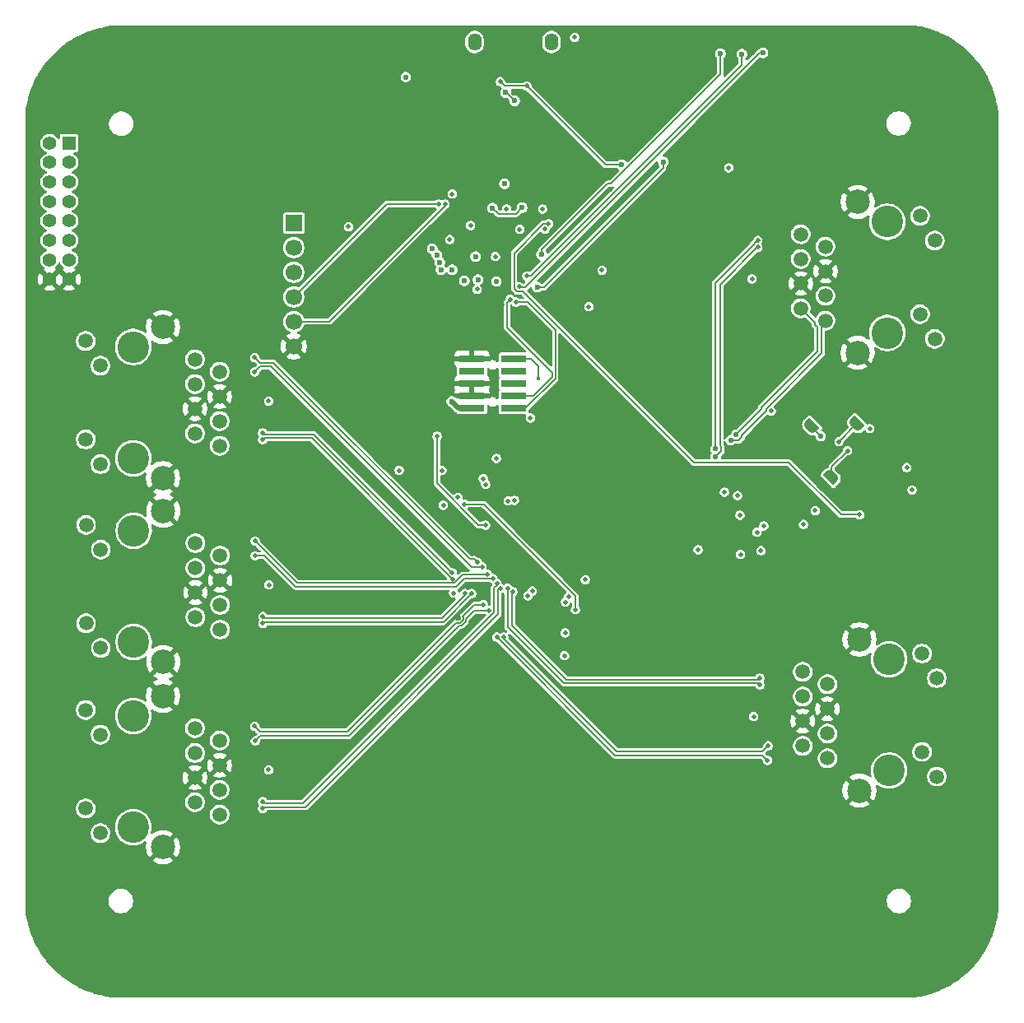
<source format=gbr>
%TF.GenerationSoftware,KiCad,Pcbnew,9.0.1*%
%TF.CreationDate,2025-06-03T13:31:15-07:00*%
%TF.ProjectId,peripheral_board,70657269-7068-4657-9261-6c5f626f6172,rev?*%
%TF.SameCoordinates,Original*%
%TF.FileFunction,Copper,L4,Bot*%
%TF.FilePolarity,Positive*%
%FSLAX46Y46*%
G04 Gerber Fmt 4.6, Leading zero omitted, Abs format (unit mm)*
G04 Created by KiCad (PCBNEW 9.0.1) date 2025-06-03 13:31:15*
%MOMM*%
%LPD*%
G01*
G04 APERTURE LIST*
G04 Aperture macros list*
%AMFreePoly0*
4,1,23,0.499999,-0.750000,0.000000,-0.750000,0.000000,-0.745722,-0.065263,-0.745722,-0.191342,-0.711940,-0.304381,-0.646677,-0.396677,-0.554382,-0.461940,-0.441342,-0.495722,-0.315263,-0.495722,-0.250000,-0.500000,-0.250000,-0.500000,0.250000,-0.495722,0.250000,-0.495722,0.315263,-0.461940,0.441342,-0.396677,0.554382,-0.304381,0.646677,-0.191342,0.711940,-0.065263,0.745722,0.000000,0.745722,
0.000000,0.750000,0.499999,0.750000,0.499999,-0.750000,0.499999,-0.750000,$1*%
%AMFreePoly1*
4,1,23,0.000000,0.745722,0.065263,0.745722,0.191342,0.711940,0.304381,0.646677,0.396677,0.554382,0.461940,0.441342,0.495722,0.315263,0.495722,0.250000,0.500000,0.250000,0.500000,-0.250000,0.495722,-0.250000,0.495722,-0.315263,0.461940,-0.441342,0.396677,-0.554382,0.304381,-0.646677,0.191342,-0.711940,0.065263,-0.745722,0.000000,-0.745722,0.000000,-0.750000,-0.499999,-0.750000,
-0.499999,0.750000,0.000000,0.750000,0.000000,0.745722,0.000000,0.745722,$1*%
G04 Aperture macros list end*
%TA.AperFunction,ComponentPad*%
%ADD10C,3.250000*%
%TD*%
%TA.AperFunction,ComponentPad*%
%ADD11C,1.520000*%
%TD*%
%TA.AperFunction,ComponentPad*%
%ADD12C,2.500000*%
%TD*%
%TA.AperFunction,ComponentPad*%
%ADD13O,1.400000X1.800000*%
%TD*%
%TA.AperFunction,ComponentPad*%
%ADD14R,1.400000X1.400000*%
%TD*%
%TA.AperFunction,ComponentPad*%
%ADD15C,1.400000*%
%TD*%
%TA.AperFunction,ComponentPad*%
%ADD16R,1.700000X1.700000*%
%TD*%
%TA.AperFunction,ComponentPad*%
%ADD17C,1.700000*%
%TD*%
%TA.AperFunction,SMDPad,CuDef*%
%ADD18FreePoly0,225.000000*%
%TD*%
%TA.AperFunction,SMDPad,CuDef*%
%ADD19FreePoly1,225.000000*%
%TD*%
%TA.AperFunction,SMDPad,CuDef*%
%ADD20FreePoly0,45.000000*%
%TD*%
%TA.AperFunction,SMDPad,CuDef*%
%ADD21FreePoly1,45.000000*%
%TD*%
%TA.AperFunction,SMDPad,CuDef*%
%ADD22R,2.600000X0.760000*%
%TD*%
%TA.AperFunction,ViaPad*%
%ADD23C,0.460000*%
%TD*%
%TA.AperFunction,ViaPad*%
%ADD24C,0.600000*%
%TD*%
%TA.AperFunction,ViaPad*%
%ADD25C,0.560000*%
%TD*%
%TA.AperFunction,ViaPad*%
%ADD26C,0.400000*%
%TD*%
%TA.AperFunction,Conductor*%
%ADD27C,0.127000*%
%TD*%
%TA.AperFunction,Conductor*%
%ADD28C,0.152400*%
%TD*%
%TA.AperFunction,Conductor*%
%ADD29C,0.200000*%
%TD*%
%TA.AperFunction,Conductor*%
%ADD30C,0.150000*%
%TD*%
%TA.AperFunction,Conductor*%
%ADD31C,0.508000*%
%TD*%
G04 APERTURE END LIST*
D10*
%TO.P,RJ3,*%
%TO.N,*%
X108050000Y-94192500D03*
X108050000Y-105632500D03*
D11*
%TO.P,RJ3,1,1*%
%TO.N,TX2+*%
X114400000Y-95462500D03*
%TO.P,RJ3,2,2*%
%TO.N,TX2-*%
X116940000Y-96732500D03*
%TO.P,RJ3,3,3*%
%TO.N,T2CT*%
X114400000Y-98012500D03*
%TO.P,RJ3,4,4*%
%TO.N,GND*%
X116940000Y-99282500D03*
%TO.P,RJ3,5,5*%
X114400000Y-100542500D03*
%TO.P,RJ3,6,6*%
%TO.N,R2CT*%
X116940000Y-101812500D03*
%TO.P,RJ3,7,7*%
%TO.N,Net-(C41-Pad2)*%
X114400000Y-103082500D03*
%TO.P,RJ3,8,8*%
%TO.N,Net-(C40-Pad2)*%
X116940000Y-104352500D03*
%TO.P,RJ3,9,LLED+*%
%TO.N,LED2_1*%
X104670000Y-96122500D03*
%TO.P,RJ3,10,LLED-*%
%TO.N,+3V3*%
X103150000Y-93582500D03*
%TO.P,RJ3,11,RLED+*%
%TO.N,LED2_0*%
X104670000Y-106242500D03*
%TO.P,RJ3,12,RLED-*%
%TO.N,+3V3*%
X103150000Y-103702500D03*
D12*
%TO.P,RJ3,13,GND*%
%TO.N,GND*%
X111100000Y-92142500D03*
%TO.P,RJ3,14,GND*%
X111100000Y-107682500D03*
%TD*%
D10*
%TO.P,RJ5,*%
%TO.N,*%
X185750000Y-118857500D03*
X185750000Y-107417500D03*
D11*
%TO.P,RJ5,1,1*%
%TO.N,TX4+*%
X179400000Y-117587500D03*
%TO.P,RJ5,2,2*%
%TO.N,TX4-*%
X176860000Y-116317500D03*
%TO.P,RJ5,3,3*%
%TO.N,T4CT*%
X179400000Y-115037499D03*
%TO.P,RJ5,4,4*%
%TO.N,GND*%
X176860000Y-113767500D03*
%TO.P,RJ5,5,5*%
X179400000Y-112507500D03*
%TO.P,RJ5,6,6*%
%TO.N,R4CT*%
X176860000Y-111237500D03*
%TO.P,RJ5,7,7*%
%TO.N,Net-(C49-Pad2)*%
X179400000Y-109967500D03*
%TO.P,RJ5,8,8*%
%TO.N,Net-(C48-Pad2)*%
X176860000Y-108697500D03*
%TO.P,RJ5,9,LLED+*%
%TO.N,LED4_1*%
X189130000Y-116927500D03*
%TO.P,RJ5,10,LLED-*%
%TO.N,+3V3*%
X190650000Y-119467500D03*
%TO.P,RJ5,11,RLED+*%
%TO.N,LED4_0*%
X189129999Y-106807500D03*
%TO.P,RJ5,12,RLED-*%
%TO.N,+3V3*%
X190650000Y-109347500D03*
D12*
%TO.P,RJ5,13,GND*%
%TO.N,GND*%
X182700000Y-120907500D03*
%TO.P,RJ5,14,GND*%
X182700000Y-105367500D03*
%TD*%
D13*
%TO.P,J3,6*%
%TO.N,N/C*%
X151025192Y-43903569D03*
X143125192Y-43903569D03*
%TD*%
D10*
%TO.P,RJ1,*%
%TO.N,*%
X185560192Y-73836069D03*
X185560192Y-62396069D03*
D11*
%TO.P,RJ1,1,1*%
%TO.N,TX +*%
X179210192Y-72566069D03*
%TO.P,RJ1,2,2*%
%TO.N,TX -*%
X176670192Y-71296069D03*
%TO.P,RJ1,3,3*%
%TO.N,TCT*%
X179210192Y-70016069D03*
%TO.P,RJ1,4,4*%
%TO.N,GND*%
X176670192Y-68746069D03*
%TO.P,RJ1,5,5*%
X179210192Y-67486069D03*
%TO.P,RJ1,6,6*%
%TO.N,RCT*%
X176670192Y-66216069D03*
%TO.P,RJ1,7,7*%
%TO.N,Net-(C32-Pad2)*%
X179210192Y-64946069D03*
%TO.P,RJ1,8,8*%
%TO.N,Net-(C33-Pad2)*%
X176670192Y-63676069D03*
%TO.P,RJ1,9,LLED+*%
%TO.N,GREEN_LED*%
X188940192Y-71906069D03*
%TO.P,RJ1,10,LLED-*%
%TO.N,+3V3*%
X190460192Y-74446069D03*
%TO.P,RJ1,11,RLED+*%
%TO.N,YELLOW_LED*%
X188940192Y-61786069D03*
%TO.P,RJ1,12,RLED-*%
%TO.N,+3V3*%
X190460192Y-64326069D03*
D12*
%TO.P,RJ1,13,GND*%
%TO.N,GND*%
X182510192Y-75886069D03*
%TO.P,RJ1,14,GND*%
X182510192Y-60346069D03*
%TD*%
D10*
%TO.P,RJ4,*%
%TO.N,*%
X108010000Y-113230000D03*
X108010000Y-124670000D03*
D11*
%TO.P,RJ4,1,1*%
%TO.N,TX3+*%
X114360000Y-114500000D03*
%TO.P,RJ4,2,2*%
%TO.N,TX3-*%
X116900000Y-115770000D03*
%TO.P,RJ4,3,3*%
%TO.N,T3CT*%
X114360000Y-117050001D03*
%TO.P,RJ4,4,4*%
%TO.N,GND*%
X116900000Y-118320000D03*
%TO.P,RJ4,5,5*%
X114360000Y-119580000D03*
%TO.P,RJ4,6,6*%
%TO.N,R3CT*%
X116900000Y-120850000D03*
%TO.P,RJ4,7,7*%
%TO.N,Net-(C45-Pad2)*%
X114360000Y-122120000D03*
%TO.P,RJ4,8,8*%
%TO.N,Net-(C44-Pad2)*%
X116900000Y-123390000D03*
%TO.P,RJ4,9,LLED+*%
%TO.N,LED3_1*%
X104630000Y-115160000D03*
%TO.P,RJ4,10,LLED-*%
%TO.N,+3V3*%
X103110000Y-112620000D03*
%TO.P,RJ4,11,RLED+*%
%TO.N,LED3_0*%
X104630001Y-125280000D03*
%TO.P,RJ4,12,RLED-*%
%TO.N,+3V3*%
X103110000Y-122740000D03*
D12*
%TO.P,RJ4,13,GND*%
%TO.N,GND*%
X111060000Y-111180000D03*
%TO.P,RJ4,14,GND*%
X111060000Y-126720000D03*
%TD*%
D14*
%TO.P,CN1,1,1*%
%TO.N,+3V3*%
X101400000Y-54300000D03*
D15*
%TO.P,CN1,2,2*%
X99400000Y-54300000D03*
%TO.P,CN1,3,3*%
%TO.N,UART1_TX*%
X101400000Y-56300000D03*
%TO.P,CN1,4,4*%
%TO.N,unconnected-(CN1-Pad4)*%
X99400000Y-56300000D03*
%TO.P,CN1,5,5*%
%TO.N,UART1_RX*%
X101400000Y-58300000D03*
%TO.P,CN1,6,6*%
%TO.N,unconnected-(CN1-Pad6)*%
X99400000Y-58300000D03*
%TO.P,CN1,7,7*%
%TO.N,UART1_CTS*%
X101400000Y-60300000D03*
%TO.P,CN1,8,8*%
%TO.N,SPI1_RX*%
X99400000Y-60300000D03*
%TO.P,CN1,9,9*%
%TO.N,UART1_RTS*%
X101400000Y-62300000D03*
%TO.P,CN1,10,10*%
%TO.N,SPI1_CS1*%
X99400000Y-62300000D03*
%TO.P,CN1,11,11*%
%TO.N,unconnected-(CN1-Pad11)*%
X101400000Y-64300000D03*
%TO.P,CN1,12,12*%
%TO.N,SPI1_SCK*%
X99400000Y-64300000D03*
%TO.P,CN1,13,13*%
%TO.N,unconnected-(CN1-Pad13)*%
X101400000Y-66300000D03*
%TO.P,CN1,14,14*%
%TO.N,SPI1_TX*%
X99400000Y-66300000D03*
%TO.P,CN1,15,15*%
%TO.N,GND*%
X101400000Y-68300000D03*
%TO.P,CN1,16,16*%
X99400000Y-68300000D03*
%TD*%
D10*
%TO.P,RJ2,*%
%TO.N,*%
X108010000Y-75280000D03*
X108010000Y-86720000D03*
D11*
%TO.P,RJ2,1,1*%
%TO.N,TX1+*%
X114360000Y-76550000D03*
%TO.P,RJ2,2,2*%
%TO.N,TX1-*%
X116900000Y-77820000D03*
%TO.P,RJ2,3,3*%
%TO.N,T1CT*%
X114360000Y-79100000D03*
%TO.P,RJ2,4,4*%
%TO.N,GND*%
X116900000Y-80370000D03*
%TO.P,RJ2,5,5*%
X114360000Y-81630000D03*
%TO.P,RJ2,6,6*%
%TO.N,R1CT*%
X116900000Y-82900000D03*
%TO.P,RJ2,7,7*%
%TO.N,Net-(C37-Pad2)*%
X114360000Y-84170000D03*
%TO.P,RJ2,8,8*%
%TO.N,Net-(C36-Pad2)*%
X116900000Y-85440000D03*
%TO.P,RJ2,9,LLED+*%
%TO.N,LED1_1*%
X104630000Y-77210000D03*
%TO.P,RJ2,10,LLED-*%
%TO.N,+3V3*%
X103110000Y-74670000D03*
%TO.P,RJ2,11,RLED+*%
%TO.N,LED1_0*%
X104630000Y-87330000D03*
%TO.P,RJ2,12,RLED-*%
%TO.N,+3V3*%
X103110000Y-84790000D03*
D12*
%TO.P,RJ2,13,GND*%
%TO.N,GND*%
X111060000Y-73230000D03*
%TO.P,RJ2,14,GND*%
X111060000Y-88770000D03*
%TD*%
D16*
%TO.P,J2,1,Pin_1*%
%TO.N,+3V3*%
X124510192Y-62508569D03*
D17*
%TO.P,J2,2,Pin_2*%
%TO.N,SDA1*%
X124510192Y-65048569D03*
%TO.P,J2,3,Pin_3*%
%TO.N,SCL1*%
X124510192Y-67588569D03*
%TO.P,J2,4,Pin_4*%
%TO.N,RX*%
X124510192Y-70128569D03*
%TO.P,J2,5,Pin_5*%
%TO.N,TX*%
X124510192Y-72668569D03*
%TO.P,J2,6,Pin_6*%
%TO.N,GND*%
X124510192Y-75208569D03*
%TD*%
D18*
%TO.P,JP3,1,A*%
%TO.N,GND*%
X183304250Y-82306954D03*
D19*
%TO.P,JP3,2,B*%
%TO.N,Net-(JP3-B)*%
X182385012Y-83226192D03*
%TD*%
D18*
%TO.P,JP2,1,A*%
%TO.N,GND*%
X178655023Y-82536763D03*
D19*
%TO.P,JP2,2,B*%
%TO.N,Net-(JP2-B)*%
X177735785Y-83456001D03*
%TD*%
D20*
%TO.P,JP4,1,A*%
%TO.N,GND*%
X178920188Y-89554798D03*
D21*
%TO.P,JP4,2,B*%
%TO.N,Net-(JP4-B)*%
X179839426Y-88635560D03*
%TD*%
D22*
%TO.P,J4,1,VTref*%
%TO.N,+3V3*%
X142835192Y-81568569D03*
%TO.P,J4,2,SWDIO/TMS*%
%TO.N,SWDIO*%
X147135192Y-81568569D03*
%TO.P,J4,3,GND*%
%TO.N,GND*%
X142835192Y-80298569D03*
%TO.P,J4,4,SWCLK/TCK*%
%TO.N,SWCLK*%
X147135192Y-80298569D03*
%TO.P,J4,5,GND*%
%TO.N,GND*%
X142835192Y-79028569D03*
%TO.P,J4,6,SWO/TDO*%
%TO.N,unconnected-(J4-SWO{slash}TDO-Pad6)*%
X147135192Y-79028569D03*
%TO.P,J4,7,KEY*%
%TO.N,unconnected-(J4-KEY-Pad7)*%
X142835192Y-77758569D03*
%TO.P,J4,8,NC/TDI*%
%TO.N,unconnected-(J4-NC{slash}TDI-Pad8)*%
X147135192Y-77758569D03*
%TO.P,J4,9,GNDDetect*%
%TO.N,GND*%
X142835192Y-76488569D03*
%TO.P,J4,10,~{RESET}*%
%TO.N,~{RESET}*%
X147135192Y-76488569D03*
%TD*%
D23*
%TO.N,GNDA*%
X121925000Y-80835000D03*
X168816959Y-90203833D03*
X173625285Y-81859973D03*
X121925001Y-118784999D03*
X171835000Y-113302500D03*
X170407948Y-92572641D03*
X166110192Y-96128569D03*
X121965000Y-99747500D03*
X170460192Y-96628569D03*
X170160461Y-90557386D03*
X171645192Y-68281069D03*
%TO.N,GND*%
X137960192Y-59403569D03*
X172988889Y-92890839D03*
D24*
X138100000Y-98650000D03*
X154760192Y-90328569D03*
D23*
X145925000Y-70900000D03*
D24*
X134660192Y-94278569D03*
D23*
X143450000Y-70950000D03*
X147527348Y-90171713D03*
X176913331Y-78854769D03*
X156710192Y-91828569D03*
D24*
X171708897Y-45023705D03*
D23*
X155160192Y-101228569D03*
D24*
X133360192Y-72728569D03*
D25*
X123925192Y-49853569D03*
D23*
X151628568Y-93990092D03*
D24*
X133460192Y-70178569D03*
D25*
X142400192Y-71978569D03*
D24*
X167050000Y-58650000D03*
X143375192Y-55053569D03*
D25*
X155972692Y-46428569D03*
D24*
X148925192Y-59753569D03*
D25*
X126875192Y-56103569D03*
D23*
X149613315Y-99611589D03*
D24*
X148475192Y-58603569D03*
D23*
X147800000Y-71700000D03*
X148022321Y-101344002D03*
D24*
X138691110Y-88732515D03*
X138225192Y-47503569D03*
D23*
X183842977Y-93986853D03*
X142789734Y-95050754D03*
X151010192Y-59328569D03*
X151535192Y-67103569D03*
X138235192Y-64328569D03*
X144769632Y-93070854D03*
X135560192Y-84728569D03*
X151381080Y-97985243D03*
X162760192Y-68828569D03*
X142825090Y-96571030D03*
X153510192Y-103728569D03*
X145225192Y-63573569D03*
X148046882Y-47712558D03*
D24*
X135225192Y-53353569D03*
X136260192Y-95628569D03*
D23*
X154260192Y-64028569D03*
X138085192Y-62028569D03*
X159010192Y-96578569D03*
X146950000Y-92350000D03*
D24*
X141460192Y-103178569D03*
D25*
X157022692Y-59028569D03*
D23*
%TO.N,+1V1*%
X145260192Y-65978569D03*
X142710192Y-62778569D03*
D25*
X145368692Y-68518569D03*
D23*
X147760192Y-63178569D03*
X146410192Y-61078569D03*
X150360192Y-63153569D03*
D24*
X146182519Y-58496242D03*
%TO.N,D-*%
X146325192Y-49103569D03*
X147225192Y-49953569D03*
%TO.N,SPI1_RX*%
X140810192Y-67328569D03*
%TO.N,UART1_RTS*%
X139678573Y-67350522D03*
%TO.N,SPI1_TX*%
X143461692Y-68344544D03*
%TO.N,UART1_CTS*%
X139528988Y-66564629D03*
%TO.N,UART1_TX*%
X138760192Y-65178569D03*
%TO.N,UART1_RX*%
X139240194Y-65818571D03*
%TO.N,SPI1_CS1*%
X142060192Y-68478569D03*
%TO.N,SPI1_SCK*%
X143210192Y-65978569D03*
D23*
%TO.N,RX*%
X139425189Y-60578569D03*
%TO.N,TX*%
X140085192Y-60578569D03*
D25*
%TO.N,Net-(JP2-B)*%
X178725735Y-84445951D03*
D23*
%TO.N,Net-(JP3-B)*%
X180590286Y-85006598D03*
%TO.N,LED1_0*%
X144260192Y-89428569D03*
%TO.N,LED1_1*%
X144000204Y-88821931D03*
%TO.N,LED2_0*%
X146558805Y-91104327D03*
%TO.N,LED2_1*%
X147217042Y-91056076D03*
%TO.N,LED3_0*%
X149060192Y-100378569D03*
D25*
%TO.N,TX -*%
X170020614Y-84286924D03*
%TO.N,TX +*%
X169447858Y-84859680D03*
D24*
%TO.N,SPI0_CSO*%
X162510192Y-56228569D03*
X149560192Y-69128569D03*
D23*
%TO.N,YELLOW_LED*%
X172860192Y-93678569D03*
%TO.N,GREEN_LED*%
X172166802Y-94335179D03*
%TO.N,LED3_1*%
X148610192Y-100878569D03*
%TO.N,LED4_1*%
X152460192Y-101528569D03*
%TO.N,LED4_0*%
X152810192Y-100928569D03*
%TO.N,SPI0_MOSI*%
X178150768Y-92113021D03*
D24*
X168410192Y-45100000D03*
X150010192Y-65778569D03*
%TO.N,SPI0_SCK*%
X170610192Y-45150000D03*
D23*
X148485192Y-67978569D03*
X176948687Y-93527235D03*
D24*
%TO.N,SPI0_MISO*%
X172775000Y-45025000D03*
D23*
X188110192Y-89978569D03*
X147684692Y-69083098D03*
%TO.N,Net-(JP4-B)*%
X181474171Y-85961193D03*
%TO.N,SPI0_CS1*%
X182710192Y-92528569D03*
X150717093Y-62598389D03*
D25*
%TO.N,RX +*%
X167901687Y-86577528D03*
D23*
X172260192Y-65016069D03*
%TO.N,RX -*%
X172260192Y-64316069D03*
D25*
X167901687Y-85767526D03*
D23*
%TO.N,SWDIO*%
X147379391Y-70657168D03*
%TO.N,SWCLK*%
X146786249Y-70367710D03*
%TO.N,+3V3*%
X187560192Y-87678569D03*
D25*
X136025192Y-47503569D03*
D23*
X145360192Y-86728569D03*
X154860192Y-71128569D03*
X183760192Y-83678569D03*
X143368481Y-69336857D03*
D24*
X148010192Y-60943571D03*
D23*
X139908285Y-91560787D03*
X156210192Y-67378569D03*
D24*
X140760192Y-80878569D03*
D23*
X169250000Y-56850000D03*
X140560192Y-64228569D03*
X140950000Y-100600000D03*
X140810192Y-59528569D03*
X153410192Y-43428569D03*
X139759198Y-87978569D03*
X172560192Y-96228569D03*
X148860192Y-82578569D03*
D24*
X144960192Y-60978569D03*
D23*
X152372970Y-107041347D03*
X150110192Y-61078569D03*
X135360192Y-87978569D03*
X130150000Y-62900000D03*
X141397566Y-90750068D03*
X154510192Y-99228569D03*
X152423922Y-104692299D03*
%TO.N,1.2D*%
X153486234Y-102302527D03*
X142092281Y-91446480D03*
%TO.N,RST_N*%
X144239304Y-93601182D03*
X139254198Y-84444149D03*
%TO.N,RX1-*%
X121310000Y-84800000D03*
X140873743Y-99160958D03*
D24*
%TO.N,VBUS*%
X158260192Y-56528569D03*
D23*
X145760192Y-47978569D03*
X148485192Y-48428569D03*
D26*
%TO.N,~{RESET}*%
X149650000Y-78550000D03*
D23*
%TO.N,RX1+*%
X140806537Y-98504386D03*
X121310000Y-84100000D03*
%TO.N,RX2-*%
X142820910Y-100636480D03*
X121350000Y-103712500D03*
%TO.N,RX2+*%
X121350000Y-103012500D03*
X142110910Y-100636480D03*
%TO.N,RX3+*%
X121310000Y-122050000D03*
X145406232Y-99590581D03*
%TO.N,RX4-*%
X147048545Y-100460379D03*
X172450000Y-109337500D03*
%TO.N,RX4+*%
X172450000Y-110037500D03*
X146510192Y-100078569D03*
%TO.N,TX1+*%
X143410192Y-97428569D03*
X120500000Y-76350000D03*
%TO.N,TX1-*%
X120500000Y-77850000D03*
X143876884Y-97895261D03*
%TO.N,TX2+*%
X120545000Y-95250000D03*
X144460192Y-98678569D03*
%TO.N,TX2-*%
X120545000Y-96750000D03*
X144976630Y-99089537D03*
%TO.N,TX3+*%
X120500000Y-114300000D03*
X144010192Y-101778569D03*
%TO.N,TX3-*%
X144560192Y-102378569D03*
X120550000Y-115800000D03*
%TO.N,TX4+*%
X173250000Y-117800000D03*
X145405192Y-105128569D03*
%TO.N,TX4-*%
X173300000Y-116300000D03*
X146115192Y-105128569D03*
%TO.N,RX3-*%
X121310001Y-122749999D03*
X145776535Y-100136914D03*
%TD*%
D27*
%TO.N,GND*%
X143428761Y-70950000D02*
X143450000Y-70950000D01*
X142400192Y-71978569D02*
X143428761Y-70950000D01*
%TO.N,D-*%
X146375192Y-49103569D02*
X147225192Y-49953569D01*
X146325192Y-49103569D02*
X146375192Y-49103569D01*
D28*
%TO.N,RX*%
X134060192Y-60578569D02*
X139425189Y-60578569D01*
X124510192Y-70128569D02*
X134060192Y-60578569D01*
D27*
%TO.N,TX*%
X140085192Y-60727898D02*
X128144521Y-72668569D01*
X128144521Y-72668569D02*
X124510192Y-72668569D01*
X140085192Y-60578569D02*
X140085192Y-60727898D01*
%TO.N,Net-(JP2-B)*%
X177735786Y-83456003D02*
X178725735Y-84445951D01*
%TO.N,Net-(JP3-B)*%
X182385013Y-83226193D02*
X180604608Y-85006598D01*
X180604608Y-85006598D02*
X180590286Y-85006598D01*
D29*
%TO.N,TX -*%
X178350191Y-75747751D02*
X178350191Y-73206549D01*
X178149192Y-72775069D02*
X176670192Y-71296069D01*
X172644305Y-81453637D02*
X178350191Y-75747751D01*
X178149192Y-73005550D02*
X178149192Y-72775069D01*
X170020614Y-84286924D02*
X172644305Y-81663233D01*
X172644305Y-81663233D02*
X172644305Y-81453637D01*
X178350191Y-73206549D02*
X178149192Y-73005550D01*
%TO.N,TX +*%
X169779955Y-84867924D02*
X170261273Y-84867924D01*
X173094285Y-81849649D02*
X173094285Y-81640025D01*
X169771711Y-84859680D02*
X169779955Y-84867924D01*
X178800193Y-72976068D02*
X179210192Y-72566069D01*
X178800193Y-75934117D02*
X178800193Y-72976068D01*
X169447858Y-84859680D02*
X169771711Y-84859680D01*
X170261273Y-84867924D02*
X170601614Y-84527583D01*
X173094285Y-81640025D02*
X178800193Y-75934117D01*
X170601614Y-84342320D02*
X173094285Y-81849649D01*
X170601614Y-84527583D02*
X170601614Y-84342320D01*
D30*
%TO.N,SPI0_CSO*%
X150225785Y-69128569D02*
X149560192Y-69128569D01*
X162510192Y-56228569D02*
X162510192Y-56844162D01*
X162510192Y-56844162D02*
X150225785Y-69128569D01*
%TO.N,SPI0_MOSI*%
X157130780Y-58472569D02*
X156792389Y-58472569D01*
X168410192Y-45100000D02*
X168410192Y-47193157D01*
X156792389Y-58472569D02*
X150010192Y-65254766D01*
X150010192Y-65254766D02*
X150010192Y-65778569D01*
X168410192Y-47193157D02*
X157130780Y-58472569D01*
D29*
%TO.N,SPI0_SCK*%
X170610192Y-46262417D02*
X148894040Y-67978569D01*
X148894040Y-67978569D02*
X148485192Y-67978569D01*
X170610192Y-45150000D02*
X170610192Y-46262417D01*
%TO.N,SPI0_MISO*%
X148330140Y-69109569D02*
X147711163Y-69109569D01*
X172775000Y-45025000D02*
X172414709Y-45025000D01*
X172414709Y-45025000D02*
X148330140Y-69109569D01*
X147711163Y-69109569D02*
X147684692Y-69083098D01*
D27*
%TO.N,Net-(JP4-B)*%
X179839430Y-88635559D02*
X179839430Y-87595934D01*
X179839430Y-87595934D02*
X181474171Y-85961193D01*
D28*
%TO.N,SPI0_CS1*%
X147177492Y-65618979D02*
X150198082Y-62598389D01*
X182710192Y-92528569D02*
X180787761Y-92528569D01*
X148101840Y-69590298D02*
X147474602Y-69590298D01*
X175393920Y-87134728D02*
X165646270Y-87134728D01*
X165646270Y-87134728D02*
X148101840Y-69590298D01*
X147474602Y-69590298D02*
X147177492Y-69293188D01*
X150198082Y-62598389D02*
X150717093Y-62598389D01*
X147177492Y-69293188D02*
X147177492Y-65618979D01*
X180787761Y-92528569D02*
X175393920Y-87134728D01*
D29*
%TO.N,RX +*%
X168142346Y-86348526D02*
X168482687Y-86008185D01*
X168351687Y-85395867D02*
X168351687Y-68860971D01*
X172196589Y-65016069D02*
X172260192Y-65016069D01*
X168130689Y-86348526D02*
X168142346Y-86348526D01*
X168482687Y-85526867D02*
X168351687Y-85395867D01*
X167901687Y-86577528D02*
X168130689Y-86348526D01*
X168482687Y-86008185D02*
X168482687Y-85526867D01*
X168351687Y-68860971D02*
X172196589Y-65016069D01*
%TO.N,RX -*%
X167901687Y-85767526D02*
X167901687Y-68674574D01*
X172040244Y-64485069D02*
X172091192Y-64485069D01*
X172091192Y-64485069D02*
X172260192Y-64316069D01*
X167901687Y-68674574D02*
X171729192Y-64847069D01*
X171729192Y-64796121D02*
X172040244Y-64485069D01*
X171729192Y-64847069D02*
X171729192Y-64796121D01*
D27*
%TO.N,SWDIO*%
X147379391Y-70657168D02*
X148571875Y-70657168D01*
X151427692Y-73512985D02*
X151427692Y-78498255D01*
X148571875Y-70657168D02*
X151427692Y-73512985D01*
X148357378Y-81568569D02*
X147135192Y-81568569D01*
X151427692Y-78498255D02*
X148357378Y-81568569D01*
%TO.N,SWCLK*%
X146450000Y-73245053D02*
X151099692Y-77894745D01*
X151099692Y-78362393D02*
X149163516Y-80298569D01*
X149163516Y-80298569D02*
X147135192Y-80298569D01*
X151099692Y-77894745D02*
X151099692Y-78362393D01*
X146450000Y-70703959D02*
X146450000Y-73245053D01*
X146786249Y-70367710D02*
X146450000Y-70703959D01*
D28*
%TO.N,+3V3*%
X147367994Y-61585769D02*
X148010192Y-60943571D01*
X144960192Y-60978569D02*
X145567392Y-61585769D01*
D31*
X141450192Y-81568569D02*
X140760192Y-80878569D01*
D28*
X145567392Y-61585769D02*
X147367994Y-61585769D01*
D31*
X142835192Y-81568569D02*
X141450192Y-81568569D01*
D28*
%TO.N,1.2D*%
X142092281Y-91446480D02*
X144045393Y-91446480D01*
X153486234Y-100887321D02*
X153486234Y-102302527D01*
X144045393Y-91446480D02*
X153486234Y-100887321D01*
D30*
%TO.N,RST_N*%
X139254198Y-88481015D02*
X139267110Y-88493927D01*
X139254198Y-89322575D02*
X143532805Y-93601182D01*
X143532805Y-93601182D02*
X144239304Y-93601182D01*
X139267110Y-88971103D02*
X139254198Y-88984015D01*
X139254198Y-84444149D02*
X139254198Y-88481015D01*
X139267110Y-88493927D02*
X139267110Y-88971103D01*
X139254198Y-88984015D02*
X139254198Y-89322575D01*
D28*
%TO.N,RX1-*%
X126363985Y-84651200D02*
X140873743Y-99160958D01*
X121458800Y-84651200D02*
X126363985Y-84651200D01*
X121310000Y-84800000D02*
X121458800Y-84651200D01*
%TO.N,VBUS*%
X146210192Y-48428569D02*
X148485192Y-48428569D01*
D29*
X156585192Y-56528569D02*
X158260192Y-56528569D01*
D28*
X145760192Y-47978569D02*
X146210192Y-48428569D01*
D29*
X148485192Y-48428569D02*
X156585192Y-56528569D01*
D27*
%TO.N,~{RESET}*%
X149675000Y-77268377D02*
X148895192Y-76488569D01*
X148895192Y-76488569D02*
X147135192Y-76488569D01*
X149650000Y-78550000D02*
X149675000Y-78525000D01*
X149675000Y-78525000D02*
X149675000Y-77268377D01*
D28*
%TO.N,RX1+*%
X121458800Y-84248800D02*
X126530665Y-84248800D01*
X126530665Y-84248800D02*
X140786251Y-98504386D01*
D29*
X140806537Y-98504386D02*
X140736855Y-98574068D01*
D28*
X140786251Y-98504386D02*
X140806537Y-98504386D01*
X121310000Y-84100000D02*
X121458800Y-84248800D01*
%TO.N,RX2-*%
X121350000Y-103712500D02*
X121498800Y-103563700D01*
X139893690Y-103563700D02*
X142820910Y-100636480D01*
X121498800Y-103563700D02*
X139893690Y-103563700D01*
%TO.N,RX2+*%
X121498800Y-103161300D02*
X139727010Y-103161300D01*
X139727010Y-103161300D02*
X142110910Y-100777400D01*
D29*
X142110910Y-100636480D02*
X142110910Y-100710083D01*
D28*
X121350000Y-103012500D02*
X121498800Y-103161300D01*
X142110910Y-100777400D02*
X142110910Y-100636480D01*
%TO.N,RX3+*%
X125490909Y-122198800D02*
X145091192Y-102598517D01*
X121310000Y-122050000D02*
X121458800Y-122198800D01*
X145406232Y-99756269D02*
X145406232Y-99590581D01*
X121458800Y-122198800D02*
X125490909Y-122198800D01*
X145091192Y-102598517D02*
X145091192Y-100071309D01*
X145091192Y-100071309D02*
X145406232Y-99756269D01*
%TO.N,RX4-*%
X172450000Y-109337500D02*
X172301200Y-109486300D01*
X172301200Y-109486300D02*
X152530423Y-109486300D01*
D29*
X146960193Y-100548731D02*
X146960193Y-103916070D01*
X147048545Y-100460379D02*
X146960193Y-100548731D01*
D28*
X152530423Y-109486300D02*
X146960193Y-103916070D01*
D29*
%TO.N,RX4+*%
X172386397Y-110037500D02*
X172450000Y-110037500D01*
D28*
X152296426Y-109888700D02*
X146510192Y-104102466D01*
X172450000Y-110037500D02*
X172301200Y-109888700D01*
X172301200Y-109888700D02*
X152296426Y-109888700D01*
D29*
X146510192Y-100078569D02*
X146510192Y-104102466D01*
D30*
%TO.N,TX1+*%
X121050000Y-76900000D02*
X122403112Y-76900000D01*
X142605142Y-97102030D02*
X143045038Y-97102030D01*
X122403112Y-76900000D02*
X142605142Y-97102030D01*
X120500000Y-76350000D02*
X121050000Y-76900000D01*
X143064345Y-97082722D02*
X143410192Y-97428569D01*
X143045038Y-97102030D02*
X143064345Y-97082722D01*
%TO.N,TX1-*%
X143630140Y-97959569D02*
X143694448Y-97895261D01*
X121050000Y-77300000D02*
X122166744Y-77300000D01*
X143694448Y-97895261D02*
X143876884Y-97895261D01*
X120500000Y-77850000D02*
X121050000Y-77300000D01*
X122166744Y-77300000D02*
X142826313Y-97959569D01*
X142826313Y-97959569D02*
X143630140Y-97959569D01*
D27*
%TO.N,TX2+*%
X124850458Y-99555458D02*
X120545000Y-95250000D01*
D30*
X144460192Y-98771338D02*
X144460192Y-98678569D01*
D27*
X141037151Y-99555458D02*
X124850458Y-99555458D01*
X144460192Y-98678569D02*
X144426224Y-98712537D01*
X141880072Y-98712537D02*
X141037151Y-99555458D01*
X144426224Y-98712537D02*
X141880072Y-98712537D01*
%TO.N,TX2-*%
X121511841Y-96750000D02*
X120545000Y-96750000D01*
X144976630Y-99089537D02*
X142036202Y-99089537D01*
X142036202Y-99089537D02*
X141193301Y-99932438D01*
X141193301Y-99932438D02*
X124694279Y-99932438D01*
X124694279Y-99932438D02*
X121511841Y-96750000D01*
D30*
%TO.N,TX3+*%
X141936192Y-103375735D02*
X141936192Y-102981403D01*
X141936192Y-102981403D02*
X141919552Y-102964762D01*
X130009314Y-114875000D02*
X141246386Y-103637928D01*
X143105745Y-101778569D02*
X144010192Y-101778569D01*
X141263026Y-103654569D02*
X141657358Y-103654569D01*
X120500000Y-114300000D02*
X121075000Y-114875000D01*
X141657358Y-103654569D02*
X141936192Y-103375735D01*
X141919552Y-102964762D02*
X143105745Y-101778569D01*
X121075000Y-114875000D02*
X130009314Y-114875000D01*
X141246386Y-103637928D02*
X141263026Y-103654569D01*
%TO.N,TX3-*%
X143071431Y-102378569D02*
X144560192Y-102378569D01*
X142187192Y-103262808D02*
X143071431Y-102378569D01*
X141761326Y-103905569D02*
X142187192Y-103479703D01*
X142187192Y-103479703D02*
X142187192Y-103262808D01*
X121075000Y-115275000D02*
X130175000Y-115275000D01*
X130175000Y-115275000D02*
X141544431Y-103905569D01*
X141544431Y-103905569D02*
X141761326Y-103905569D01*
X120550000Y-115800000D02*
X121075000Y-115275000D01*
D28*
%TO.N,TX4+*%
X172726200Y-117276200D02*
X157552823Y-117276200D01*
D29*
X178990001Y-117997499D02*
X179400000Y-117587500D01*
D28*
X173250000Y-117800000D02*
X172726200Y-117276200D01*
X157552823Y-117276200D02*
X145405192Y-105128569D01*
%TO.N,TX4-*%
X173300000Y-116300000D02*
X172726200Y-116873800D01*
X157719503Y-116873800D02*
X146115192Y-105269489D01*
X172726200Y-116873800D02*
X157719503Y-116873800D01*
X146115192Y-105269489D02*
X146115192Y-105128569D01*
%TO.N,RX3-*%
X121310001Y-122749999D02*
X121458800Y-122601200D01*
X145541172Y-102784905D02*
X145541172Y-100320173D01*
X145541172Y-100320173D02*
X145724431Y-100136914D01*
X125724877Y-122601200D02*
X145541172Y-102784905D01*
X145724431Y-100136914D02*
X145776535Y-100136914D01*
X121458800Y-122601200D02*
X125724877Y-122601200D01*
%TD*%
%TA.AperFunction,Conductor*%
%TO.N,GND*%
G36*
X146908426Y-70893584D02*
G01*
X146911468Y-70893294D01*
X146939997Y-70908002D01*
X146969203Y-70921340D01*
X146971674Y-70924333D01*
X146973571Y-70925311D01*
X146989761Y-70945899D01*
X146989949Y-70945756D01*
X146994894Y-70952201D01*
X146994895Y-70952202D01*
X147084357Y-71041664D01*
X147193925Y-71104923D01*
X147316132Y-71137668D01*
X147316134Y-71137668D01*
X147442648Y-71137668D01*
X147442650Y-71137668D01*
X147564857Y-71104923D01*
X147674425Y-71041664D01*
X147708602Y-71007487D01*
X147769925Y-70974002D01*
X147796283Y-70971168D01*
X148390450Y-70971168D01*
X148457489Y-70990853D01*
X148478131Y-71007487D01*
X151077373Y-73606729D01*
X151110858Y-73668052D01*
X151113692Y-73694410D01*
X151113692Y-77165320D01*
X151094007Y-77232359D01*
X151041203Y-77278114D01*
X150972045Y-77288058D01*
X150908489Y-77259033D01*
X150902011Y-77253001D01*
X146800319Y-73151309D01*
X146766834Y-73089986D01*
X146764000Y-73063628D01*
X146764000Y-71015053D01*
X146764860Y-71012122D01*
X146764140Y-71009152D01*
X146774644Y-70978803D01*
X146783685Y-70948014D01*
X146785993Y-70946014D01*
X146786993Y-70943125D01*
X146812238Y-70923272D01*
X146836489Y-70902259D01*
X146839512Y-70901824D01*
X146841915Y-70899935D01*
X146873874Y-70896883D01*
X146905647Y-70892315D01*
X146908426Y-70893584D01*
G37*
%TD.AperFunction*%
%TA.AperFunction,Conductor*%
G36*
X161879026Y-56158878D02*
G01*
X161934959Y-56200750D01*
X161959376Y-56266214D01*
X161959692Y-56275060D01*
X161959692Y-56301044D01*
X161997208Y-56441054D01*
X161997209Y-56441057D01*
X162069680Y-56566580D01*
X162069686Y-56566587D01*
X162110882Y-56607784D01*
X162144366Y-56669107D01*
X162139381Y-56738799D01*
X162110881Y-56783145D01*
X150139768Y-68754258D01*
X150078445Y-68787743D01*
X150008753Y-68782759D01*
X149964406Y-68754259D01*
X149932897Y-68722750D01*
X149898207Y-68688060D01*
X149898204Y-68688058D01*
X149898203Y-68688057D01*
X149772680Y-68615586D01*
X149772681Y-68615586D01*
X149746012Y-68608440D01*
X149632667Y-68578069D01*
X149632665Y-68578069D01*
X149624816Y-68575966D01*
X149625587Y-68573085D01*
X149574721Y-68550563D01*
X149536269Y-68492226D01*
X149535461Y-68422361D01*
X149567151Y-68368238D01*
X161748011Y-56187379D01*
X161809334Y-56153894D01*
X161879026Y-56158878D01*
G37*
%TD.AperFunction*%
%TA.AperFunction,Conductor*%
G36*
X157390033Y-58782437D02*
G01*
X157433228Y-58837355D01*
X157439875Y-58906908D01*
X157407864Y-58969013D01*
X157405795Y-58971131D01*
X150735835Y-65641091D01*
X150674512Y-65674576D01*
X150604820Y-65669592D01*
X150548887Y-65627720D01*
X150538888Y-65612035D01*
X150532097Y-65599378D01*
X150523176Y-65566084D01*
X150450701Y-65440554D01*
X150442460Y-65432313D01*
X150433812Y-65416194D01*
X150430241Y-65399182D01*
X150421912Y-65383927D01*
X150423215Y-65365700D01*
X150419462Y-65347814D01*
X150425656Y-65331573D01*
X150426896Y-65314235D01*
X150440110Y-65293673D01*
X150444360Y-65282531D01*
X150449892Y-65278452D01*
X150455397Y-65269888D01*
X156890897Y-58834388D01*
X156952220Y-58800903D01*
X156978578Y-58798069D01*
X157173631Y-58798069D01*
X157173633Y-58798069D01*
X157256419Y-58775887D01*
X157256423Y-58775884D01*
X157263933Y-58772775D01*
X157264457Y-58774041D01*
X157324004Y-58759590D01*
X157390033Y-58782437D01*
G37*
%TD.AperFunction*%
%TA.AperFunction,Conductor*%
G36*
X100463273Y-66586948D02*
G01*
X100510884Y-66638085D01*
X100514561Y-66646138D01*
X100557674Y-66750224D01*
X100557681Y-66750237D01*
X100661697Y-66905907D01*
X100661700Y-66905911D01*
X100794090Y-67038301D01*
X100799989Y-67042242D01*
X100808068Y-67047641D01*
X100852874Y-67101251D01*
X100861584Y-67170575D01*
X100831431Y-67233604D01*
X100795478Y-67261227D01*
X100771063Y-67273667D01*
X100745670Y-67292116D01*
X100745669Y-67292116D01*
X101353555Y-67900001D01*
X101347339Y-67900001D01*
X101245606Y-67927260D01*
X101154395Y-67979921D01*
X101079921Y-68054395D01*
X101027260Y-68145606D01*
X101000001Y-68247339D01*
X101000001Y-68253555D01*
X100400000Y-67653554D01*
X99799999Y-68253555D01*
X99799999Y-68247339D01*
X99772740Y-68145606D01*
X99720079Y-68054395D01*
X99645605Y-67979921D01*
X99554394Y-67927260D01*
X99452661Y-67900001D01*
X99446446Y-67900001D01*
X100054328Y-67292116D01*
X100028932Y-67273665D01*
X100004523Y-67261228D01*
X99953728Y-67213253D01*
X99936934Y-67145431D01*
X99959473Y-67079297D01*
X99991930Y-67047641D01*
X100005908Y-67038302D01*
X100138302Y-66905908D01*
X100242322Y-66750231D01*
X100285439Y-66646138D01*
X100329280Y-66591734D01*
X100395574Y-66569669D01*
X100463273Y-66586948D01*
G37*
%TD.AperFunction*%
%TA.AperFunction,Conductor*%
G36*
X188327896Y-42167706D02*
G01*
X188349038Y-42169524D01*
X188875336Y-42260639D01*
X188879272Y-42261386D01*
X189000400Y-42286432D01*
X189003502Y-42287118D01*
X189471772Y-42397345D01*
X189475948Y-42398406D01*
X189591294Y-42429865D01*
X189594187Y-42430692D01*
X190059642Y-42570065D01*
X190063982Y-42571455D01*
X190170437Y-42607753D01*
X190172972Y-42608649D01*
X190636616Y-42778259D01*
X190641195Y-42780040D01*
X190664372Y-42789594D01*
X190734830Y-42818637D01*
X190737053Y-42819579D01*
X191200387Y-43021209D01*
X191205181Y-43023418D01*
X191281540Y-43060617D01*
X191283204Y-43061445D01*
X191746954Y-43297140D01*
X191748841Y-43298099D01*
X191753806Y-43300766D01*
X191806368Y-43330560D01*
X191807862Y-43331421D01*
X192251841Y-43591538D01*
X192279859Y-43607953D01*
X192284892Y-43611066D01*
X192304543Y-43623886D01*
X192305653Y-43624620D01*
X192786688Y-43946510D01*
X192792675Y-43950781D01*
X193268571Y-44312174D01*
X193274316Y-44316813D01*
X193705646Y-44686988D01*
X193727756Y-44705963D01*
X193733228Y-44710951D01*
X193967347Y-44937515D01*
X194162616Y-45126484D01*
X194167784Y-45131793D01*
X194571590Y-45572229D01*
X194576431Y-45577837D01*
X194953203Y-46041592D01*
X194957701Y-46047479D01*
X195306116Y-46532925D01*
X195310253Y-46539070D01*
X195605405Y-47006967D01*
X195629040Y-47044434D01*
X195632799Y-47050807D01*
X195878889Y-47498069D01*
X195920855Y-47574341D01*
X195924231Y-47580937D01*
X196171768Y-48102341D01*
X196172380Y-48103649D01*
X196182952Y-48126604D01*
X196185316Y-48132080D01*
X196389289Y-48637633D01*
X196389941Y-48639281D01*
X196412430Y-48697401D01*
X196414344Y-48702704D01*
X196579894Y-49196095D01*
X196580543Y-49198085D01*
X196606720Y-49280700D01*
X196608217Y-49285801D01*
X196739581Y-49771824D01*
X196740165Y-49774071D01*
X196765175Y-49874321D01*
X196766279Y-49879162D01*
X196865985Y-50360598D01*
X196866511Y-50363285D01*
X196887245Y-50475863D01*
X196888004Y-50480472D01*
X196957632Y-50959101D01*
X196958036Y-50962136D01*
X196972593Y-51083092D01*
X196973036Y-51087418D01*
X197013531Y-51564365D01*
X197013772Y-51567739D01*
X197021003Y-51693538D01*
X197021168Y-51697561D01*
X197034652Y-52237974D01*
X197034690Y-52241563D01*
X197034492Y-52290929D01*
X197034692Y-52292784D01*
X197034692Y-132214222D01*
X197034637Y-132217915D01*
X197018569Y-132757219D01*
X197018385Y-132761228D01*
X197010506Y-132887826D01*
X197010250Y-132891189D01*
X196967777Y-133365251D01*
X196967315Y-133369562D01*
X196952105Y-133491277D01*
X196951690Y-133494299D01*
X196880331Y-133969919D01*
X196879553Y-133974510D01*
X196858153Y-134087939D01*
X196857618Y-134090616D01*
X196756449Y-134568807D01*
X196755321Y-134573656D01*
X196729626Y-134674859D01*
X196729010Y-134677187D01*
X196596485Y-135159671D01*
X196594974Y-135164748D01*
X196568070Y-135248510D01*
X196567414Y-135250493D01*
X196400969Y-135740209D01*
X196399040Y-135745489D01*
X196375773Y-135804953D01*
X196375118Y-135806592D01*
X196170571Y-136308197D01*
X196168196Y-136313645D01*
X196156737Y-136338296D01*
X196156121Y-136339601D01*
X195908223Y-136857053D01*
X195904835Y-136863615D01*
X195615968Y-137384506D01*
X195612196Y-137390856D01*
X195292821Y-137893640D01*
X195288677Y-137899753D01*
X194939944Y-138382622D01*
X194935443Y-138388478D01*
X194558589Y-138849720D01*
X194553748Y-138855298D01*
X194150083Y-139293306D01*
X194144919Y-139298585D01*
X193715922Y-139711758D01*
X193710452Y-139716721D01*
X193257585Y-140103649D01*
X193251829Y-140108277D01*
X192776747Y-140467544D01*
X192770726Y-140471821D01*
X192292695Y-140790439D01*
X192291488Y-140791234D01*
X192269454Y-140805552D01*
X192264397Y-140808668D01*
X191795778Y-141082191D01*
X191794247Y-141083071D01*
X191739465Y-141114009D01*
X191734509Y-141116661D01*
X191272207Y-141350776D01*
X191270337Y-141351703D01*
X191192137Y-141389664D01*
X191187322Y-141391876D01*
X190727253Y-141591395D01*
X190725035Y-141592331D01*
X190629547Y-141631557D01*
X190624905Y-141633356D01*
X190164676Y-141801157D01*
X190162100Y-141802064D01*
X190053878Y-141838843D01*
X190049443Y-141840258D01*
X189587537Y-141978125D01*
X189584604Y-141978962D01*
X189467399Y-142010827D01*
X189463195Y-142011891D01*
X188998600Y-142120911D01*
X188995306Y-142121637D01*
X188872390Y-142146974D01*
X188868447Y-142147720D01*
X188344858Y-142238093D01*
X188323768Y-142239900D01*
X107111704Y-142240566D01*
X107110079Y-142240089D01*
X107061883Y-142240551D01*
X107058478Y-142240537D01*
X106511492Y-142230758D01*
X106507427Y-142230619D01*
X106382009Y-142224257D01*
X106378574Y-142224035D01*
X105896211Y-142186118D01*
X105891851Y-142185697D01*
X105770966Y-142171884D01*
X105767861Y-142171490D01*
X105284111Y-142103806D01*
X105279477Y-142103068D01*
X105166264Y-142082834D01*
X105163496Y-142082307D01*
X104677566Y-141984018D01*
X104672680Y-141982926D01*
X104570897Y-141958023D01*
X104568472Y-141957404D01*
X104079009Y-141827120D01*
X104073900Y-141825642D01*
X103988093Y-141798813D01*
X103986007Y-141798140D01*
X103490782Y-141633636D01*
X103485480Y-141631740D01*
X103421732Y-141607298D01*
X103420015Y-141606625D01*
X102915188Y-141404242D01*
X102909726Y-141401899D01*
X102876856Y-141386855D01*
X102875437Y-141386195D01*
X102356557Y-141140747D01*
X102349869Y-141137332D01*
X101821715Y-140847145D01*
X101815246Y-140843331D01*
X101305635Y-140521712D01*
X101299409Y-140517514D01*
X100810193Y-140165634D01*
X100804233Y-140161067D01*
X100337212Y-139780219D01*
X100331539Y-139775299D01*
X99888435Y-139366890D01*
X99883070Y-139361636D01*
X99465485Y-138927138D01*
X99460466Y-138921589D01*
X99069946Y-138462610D01*
X99065257Y-138456749D01*
X99009555Y-138382622D01*
X98703241Y-137974982D01*
X98698915Y-137968847D01*
X98649227Y-137893640D01*
X98366719Y-137466045D01*
X98362777Y-137459664D01*
X98075271Y-136961330D01*
X98074497Y-136959970D01*
X98057649Y-136929897D01*
X98054884Y-136924671D01*
X97811239Y-136436246D01*
X97810554Y-136434847D01*
X97781751Y-136374851D01*
X97779451Y-136369768D01*
X97574426Y-135887731D01*
X97573606Y-135885755D01*
X97540629Y-135804256D01*
X97538773Y-135799372D01*
X97368388Y-135320118D01*
X97367655Y-135317989D01*
X97335156Y-135220375D01*
X97333671Y-135215596D01*
X97317528Y-135159671D01*
X97195593Y-134737250D01*
X97194904Y-134734759D01*
X97166029Y-134625471D01*
X97164931Y-134620972D01*
X97057659Y-134142281D01*
X97057021Y-134139256D01*
X97047403Y-134090616D01*
X97033824Y-134021944D01*
X97033056Y-134017656D01*
X97032754Y-134015784D01*
X96955679Y-133537837D01*
X96955181Y-133534448D01*
X96949845Y-133494299D01*
X96938943Y-133412269D01*
X96938489Y-133408365D01*
X96884530Y-132866867D01*
X96883920Y-132854576D01*
X96883924Y-132761228D01*
X96883944Y-132180146D01*
X105484692Y-132180146D01*
X105484692Y-132376991D01*
X105515482Y-132571395D01*
X105576309Y-132758598D01*
X105643868Y-132891189D01*
X105665668Y-132933974D01*
X105781364Y-133093215D01*
X105920546Y-133232397D01*
X106079787Y-133348093D01*
X106113462Y-133365251D01*
X106255162Y-133437451D01*
X106255164Y-133437451D01*
X106255167Y-133437453D01*
X106349873Y-133468225D01*
X106442365Y-133498278D01*
X106636770Y-133529069D01*
X106636775Y-133529069D01*
X106833614Y-133529069D01*
X107028018Y-133498278D01*
X107040264Y-133494299D01*
X107215217Y-133437453D01*
X107390597Y-133348093D01*
X107549838Y-133232397D01*
X107689020Y-133093215D01*
X107804716Y-132933974D01*
X107894076Y-132758594D01*
X107954901Y-132571395D01*
X107985692Y-132376991D01*
X107985692Y-132180146D01*
X185509692Y-132180146D01*
X185509692Y-132376991D01*
X185540482Y-132571395D01*
X185601309Y-132758598D01*
X185668868Y-132891189D01*
X185690668Y-132933974D01*
X185806364Y-133093215D01*
X185945546Y-133232397D01*
X186104787Y-133348093D01*
X186138462Y-133365251D01*
X186280162Y-133437451D01*
X186280164Y-133437451D01*
X186280167Y-133437453D01*
X186374873Y-133468225D01*
X186467365Y-133498278D01*
X186661770Y-133529069D01*
X186661775Y-133529069D01*
X186858614Y-133529069D01*
X187053018Y-133498278D01*
X187065264Y-133494299D01*
X187240217Y-133437453D01*
X187415597Y-133348093D01*
X187574838Y-133232397D01*
X187714020Y-133093215D01*
X187829716Y-132933974D01*
X187919076Y-132758594D01*
X187979901Y-132571395D01*
X188010692Y-132376991D01*
X188010692Y-132180146D01*
X187979901Y-131985742D01*
X187919074Y-131798539D01*
X187829715Y-131623163D01*
X187714020Y-131463923D01*
X187574838Y-131324741D01*
X187415597Y-131209045D01*
X187240221Y-131119686D01*
X187053018Y-131058859D01*
X186858614Y-131028069D01*
X186858609Y-131028069D01*
X186661775Y-131028069D01*
X186661770Y-131028069D01*
X186467365Y-131058859D01*
X186280162Y-131119686D01*
X186104786Y-131209045D01*
X186013933Y-131275054D01*
X185945546Y-131324741D01*
X185945544Y-131324743D01*
X185945543Y-131324743D01*
X185806366Y-131463920D01*
X185806366Y-131463921D01*
X185806364Y-131463923D01*
X185756677Y-131532310D01*
X185690668Y-131623163D01*
X185601309Y-131798539D01*
X185540482Y-131985742D01*
X185509692Y-132180146D01*
X107985692Y-132180146D01*
X107954901Y-131985742D01*
X107894074Y-131798539D01*
X107804715Y-131623163D01*
X107689020Y-131463923D01*
X107549838Y-131324741D01*
X107390597Y-131209045D01*
X107215221Y-131119686D01*
X107028018Y-131058859D01*
X106833614Y-131028069D01*
X106833609Y-131028069D01*
X106636775Y-131028069D01*
X106636770Y-131028069D01*
X106442365Y-131058859D01*
X106255162Y-131119686D01*
X106079786Y-131209045D01*
X105988933Y-131275054D01*
X105920546Y-131324741D01*
X105920544Y-131324743D01*
X105920543Y-131324743D01*
X105781366Y-131463920D01*
X105781366Y-131463921D01*
X105781364Y-131463923D01*
X105731677Y-131532310D01*
X105665668Y-131623163D01*
X105576309Y-131798539D01*
X105515482Y-131985742D01*
X105484692Y-132180146D01*
X96883944Y-132180146D01*
X96884191Y-125180469D01*
X103619501Y-125180469D01*
X103619501Y-125379530D01*
X103658332Y-125574744D01*
X103658334Y-125574752D01*
X103734506Y-125758647D01*
X103734511Y-125758657D01*
X103845094Y-125924155D01*
X103845097Y-125924159D01*
X103985841Y-126064903D01*
X103985845Y-126064906D01*
X104151343Y-126175489D01*
X104151347Y-126175491D01*
X104151350Y-126175493D01*
X104335249Y-126251667D01*
X104530470Y-126290499D01*
X104530473Y-126290500D01*
X104530475Y-126290500D01*
X104729529Y-126290500D01*
X104729530Y-126290499D01*
X104924753Y-126251667D01*
X105108652Y-126175493D01*
X105274157Y-126064906D01*
X105414907Y-125924156D01*
X105525494Y-125758651D01*
X105601668Y-125574752D01*
X105640501Y-125379526D01*
X105640501Y-125180474D01*
X105640501Y-125180471D01*
X105640500Y-125180469D01*
X105611898Y-125036677D01*
X105601668Y-124985248D01*
X105525494Y-124801349D01*
X105525492Y-124801346D01*
X105525490Y-124801342D01*
X105414907Y-124635844D01*
X105414904Y-124635840D01*
X105326129Y-124547065D01*
X106134500Y-124547065D01*
X106134500Y-124792934D01*
X106157813Y-124970001D01*
X106166591Y-125036677D01*
X106226914Y-125261808D01*
X106230222Y-125274152D01*
X106230225Y-125274162D01*
X106324303Y-125501285D01*
X106324306Y-125501292D01*
X106447233Y-125714208D01*
X106447235Y-125714211D01*
X106447236Y-125714212D01*
X106596897Y-125909254D01*
X106596903Y-125909261D01*
X106770738Y-126083096D01*
X106770744Y-126083101D01*
X106965792Y-126232767D01*
X107178708Y-126355694D01*
X107405847Y-126449778D01*
X107643323Y-126513409D01*
X107887073Y-126545500D01*
X107887080Y-126545500D01*
X108132920Y-126545500D01*
X108132927Y-126545500D01*
X108376677Y-126513409D01*
X108614153Y-126449778D01*
X108841292Y-126355694D01*
X109054208Y-126232767D01*
X109173031Y-126141590D01*
X109238199Y-126116396D01*
X109306644Y-126130434D01*
X109356634Y-126179248D01*
X109372298Y-126247339D01*
X109368292Y-126272059D01*
X109339942Y-126377860D01*
X109310001Y-126605289D01*
X109310000Y-126605305D01*
X109310000Y-126834694D01*
X109310001Y-126834710D01*
X109339942Y-127062137D01*
X109399318Y-127283730D01*
X109487102Y-127495659D01*
X109487106Y-127495669D01*
X109601799Y-127694324D01*
X109601805Y-127694331D01*
X109658381Y-127768064D01*
X110305876Y-127120569D01*
X110306730Y-127122631D01*
X110399753Y-127261851D01*
X110518149Y-127380247D01*
X110657369Y-127473270D01*
X110659428Y-127474123D01*
X110011934Y-128121617D01*
X110011934Y-128121618D01*
X110085666Y-128178194D01*
X110284330Y-128292893D01*
X110284340Y-128292897D01*
X110496269Y-128380681D01*
X110717862Y-128440057D01*
X110945289Y-128469998D01*
X110945306Y-128470000D01*
X111174694Y-128470000D01*
X111174710Y-128469998D01*
X111402137Y-128440057D01*
X111623730Y-128380681D01*
X111835659Y-128292897D01*
X111835668Y-128292893D01*
X112034327Y-128178197D01*
X112034334Y-128178192D01*
X112108064Y-128121617D01*
X111460570Y-127474123D01*
X111462631Y-127473270D01*
X111601851Y-127380247D01*
X111720247Y-127261851D01*
X111813270Y-127122631D01*
X111814123Y-127120570D01*
X112461617Y-127768064D01*
X112518192Y-127694334D01*
X112518197Y-127694327D01*
X112632893Y-127495668D01*
X112632897Y-127495659D01*
X112720681Y-127283730D01*
X112780057Y-127062137D01*
X112809998Y-126834710D01*
X112810000Y-126834694D01*
X112810000Y-126605305D01*
X112809998Y-126605289D01*
X112780057Y-126377862D01*
X112720681Y-126156269D01*
X112632897Y-125944340D01*
X112632893Y-125944330D01*
X112518194Y-125745666D01*
X112461618Y-125671934D01*
X112461617Y-125671934D01*
X111814123Y-126319428D01*
X111813270Y-126317369D01*
X111720247Y-126178149D01*
X111601851Y-126059753D01*
X111462631Y-125966730D01*
X111460569Y-125965876D01*
X112108064Y-125318381D01*
X112108064Y-125318380D01*
X112034331Y-125261805D01*
X112034324Y-125261799D01*
X111835669Y-125147106D01*
X111835659Y-125147102D01*
X111623730Y-125059318D01*
X111402137Y-124999942D01*
X111174710Y-124970001D01*
X111174694Y-124970000D01*
X110945306Y-124970000D01*
X110945289Y-124970001D01*
X110717862Y-124999942D01*
X110496269Y-125059318D01*
X110284340Y-125147102D01*
X110284331Y-125147106D01*
X110085662Y-125261808D01*
X110007164Y-125322041D01*
X109941995Y-125347234D01*
X109873550Y-125333195D01*
X109823561Y-125284380D01*
X109807899Y-125216289D01*
X109811901Y-125191587D01*
X109853409Y-125036677D01*
X109885500Y-124792927D01*
X109885500Y-124547073D01*
X109853409Y-124303323D01*
X109789778Y-124065847D01*
X109695694Y-123838708D01*
X109572767Y-123625792D01*
X109423101Y-123430744D01*
X109423096Y-123430738D01*
X109282827Y-123290469D01*
X115889500Y-123290469D01*
X115889500Y-123489530D01*
X115928331Y-123684744D01*
X115928333Y-123684752D01*
X116004505Y-123868647D01*
X116004510Y-123868657D01*
X116115093Y-124034155D01*
X116115096Y-124034159D01*
X116255840Y-124174903D01*
X116255844Y-124174906D01*
X116421342Y-124285489D01*
X116421346Y-124285491D01*
X116421349Y-124285493D01*
X116605248Y-124361667D01*
X116800469Y-124400499D01*
X116800472Y-124400500D01*
X116800474Y-124400500D01*
X116999528Y-124400500D01*
X116999529Y-124400499D01*
X117194752Y-124361667D01*
X117378651Y-124285493D01*
X117544156Y-124174906D01*
X117684906Y-124034156D01*
X117795493Y-123868651D01*
X117871667Y-123684752D01*
X117910500Y-123489526D01*
X117910500Y-123290474D01*
X117910500Y-123290471D01*
X117910499Y-123290469D01*
X117892057Y-123197754D01*
X117871667Y-123095248D01*
X117795493Y-122911349D01*
X117795491Y-122911346D01*
X117795489Y-122911342D01*
X117684906Y-122745844D01*
X117684903Y-122745840D01*
X117544159Y-122605096D01*
X117544155Y-122605093D01*
X117378657Y-122494510D01*
X117378647Y-122494505D01*
X117194752Y-122418333D01*
X117194744Y-122418331D01*
X116999529Y-122379500D01*
X116999526Y-122379500D01*
X116800474Y-122379500D01*
X116800471Y-122379500D01*
X116605255Y-122418331D01*
X116605247Y-122418333D01*
X116421352Y-122494505D01*
X116421342Y-122494510D01*
X116255844Y-122605093D01*
X116255840Y-122605096D01*
X116115096Y-122745840D01*
X116115093Y-122745844D01*
X116004510Y-122911342D01*
X116004505Y-122911352D01*
X115928333Y-123095247D01*
X115928331Y-123095255D01*
X115889500Y-123290469D01*
X109282827Y-123290469D01*
X109249261Y-123256903D01*
X109249254Y-123256897D01*
X109054212Y-123107236D01*
X109054211Y-123107235D01*
X109054208Y-123107233D01*
X108880260Y-123006804D01*
X108841294Y-122984307D01*
X108841285Y-122984303D01*
X108614162Y-122890225D01*
X108614155Y-122890223D01*
X108614153Y-122890222D01*
X108376677Y-122826591D01*
X108335939Y-122821227D01*
X108132934Y-122794500D01*
X108132927Y-122794500D01*
X107887073Y-122794500D01*
X107887065Y-122794500D01*
X107655059Y-122825045D01*
X107643323Y-122826591D01*
X107508830Y-122862628D01*
X107405847Y-122890222D01*
X107405837Y-122890225D01*
X107178714Y-122984303D01*
X107178705Y-122984307D01*
X106965787Y-123107236D01*
X106770745Y-123256897D01*
X106770738Y-123256903D01*
X106596903Y-123430738D01*
X106596897Y-123430745D01*
X106447236Y-123625787D01*
X106447233Y-123625791D01*
X106447233Y-123625792D01*
X106441632Y-123635493D01*
X106324307Y-123838705D01*
X106324303Y-123838714D01*
X106230225Y-124065837D01*
X106230222Y-124065847D01*
X106171369Y-124285493D01*
X106166592Y-124303320D01*
X106166590Y-124303331D01*
X106134500Y-124547065D01*
X105326129Y-124547065D01*
X105274160Y-124495096D01*
X105274156Y-124495093D01*
X105108658Y-124384510D01*
X105108648Y-124384505D01*
X104924753Y-124308333D01*
X104924745Y-124308331D01*
X104729530Y-124269500D01*
X104729527Y-124269500D01*
X104530475Y-124269500D01*
X104530472Y-124269500D01*
X104335256Y-124308331D01*
X104335248Y-124308333D01*
X104151353Y-124384505D01*
X104151343Y-124384510D01*
X103985845Y-124495093D01*
X103985841Y-124495096D01*
X103845097Y-124635840D01*
X103845094Y-124635844D01*
X103734511Y-124801342D01*
X103734506Y-124801352D01*
X103658334Y-124985247D01*
X103658332Y-124985255D01*
X103619501Y-125180469D01*
X96884191Y-125180469D01*
X96884281Y-122640469D01*
X102099500Y-122640469D01*
X102099500Y-122839530D01*
X102138331Y-123034744D01*
X102138333Y-123034752D01*
X102214505Y-123218647D01*
X102214510Y-123218657D01*
X102325093Y-123384155D01*
X102325096Y-123384159D01*
X102465840Y-123524903D01*
X102465844Y-123524906D01*
X102631342Y-123635489D01*
X102631346Y-123635491D01*
X102631349Y-123635493D01*
X102815248Y-123711667D01*
X103010469Y-123750499D01*
X103010472Y-123750500D01*
X103010474Y-123750500D01*
X103209528Y-123750500D01*
X103209529Y-123750499D01*
X103404752Y-123711667D01*
X103588651Y-123635493D01*
X103754156Y-123524906D01*
X103894906Y-123384156D01*
X104005493Y-123218651D01*
X104081667Y-123034752D01*
X104120500Y-122839526D01*
X104120500Y-122640474D01*
X104120500Y-122640471D01*
X104120499Y-122640469D01*
X104091465Y-122494505D01*
X104081667Y-122445248D01*
X104005493Y-122261349D01*
X104005491Y-122261346D01*
X104005489Y-122261342D01*
X103906542Y-122113259D01*
X103894906Y-122095844D01*
X103894905Y-122095843D01*
X103894903Y-122095840D01*
X103819532Y-122020469D01*
X113349500Y-122020469D01*
X113349500Y-122219530D01*
X113388331Y-122414744D01*
X113388333Y-122414752D01*
X113464505Y-122598647D01*
X113464510Y-122598657D01*
X113575093Y-122764155D01*
X113575096Y-122764159D01*
X113715840Y-122904903D01*
X113715844Y-122904906D01*
X113881342Y-123015489D01*
X113881346Y-123015491D01*
X113881349Y-123015493D01*
X114065248Y-123091667D01*
X114260469Y-123130499D01*
X114260472Y-123130500D01*
X114260474Y-123130500D01*
X114459528Y-123130500D01*
X114459529Y-123130499D01*
X114654752Y-123091667D01*
X114838651Y-123015493D01*
X115004156Y-122904906D01*
X115144906Y-122764156D01*
X115255493Y-122598651D01*
X115331667Y-122414752D01*
X115370500Y-122219526D01*
X115370500Y-122020474D01*
X115370500Y-122020471D01*
X115370499Y-122020469D01*
X115363790Y-121986741D01*
X115331667Y-121825248D01*
X115255493Y-121641349D01*
X115255491Y-121641346D01*
X115255489Y-121641342D01*
X115144906Y-121475844D01*
X115144903Y-121475840D01*
X115004159Y-121335096D01*
X115004155Y-121335093D01*
X114838657Y-121224510D01*
X114838647Y-121224505D01*
X114654752Y-121148333D01*
X114654744Y-121148331D01*
X114459529Y-121109500D01*
X114459526Y-121109500D01*
X114260474Y-121109500D01*
X114260471Y-121109500D01*
X114065255Y-121148331D01*
X114065247Y-121148333D01*
X113881352Y-121224505D01*
X113881342Y-121224510D01*
X113715844Y-121335093D01*
X113715840Y-121335096D01*
X113575096Y-121475840D01*
X113575093Y-121475844D01*
X113464510Y-121641342D01*
X113464505Y-121641352D01*
X113388333Y-121825247D01*
X113388331Y-121825255D01*
X113349500Y-122020469D01*
X103819532Y-122020469D01*
X103754159Y-121955096D01*
X103754155Y-121955093D01*
X103588657Y-121844510D01*
X103588647Y-121844505D01*
X103404752Y-121768333D01*
X103404744Y-121768331D01*
X103209529Y-121729500D01*
X103209526Y-121729500D01*
X103010474Y-121729500D01*
X103010471Y-121729500D01*
X102815255Y-121768331D01*
X102815247Y-121768333D01*
X102631352Y-121844505D01*
X102631342Y-121844510D01*
X102465844Y-121955093D01*
X102465840Y-121955096D01*
X102325096Y-122095840D01*
X102325093Y-122095844D01*
X102214510Y-122261342D01*
X102214505Y-122261352D01*
X102138333Y-122445247D01*
X102138331Y-122445255D01*
X102099500Y-122640469D01*
X96884281Y-122640469D01*
X96884316Y-121641342D01*
X96884354Y-120583574D01*
X96884393Y-119480836D01*
X113100000Y-119480836D01*
X113100000Y-119679163D01*
X113131026Y-119875052D01*
X113192310Y-120063669D01*
X113192311Y-120063672D01*
X113282350Y-120240380D01*
X113309161Y-120277283D01*
X113911982Y-119674462D01*
X113933958Y-119756473D01*
X113994149Y-119860727D01*
X114079273Y-119945851D01*
X114183527Y-120006042D01*
X114265536Y-120028016D01*
X113662714Y-120630837D01*
X113662715Y-120630838D01*
X113699612Y-120657645D01*
X113876327Y-120747688D01*
X113876330Y-120747689D01*
X114064947Y-120808973D01*
X114260837Y-120840000D01*
X114459163Y-120840000D01*
X114655052Y-120808973D01*
X114835113Y-120750469D01*
X115889500Y-120750469D01*
X115889500Y-120949530D01*
X115928331Y-121144744D01*
X115928333Y-121144752D01*
X116004505Y-121328647D01*
X116004510Y-121328657D01*
X116115093Y-121494155D01*
X116115096Y-121494159D01*
X116255840Y-121634903D01*
X116255844Y-121634906D01*
X116421342Y-121745489D01*
X116421346Y-121745491D01*
X116421349Y-121745493D01*
X116605248Y-121821667D01*
X116800469Y-121860499D01*
X116800472Y-121860500D01*
X116800474Y-121860500D01*
X116999528Y-121860500D01*
X116999529Y-121860499D01*
X117194752Y-121821667D01*
X117378651Y-121745493D01*
X117544156Y-121634906D01*
X117684906Y-121494156D01*
X117795493Y-121328651D01*
X117871667Y-121144752D01*
X117910500Y-120949526D01*
X117910500Y-120750474D01*
X117910500Y-120750471D01*
X117910499Y-120750469D01*
X117892035Y-120657645D01*
X117871667Y-120555248D01*
X117795493Y-120371349D01*
X117795491Y-120371346D01*
X117795489Y-120371342D01*
X117684906Y-120205844D01*
X117684903Y-120205840D01*
X117544159Y-120065096D01*
X117544155Y-120065093D01*
X117378657Y-119954510D01*
X117378647Y-119954505D01*
X117194752Y-119878333D01*
X117194744Y-119878331D01*
X116999529Y-119839500D01*
X116999526Y-119839500D01*
X116800474Y-119839500D01*
X116800471Y-119839500D01*
X116605255Y-119878331D01*
X116605247Y-119878333D01*
X116421352Y-119954505D01*
X116421342Y-119954510D01*
X116255844Y-120065093D01*
X116255840Y-120065096D01*
X116115096Y-120205840D01*
X116115093Y-120205844D01*
X116004510Y-120371342D01*
X116004505Y-120371352D01*
X115928333Y-120555247D01*
X115928331Y-120555255D01*
X115889500Y-120750469D01*
X114835113Y-120750469D01*
X114843669Y-120747689D01*
X114843672Y-120747688D01*
X115020382Y-120657648D01*
X115039080Y-120644064D01*
X115057283Y-120630837D01*
X115057284Y-120630836D01*
X114454464Y-120028016D01*
X114536473Y-120006042D01*
X114640727Y-119945851D01*
X114725851Y-119860727D01*
X114786042Y-119756473D01*
X114808016Y-119674463D01*
X115410836Y-120277284D01*
X115410837Y-120277283D01*
X115437648Y-120240382D01*
X115527688Y-120063672D01*
X115527689Y-120063669D01*
X115588973Y-119875052D01*
X115620000Y-119679163D01*
X115620000Y-119480836D01*
X115598165Y-119342976D01*
X115588974Y-119284947D01*
X115527689Y-119096330D01*
X115527688Y-119096327D01*
X115437645Y-118919612D01*
X115410838Y-118882715D01*
X115410837Y-118882714D01*
X114808016Y-119485535D01*
X114786042Y-119403527D01*
X114725851Y-119299273D01*
X114640727Y-119214149D01*
X114536473Y-119153958D01*
X114454463Y-119131983D01*
X115057283Y-118529161D01*
X115020380Y-118502350D01*
X114843672Y-118412311D01*
X114843669Y-118412310D01*
X114655052Y-118351026D01*
X114575569Y-118338437D01*
X114459163Y-118320000D01*
X114260837Y-118320000D01*
X114064947Y-118351026D01*
X113876330Y-118412310D01*
X113876322Y-118412313D01*
X113699615Y-118502352D01*
X113662715Y-118529160D01*
X113662715Y-118529161D01*
X114265537Y-119131983D01*
X114183527Y-119153958D01*
X114079273Y-119214149D01*
X113994149Y-119299273D01*
X113933958Y-119403527D01*
X113911983Y-119485537D01*
X113309161Y-118882715D01*
X113309160Y-118882715D01*
X113282352Y-118919615D01*
X113192313Y-119096322D01*
X113192310Y-119096330D01*
X113131026Y-119284947D01*
X113100000Y-119480836D01*
X96884393Y-119480836D01*
X96884393Y-119475960D01*
X96884425Y-118576416D01*
X96884437Y-118220836D01*
X115640000Y-118220836D01*
X115640000Y-118419163D01*
X115671026Y-118615052D01*
X115732310Y-118803669D01*
X115732311Y-118803672D01*
X115822350Y-118980380D01*
X115849161Y-119017283D01*
X116451982Y-118414462D01*
X116473958Y-118496473D01*
X116534149Y-118600727D01*
X116619273Y-118685851D01*
X116723527Y-118746042D01*
X116805536Y-118768016D01*
X116202714Y-119370837D01*
X116202715Y-119370838D01*
X116239612Y-119397645D01*
X116416327Y-119487688D01*
X116416330Y-119487689D01*
X116604947Y-119548973D01*
X116800837Y-119580000D01*
X116999163Y-119580000D01*
X117195052Y-119548973D01*
X117383669Y-119487689D01*
X117383672Y-119487688D01*
X117560382Y-119397648D01*
X117597283Y-119370837D01*
X117597284Y-119370836D01*
X116994464Y-118768016D01*
X117076473Y-118746042D01*
X117180727Y-118685851D01*
X117265851Y-118600727D01*
X117326042Y-118496473D01*
X117348016Y-118414463D01*
X117950836Y-119017284D01*
X117950837Y-119017283D01*
X117977648Y-118980382D01*
X118067688Y-118803672D01*
X118067689Y-118803669D01*
X118094309Y-118721740D01*
X121444501Y-118721740D01*
X121444501Y-118848258D01*
X121453734Y-118882714D01*
X121477246Y-118970464D01*
X121477247Y-118970467D01*
X121487856Y-118988842D01*
X121540505Y-119080033D01*
X121629967Y-119169495D01*
X121739535Y-119232754D01*
X121861742Y-119265499D01*
X121861744Y-119265499D01*
X121988258Y-119265499D01*
X121988260Y-119265499D01*
X122110467Y-119232754D01*
X122220035Y-119169495D01*
X122309497Y-119080033D01*
X122372756Y-118970465D01*
X122405501Y-118848258D01*
X122405501Y-118721740D01*
X122372756Y-118599533D01*
X122309497Y-118489965D01*
X122220035Y-118400503D01*
X122134338Y-118351026D01*
X122110469Y-118337245D01*
X122110468Y-118337244D01*
X122110467Y-118337244D01*
X121988260Y-118304499D01*
X121861742Y-118304499D01*
X121739535Y-118337244D01*
X121739532Y-118337245D01*
X121629965Y-118400504D01*
X121540506Y-118489963D01*
X121477247Y-118599530D01*
X121477246Y-118599533D01*
X121444501Y-118721740D01*
X118094309Y-118721740D01*
X118109400Y-118675295D01*
X118128973Y-118615052D01*
X118160000Y-118419163D01*
X118160000Y-118220836D01*
X118128973Y-118024947D01*
X118067689Y-117836330D01*
X118067688Y-117836327D01*
X117977645Y-117659612D01*
X117950838Y-117622715D01*
X117950837Y-117622714D01*
X117348016Y-118225535D01*
X117326042Y-118143527D01*
X117265851Y-118039273D01*
X117180727Y-117954149D01*
X117076473Y-117893958D01*
X116994463Y-117871983D01*
X117597283Y-117269161D01*
X117560380Y-117242350D01*
X117383672Y-117152311D01*
X117383669Y-117152310D01*
X117195052Y-117091026D01*
X116999163Y-117060000D01*
X116800837Y-117060000D01*
X116604947Y-117091026D01*
X116416330Y-117152310D01*
X116416322Y-117152313D01*
X116239615Y-117242352D01*
X116202715Y-117269160D01*
X116202715Y-117269161D01*
X116805537Y-117871983D01*
X116723527Y-117893958D01*
X116619273Y-117954149D01*
X116534149Y-118039273D01*
X116473958Y-118143527D01*
X116451983Y-118225537D01*
X115849161Y-117622715D01*
X115849160Y-117622715D01*
X115822352Y-117659615D01*
X115732313Y-117836322D01*
X115732310Y-117836330D01*
X115671026Y-118024947D01*
X115640000Y-118220836D01*
X96884437Y-118220836D01*
X96884476Y-117108842D01*
X96884482Y-116950470D01*
X113349500Y-116950470D01*
X113349500Y-117149531D01*
X113388331Y-117344745D01*
X113388333Y-117344753D01*
X113464505Y-117528648D01*
X113464510Y-117528658D01*
X113575093Y-117694156D01*
X113575096Y-117694160D01*
X113715840Y-117834904D01*
X113715844Y-117834907D01*
X113881342Y-117945490D01*
X113881346Y-117945492D01*
X113881349Y-117945494D01*
X114065248Y-118021668D01*
X114260469Y-118060500D01*
X114260472Y-118060501D01*
X114260474Y-118060501D01*
X114459528Y-118060501D01*
X114459529Y-118060500D01*
X114654752Y-118021668D01*
X114838651Y-117945494D01*
X115004156Y-117834907D01*
X115144906Y-117694157D01*
X115255493Y-117528652D01*
X115331667Y-117344753D01*
X115342010Y-117292755D01*
X115342115Y-117292229D01*
X115342115Y-117292228D01*
X115370500Y-117149529D01*
X115370500Y-116950472D01*
X115370499Y-116950470D01*
X115341085Y-116802596D01*
X115331667Y-116755249D01*
X115255493Y-116571350D01*
X115255491Y-116571347D01*
X115255489Y-116571343D01*
X115144906Y-116405845D01*
X115144903Y-116405841D01*
X115004159Y-116265097D01*
X115004155Y-116265094D01*
X114838657Y-116154511D01*
X114838647Y-116154506D01*
X114654752Y-116078334D01*
X114654744Y-116078332D01*
X114459529Y-116039501D01*
X114459526Y-116039501D01*
X114260474Y-116039501D01*
X114260471Y-116039501D01*
X114065255Y-116078332D01*
X114065247Y-116078334D01*
X113881352Y-116154506D01*
X113881342Y-116154511D01*
X113715844Y-116265094D01*
X113715840Y-116265097D01*
X113575096Y-116405841D01*
X113575093Y-116405845D01*
X113464510Y-116571343D01*
X113464505Y-116571353D01*
X113388333Y-116755248D01*
X113388331Y-116755256D01*
X113349500Y-116950470D01*
X96884482Y-116950470D01*
X96884549Y-115060469D01*
X103619500Y-115060469D01*
X103619500Y-115259530D01*
X103658331Y-115454744D01*
X103658333Y-115454752D01*
X103734505Y-115638647D01*
X103734510Y-115638657D01*
X103845093Y-115804155D01*
X103845096Y-115804159D01*
X103985840Y-115944903D01*
X103985844Y-115944906D01*
X104151342Y-116055489D01*
X104151346Y-116055491D01*
X104151349Y-116055493D01*
X104335248Y-116131667D01*
X104530469Y-116170499D01*
X104530472Y-116170500D01*
X104530474Y-116170500D01*
X104729528Y-116170500D01*
X104729529Y-116170499D01*
X104924752Y-116131667D01*
X105108651Y-116055493D01*
X105274156Y-115944906D01*
X105414906Y-115804156D01*
X105504233Y-115670469D01*
X115889500Y-115670469D01*
X115889500Y-115869530D01*
X115928331Y-116064744D01*
X115928333Y-116064752D01*
X116004505Y-116248647D01*
X116004510Y-116248657D01*
X116115093Y-116414155D01*
X116115096Y-116414159D01*
X116255840Y-116554903D01*
X116255844Y-116554906D01*
X116421342Y-116665489D01*
X116421346Y-116665491D01*
X116421349Y-116665493D01*
X116605248Y-116741667D01*
X116800469Y-116780499D01*
X116800472Y-116780500D01*
X116800474Y-116780500D01*
X116999528Y-116780500D01*
X116999529Y-116780499D01*
X117194752Y-116741667D01*
X117378651Y-116665493D01*
X117544156Y-116554906D01*
X117684906Y-116414156D01*
X117795493Y-116248651D01*
X117871667Y-116064752D01*
X117910500Y-115869526D01*
X117910500Y-115670474D01*
X117910500Y-115670471D01*
X117910499Y-115670469D01*
X117899849Y-115616928D01*
X117871667Y-115475248D01*
X117795493Y-115291349D01*
X117795491Y-115291346D01*
X117795489Y-115291342D01*
X117684906Y-115125844D01*
X117684903Y-115125840D01*
X117544159Y-114985096D01*
X117544155Y-114985093D01*
X117378657Y-114874510D01*
X117378647Y-114874505D01*
X117194752Y-114798333D01*
X117194744Y-114798331D01*
X116999529Y-114759500D01*
X116999526Y-114759500D01*
X116800474Y-114759500D01*
X116800471Y-114759500D01*
X116605255Y-114798331D01*
X116605247Y-114798333D01*
X116421352Y-114874505D01*
X116421342Y-114874510D01*
X116255844Y-114985093D01*
X116255840Y-114985096D01*
X116115096Y-115125840D01*
X116115093Y-115125844D01*
X116004510Y-115291342D01*
X116004505Y-115291352D01*
X115928333Y-115475247D01*
X115928331Y-115475255D01*
X115889500Y-115670469D01*
X105504233Y-115670469D01*
X105525493Y-115638651D01*
X105601667Y-115454752D01*
X105640500Y-115259526D01*
X105640500Y-115060474D01*
X105640500Y-115060471D01*
X105640499Y-115060469D01*
X105625506Y-114985093D01*
X105601667Y-114865248D01*
X105525493Y-114681349D01*
X105525491Y-114681346D01*
X105525489Y-114681342D01*
X105414906Y-114515844D01*
X105414903Y-114515840D01*
X105274159Y-114375096D01*
X105274155Y-114375093D01*
X105108657Y-114264510D01*
X105108647Y-114264505D01*
X104924752Y-114188333D01*
X104924744Y-114188331D01*
X104729529Y-114149500D01*
X104729526Y-114149500D01*
X104530474Y-114149500D01*
X104530471Y-114149500D01*
X104335255Y-114188331D01*
X104335247Y-114188333D01*
X104151352Y-114264505D01*
X104151342Y-114264510D01*
X103985844Y-114375093D01*
X103985840Y-114375096D01*
X103845096Y-114515840D01*
X103845093Y-114515844D01*
X103734510Y-114681342D01*
X103734505Y-114681352D01*
X103658333Y-114865247D01*
X103658331Y-114865255D01*
X103619500Y-115060469D01*
X96884549Y-115060469D01*
X96884550Y-115027500D01*
X96884639Y-112520469D01*
X102099500Y-112520469D01*
X102099500Y-112719530D01*
X102138331Y-112914744D01*
X102138333Y-112914752D01*
X102214505Y-113098647D01*
X102214510Y-113098657D01*
X102325093Y-113264155D01*
X102325096Y-113264159D01*
X102465840Y-113404903D01*
X102465844Y-113404906D01*
X102631342Y-113515489D01*
X102631346Y-113515491D01*
X102631349Y-113515493D01*
X102815248Y-113591667D01*
X103010469Y-113630499D01*
X103010472Y-113630500D01*
X103010474Y-113630500D01*
X103209528Y-113630500D01*
X103209529Y-113630499D01*
X103404752Y-113591667D01*
X103588651Y-113515493D01*
X103754156Y-113404906D01*
X103894906Y-113264156D01*
X103999871Y-113107065D01*
X106134500Y-113107065D01*
X106134500Y-113352934D01*
X106155902Y-113515489D01*
X106166591Y-113596677D01*
X106216516Y-113783000D01*
X106230222Y-113834152D01*
X106230225Y-113834162D01*
X106300974Y-114004964D01*
X106324306Y-114061292D01*
X106447233Y-114274208D01*
X106447235Y-114274211D01*
X106447236Y-114274212D01*
X106596897Y-114469254D01*
X106596903Y-114469261D01*
X106770738Y-114643096D01*
X106770745Y-114643102D01*
X106824688Y-114684494D01*
X106965792Y-114792767D01*
X107178708Y-114915694D01*
X107405847Y-115009778D01*
X107643323Y-115073409D01*
X107887073Y-115105500D01*
X107887080Y-115105500D01*
X108132920Y-115105500D01*
X108132927Y-115105500D01*
X108376677Y-115073409D01*
X108614153Y-115009778D01*
X108841292Y-114915694D01*
X109054208Y-114792767D01*
X109249256Y-114643101D01*
X109423101Y-114469256D01*
X109475883Y-114400469D01*
X113349500Y-114400469D01*
X113349500Y-114599530D01*
X113388331Y-114794744D01*
X113388333Y-114794752D01*
X113464505Y-114978647D01*
X113464510Y-114978657D01*
X113575093Y-115144155D01*
X113575096Y-115144159D01*
X113715840Y-115284903D01*
X113715844Y-115284906D01*
X113881342Y-115395489D01*
X113881346Y-115395491D01*
X113881349Y-115395493D01*
X114065248Y-115471667D01*
X114232643Y-115504964D01*
X114260469Y-115510499D01*
X114260472Y-115510500D01*
X114260474Y-115510500D01*
X114459528Y-115510500D01*
X114459529Y-115510499D01*
X114654752Y-115471667D01*
X114838651Y-115395493D01*
X115004156Y-115284906D01*
X115144906Y-115144156D01*
X115255493Y-114978651D01*
X115331667Y-114794752D01*
X115370500Y-114599526D01*
X115370500Y-114400474D01*
X115370500Y-114400471D01*
X115370499Y-114400469D01*
X115345384Y-114274208D01*
X115331667Y-114205248D01*
X115255493Y-114021349D01*
X115255491Y-114021346D01*
X115255489Y-114021342D01*
X115144906Y-113855844D01*
X115144903Y-113855840D01*
X115004159Y-113715096D01*
X115004155Y-113715093D01*
X114838657Y-113604510D01*
X114838647Y-113604505D01*
X114654752Y-113528333D01*
X114654744Y-113528331D01*
X114459529Y-113489500D01*
X114459526Y-113489500D01*
X114260474Y-113489500D01*
X114260471Y-113489500D01*
X114065255Y-113528331D01*
X114065247Y-113528333D01*
X113881352Y-113604505D01*
X113881342Y-113604510D01*
X113715844Y-113715093D01*
X113715840Y-113715096D01*
X113575096Y-113855840D01*
X113575093Y-113855844D01*
X113464510Y-114021342D01*
X113464505Y-114021352D01*
X113388333Y-114205247D01*
X113388331Y-114205255D01*
X113349500Y-114400469D01*
X109475883Y-114400469D01*
X109572767Y-114274208D01*
X109695694Y-114061292D01*
X109789778Y-113834153D01*
X109853409Y-113596677D01*
X109885500Y-113352927D01*
X109885500Y-113107073D01*
X109853409Y-112863323D01*
X109811904Y-112708423D01*
X109813567Y-112638579D01*
X109852729Y-112580716D01*
X109916958Y-112553212D01*
X109985860Y-112564798D01*
X110007165Y-112577959D01*
X110085661Y-112638190D01*
X110284331Y-112752893D01*
X110284340Y-112752897D01*
X110496269Y-112840681D01*
X110717862Y-112900057D01*
X110945289Y-112929998D01*
X110945306Y-112930000D01*
X111174694Y-112930000D01*
X111174710Y-112929998D01*
X111402137Y-112900057D01*
X111623730Y-112840681D01*
X111835659Y-112752897D01*
X111835668Y-112752893D01*
X112034327Y-112638197D01*
X112034334Y-112638192D01*
X112108064Y-112581617D01*
X111460570Y-111934123D01*
X111462631Y-111933270D01*
X111601851Y-111840247D01*
X111720247Y-111721851D01*
X111813270Y-111582631D01*
X111814123Y-111580570D01*
X112461617Y-112228064D01*
X112518192Y-112154334D01*
X112518197Y-112154327D01*
X112632893Y-111955668D01*
X112632897Y-111955659D01*
X112720681Y-111743730D01*
X112780057Y-111522137D01*
X112809998Y-111294710D01*
X112810000Y-111294694D01*
X112810000Y-111065305D01*
X112809998Y-111065289D01*
X112780057Y-110837862D01*
X112720681Y-110616269D01*
X112632897Y-110404340D01*
X112632893Y-110404330D01*
X112518194Y-110205666D01*
X112461618Y-110131934D01*
X112461617Y-110131934D01*
X111814123Y-110779428D01*
X111813270Y-110777369D01*
X111720247Y-110638149D01*
X111601851Y-110519753D01*
X111462631Y-110426730D01*
X111460569Y-110425875D01*
X112108064Y-109778381D01*
X112108064Y-109778380D01*
X112034331Y-109721805D01*
X112034324Y-109721799D01*
X111835669Y-109607106D01*
X111835659Y-109607102D01*
X111707689Y-109554095D01*
X111653286Y-109510254D01*
X111631221Y-109443960D01*
X111648500Y-109376261D01*
X111699637Y-109328650D01*
X111707690Y-109324973D01*
X111875654Y-109255400D01*
X111875668Y-109255393D01*
X112074327Y-109140697D01*
X112074334Y-109140692D01*
X112148064Y-109084117D01*
X111500570Y-108436623D01*
X111502631Y-108435770D01*
X111641851Y-108342747D01*
X111760247Y-108224351D01*
X111853270Y-108085131D01*
X111854123Y-108083070D01*
X112501617Y-108730564D01*
X112558192Y-108656834D01*
X112558197Y-108656827D01*
X112672893Y-108458168D01*
X112672897Y-108458159D01*
X112760681Y-108246230D01*
X112820057Y-108024637D01*
X112849998Y-107797210D01*
X112850000Y-107797194D01*
X112850000Y-107567805D01*
X112849998Y-107567789D01*
X112820057Y-107340362D01*
X112760681Y-107118769D01*
X112672897Y-106906840D01*
X112672893Y-106906830D01*
X112558194Y-106708166D01*
X112501618Y-106634434D01*
X112501617Y-106634434D01*
X111854123Y-107281928D01*
X111853270Y-107279869D01*
X111760247Y-107140649D01*
X111641851Y-107022253D01*
X111502631Y-106929230D01*
X111500569Y-106928376D01*
X112148064Y-106280881D01*
X112148064Y-106280880D01*
X112074331Y-106224305D01*
X112074324Y-106224299D01*
X111875669Y-106109606D01*
X111875659Y-106109602D01*
X111663730Y-106021818D01*
X111442137Y-105962442D01*
X111214710Y-105932501D01*
X111214694Y-105932500D01*
X110985306Y-105932500D01*
X110985289Y-105932501D01*
X110757862Y-105962442D01*
X110536269Y-106021818D01*
X110324340Y-106109602D01*
X110324331Y-106109606D01*
X110125662Y-106224308D01*
X110047164Y-106284541D01*
X109981995Y-106309734D01*
X109913550Y-106295695D01*
X109863561Y-106246880D01*
X109847899Y-106178789D01*
X109851901Y-106154087D01*
X109893409Y-105999177D01*
X109925500Y-105755427D01*
X109925500Y-105509573D01*
X109893409Y-105265823D01*
X109829778Y-105028347D01*
X109735694Y-104801208D01*
X109612767Y-104588292D01*
X109484209Y-104420752D01*
X109463102Y-104393245D01*
X109463096Y-104393238D01*
X109322827Y-104252969D01*
X115929500Y-104252969D01*
X115929500Y-104452030D01*
X115968331Y-104647244D01*
X115968333Y-104647252D01*
X116044505Y-104831147D01*
X116044510Y-104831157D01*
X116155093Y-104996655D01*
X116155096Y-104996659D01*
X116295840Y-105137403D01*
X116295844Y-105137406D01*
X116461342Y-105247989D01*
X116461346Y-105247991D01*
X116461349Y-105247993D01*
X116645248Y-105324167D01*
X116840469Y-105362999D01*
X116840472Y-105363000D01*
X116840474Y-105363000D01*
X117039528Y-105363000D01*
X117039529Y-105362999D01*
X117234752Y-105324167D01*
X117418651Y-105247993D01*
X117584156Y-105137406D01*
X117724906Y-104996656D01*
X117835493Y-104831151D01*
X117911667Y-104647252D01*
X117950500Y-104452026D01*
X117950500Y-104252974D01*
X117950500Y-104252971D01*
X117950499Y-104252969D01*
X117947473Y-104237754D01*
X117911667Y-104057748D01*
X117835493Y-103873849D01*
X117835491Y-103873846D01*
X117835489Y-103873842D01*
X117724906Y-103708344D01*
X117724903Y-103708340D01*
X117584159Y-103567596D01*
X117584155Y-103567593D01*
X117418657Y-103457010D01*
X117418647Y-103457005D01*
X117234752Y-103380833D01*
X117234744Y-103380831D01*
X117039529Y-103342000D01*
X117039526Y-103342000D01*
X116840474Y-103342000D01*
X116840471Y-103342000D01*
X116645255Y-103380831D01*
X116645247Y-103380833D01*
X116461352Y-103457005D01*
X116461342Y-103457010D01*
X116295844Y-103567593D01*
X116295840Y-103567596D01*
X116155096Y-103708340D01*
X116155093Y-103708344D01*
X116044510Y-103873842D01*
X116044505Y-103873852D01*
X115968333Y-104057747D01*
X115968331Y-104057755D01*
X115929500Y-104252969D01*
X109322827Y-104252969D01*
X109289261Y-104219403D01*
X109289254Y-104219397D01*
X109094212Y-104069736D01*
X109094211Y-104069735D01*
X109094208Y-104069733D01*
X108881292Y-103946806D01*
X108790757Y-103909305D01*
X108654162Y-103852725D01*
X108654155Y-103852723D01*
X108654153Y-103852722D01*
X108416677Y-103789091D01*
X108375939Y-103783727D01*
X108172934Y-103757000D01*
X108172927Y-103757000D01*
X107927073Y-103757000D01*
X107927065Y-103757000D01*
X107695059Y-103787545D01*
X107683323Y-103789091D01*
X107548830Y-103825128D01*
X107445847Y-103852722D01*
X107445837Y-103852725D01*
X107218714Y-103946803D01*
X107218705Y-103946807D01*
X107005787Y-104069736D01*
X106810745Y-104219397D01*
X106810738Y-104219403D01*
X106636903Y-104393238D01*
X106636897Y-104393245D01*
X106487236Y-104588287D01*
X106487233Y-104588291D01*
X106487233Y-104588292D01*
X106472258Y-104614230D01*
X106364307Y-104801205D01*
X106364303Y-104801214D01*
X106270225Y-105028337D01*
X106270222Y-105028347D01*
X106210084Y-105252789D01*
X106206592Y-105265820D01*
X106206590Y-105265831D01*
X106174500Y-105509565D01*
X106174500Y-105755434D01*
X106197813Y-105932501D01*
X106206591Y-105999177D01*
X106266914Y-106224308D01*
X106270222Y-106236652D01*
X106270225Y-106236662D01*
X106344329Y-106415564D01*
X106364306Y-106463792D01*
X106487233Y-106676708D01*
X106487235Y-106676711D01*
X106487236Y-106676712D01*
X106636897Y-106871754D01*
X106636903Y-106871761D01*
X106810738Y-107045596D01*
X106810745Y-107045602D01*
X106817549Y-107050823D01*
X107005792Y-107195267D01*
X107218708Y-107318194D01*
X107445847Y-107412278D01*
X107683323Y-107475909D01*
X107927073Y-107508000D01*
X107927080Y-107508000D01*
X108172920Y-107508000D01*
X108172927Y-107508000D01*
X108416677Y-107475909D01*
X108654153Y-107412278D01*
X108881292Y-107318194D01*
X109094208Y-107195267D01*
X109213031Y-107104090D01*
X109278199Y-107078896D01*
X109346644Y-107092934D01*
X109396634Y-107141748D01*
X109412298Y-107209839D01*
X109408292Y-107234559D01*
X109379942Y-107340360D01*
X109350001Y-107567789D01*
X109350000Y-107567805D01*
X109350000Y-107797194D01*
X109350001Y-107797210D01*
X109379942Y-108024637D01*
X109439318Y-108246230D01*
X109527102Y-108458159D01*
X109527106Y-108458169D01*
X109641799Y-108656824D01*
X109641805Y-108656831D01*
X109698381Y-108730564D01*
X110345876Y-108083069D01*
X110346730Y-108085131D01*
X110439753Y-108224351D01*
X110558149Y-108342747D01*
X110697369Y-108435770D01*
X110699428Y-108436623D01*
X110051934Y-109084117D01*
X110051934Y-109084118D01*
X110125666Y-109140694D01*
X110324330Y-109255393D01*
X110324345Y-109255400D01*
X110452309Y-109308404D01*
X110506713Y-109352245D01*
X110528778Y-109418539D01*
X110511499Y-109486238D01*
X110460362Y-109533849D01*
X110452310Y-109537526D01*
X110284340Y-109607101D01*
X110284330Y-109607106D01*
X110085673Y-109721801D01*
X110085659Y-109721810D01*
X110011934Y-109778380D01*
X110659429Y-110425876D01*
X110657369Y-110426730D01*
X110518149Y-110519753D01*
X110399753Y-110638149D01*
X110306730Y-110777369D01*
X110305876Y-110779430D01*
X109658380Y-110131934D01*
X109601810Y-110205659D01*
X109601801Y-110205673D01*
X109487106Y-110404330D01*
X109487102Y-110404340D01*
X109399318Y-110616269D01*
X109339942Y-110837862D01*
X109310001Y-111065289D01*
X109310000Y-111065305D01*
X109310000Y-111294694D01*
X109310001Y-111294710D01*
X109339942Y-111522139D01*
X109368292Y-111627940D01*
X109366629Y-111697789D01*
X109327466Y-111755652D01*
X109263238Y-111783156D01*
X109194336Y-111771570D01*
X109173031Y-111758409D01*
X109054212Y-111667236D01*
X109054211Y-111667235D01*
X109054208Y-111667233D01*
X108841292Y-111544306D01*
X108812172Y-111532244D01*
X108614162Y-111450225D01*
X108614155Y-111450223D01*
X108614153Y-111450222D01*
X108376677Y-111386591D01*
X108335939Y-111381227D01*
X108132934Y-111354500D01*
X108132927Y-111354500D01*
X107887073Y-111354500D01*
X107887065Y-111354500D01*
X107655059Y-111385045D01*
X107643323Y-111386591D01*
X107405847Y-111450222D01*
X107405837Y-111450225D01*
X107178714Y-111544303D01*
X107178705Y-111544307D01*
X106965787Y-111667236D01*
X106770745Y-111816897D01*
X106770738Y-111816903D01*
X106596903Y-111990738D01*
X106596897Y-111990745D01*
X106447236Y-112185787D01*
X106324307Y-112398705D01*
X106324303Y-112398714D01*
X106230225Y-112625837D01*
X106230222Y-112625847D01*
X106168890Y-112854745D01*
X106166592Y-112863320D01*
X106166590Y-112863331D01*
X106134500Y-113107065D01*
X103999871Y-113107065D01*
X104005493Y-113098651D01*
X104081667Y-112914752D01*
X104120500Y-112719526D01*
X104120500Y-112520474D01*
X104120500Y-112520471D01*
X104120499Y-112520469D01*
X104096279Y-112398708D01*
X104081667Y-112325248D01*
X104005493Y-112141349D01*
X104005491Y-112141346D01*
X104005489Y-112141342D01*
X103894906Y-111975844D01*
X103894903Y-111975840D01*
X103754159Y-111835096D01*
X103754155Y-111835093D01*
X103588657Y-111724510D01*
X103588647Y-111724505D01*
X103404752Y-111648333D01*
X103404744Y-111648331D01*
X103209529Y-111609500D01*
X103209526Y-111609500D01*
X103010474Y-111609500D01*
X103010471Y-111609500D01*
X102815255Y-111648331D01*
X102815247Y-111648333D01*
X102631352Y-111724505D01*
X102631342Y-111724510D01*
X102465844Y-111835093D01*
X102465840Y-111835096D01*
X102325096Y-111975840D01*
X102325093Y-111975844D01*
X102214510Y-112141342D01*
X102214505Y-112141352D01*
X102138333Y-112325247D01*
X102138331Y-112325255D01*
X102099500Y-112520469D01*
X96884639Y-112520469D01*
X96884639Y-112514378D01*
X96884734Y-109826330D01*
X96884864Y-106142969D01*
X103659500Y-106142969D01*
X103659500Y-106342030D01*
X103698331Y-106537244D01*
X103698333Y-106537252D01*
X103774505Y-106721147D01*
X103774510Y-106721157D01*
X103885093Y-106886655D01*
X103885096Y-106886659D01*
X104025840Y-107027403D01*
X104025844Y-107027406D01*
X104191342Y-107137989D01*
X104191346Y-107137991D01*
X104191349Y-107137993D01*
X104375248Y-107214167D01*
X104570469Y-107252999D01*
X104570472Y-107253000D01*
X104570474Y-107253000D01*
X104769528Y-107253000D01*
X104769529Y-107252999D01*
X104964752Y-107214167D01*
X105148651Y-107137993D01*
X105314156Y-107027406D01*
X105454906Y-106886656D01*
X105565493Y-106721151D01*
X105641667Y-106537252D01*
X105680500Y-106342026D01*
X105680500Y-106142974D01*
X105680500Y-106142971D01*
X105680499Y-106142969D01*
X105656555Y-106022594D01*
X105641667Y-105947748D01*
X105565493Y-105763849D01*
X105565491Y-105763846D01*
X105565489Y-105763842D01*
X105454906Y-105598344D01*
X105454903Y-105598340D01*
X105314159Y-105457596D01*
X105314155Y-105457593D01*
X105148657Y-105347010D01*
X105148647Y-105347005D01*
X104964752Y-105270833D01*
X104964744Y-105270831D01*
X104769529Y-105232000D01*
X104769526Y-105232000D01*
X104570474Y-105232000D01*
X104570471Y-105232000D01*
X104375255Y-105270831D01*
X104375247Y-105270833D01*
X104191352Y-105347005D01*
X104191342Y-105347010D01*
X104025844Y-105457593D01*
X104025840Y-105457596D01*
X103885096Y-105598340D01*
X103885093Y-105598344D01*
X103774510Y-105763842D01*
X103774505Y-105763852D01*
X103698333Y-105947747D01*
X103698331Y-105947755D01*
X103659500Y-106142969D01*
X96884864Y-106142969D01*
X96884864Y-106136878D01*
X96884954Y-103602969D01*
X102139500Y-103602969D01*
X102139500Y-103802030D01*
X102178331Y-103997244D01*
X102178333Y-103997252D01*
X102254505Y-104181147D01*
X102254510Y-104181157D01*
X102365093Y-104346655D01*
X102365096Y-104346659D01*
X102505840Y-104487403D01*
X102505844Y-104487406D01*
X102671342Y-104597989D01*
X102671346Y-104597991D01*
X102671349Y-104597993D01*
X102855248Y-104674167D01*
X103021582Y-104707253D01*
X103050469Y-104712999D01*
X103050472Y-104713000D01*
X103050474Y-104713000D01*
X103249528Y-104713000D01*
X103249529Y-104712999D01*
X103444752Y-104674167D01*
X103628651Y-104597993D01*
X103794156Y-104487406D01*
X103934906Y-104346656D01*
X104045493Y-104181151D01*
X104121667Y-103997252D01*
X104160500Y-103802026D01*
X104160500Y-103602974D01*
X104160500Y-103602971D01*
X104160499Y-103602969D01*
X104152180Y-103561147D01*
X104121667Y-103407748D01*
X104045493Y-103223849D01*
X104045491Y-103223846D01*
X104045489Y-103223842D01*
X103946542Y-103075759D01*
X103934906Y-103058344D01*
X103934905Y-103058343D01*
X103934903Y-103058340D01*
X103859532Y-102982969D01*
X113389500Y-102982969D01*
X113389500Y-103182030D01*
X113428331Y-103377244D01*
X113428333Y-103377252D01*
X113504505Y-103561147D01*
X113504510Y-103561157D01*
X113615093Y-103726655D01*
X113615096Y-103726659D01*
X113755840Y-103867403D01*
X113755844Y-103867406D01*
X113921342Y-103977989D01*
X113921346Y-103977991D01*
X113921349Y-103977993D01*
X114105248Y-104054167D01*
X114300469Y-104092999D01*
X114300472Y-104093000D01*
X114300474Y-104093000D01*
X114499528Y-104093000D01*
X114499529Y-104092999D01*
X114694752Y-104054167D01*
X114878651Y-103977993D01*
X115044156Y-103867406D01*
X115184906Y-103726656D01*
X115295493Y-103561151D01*
X115371667Y-103377252D01*
X115410500Y-103182026D01*
X115410500Y-102982974D01*
X115410500Y-102982971D01*
X115410499Y-102982969D01*
X115398353Y-102921909D01*
X115371667Y-102787748D01*
X115295493Y-102603849D01*
X115295491Y-102603846D01*
X115295489Y-102603842D01*
X115184906Y-102438344D01*
X115184903Y-102438340D01*
X115044159Y-102297596D01*
X115044155Y-102297593D01*
X114878657Y-102187010D01*
X114878647Y-102187005D01*
X114694752Y-102110833D01*
X114694744Y-102110831D01*
X114499529Y-102072000D01*
X114499526Y-102072000D01*
X114300474Y-102072000D01*
X114300471Y-102072000D01*
X114105255Y-102110831D01*
X114105247Y-102110833D01*
X113921352Y-102187005D01*
X113921342Y-102187010D01*
X113755844Y-102297593D01*
X113755840Y-102297596D01*
X113615096Y-102438340D01*
X113615093Y-102438344D01*
X113504510Y-102603842D01*
X113504505Y-102603852D01*
X113428333Y-102787747D01*
X113428331Y-102787755D01*
X113389500Y-102982969D01*
X103859532Y-102982969D01*
X103794159Y-102917596D01*
X103794155Y-102917593D01*
X103628657Y-102807010D01*
X103628647Y-102807005D01*
X103444752Y-102730833D01*
X103444744Y-102730831D01*
X103249529Y-102692000D01*
X103249526Y-102692000D01*
X103050474Y-102692000D01*
X103050471Y-102692000D01*
X102855255Y-102730831D01*
X102855247Y-102730833D01*
X102671352Y-102807005D01*
X102671342Y-102807010D01*
X102505844Y-102917593D01*
X102505840Y-102917596D01*
X102365096Y-103058340D01*
X102365093Y-103058344D01*
X102254510Y-103223842D01*
X102254505Y-103223852D01*
X102178333Y-103407747D01*
X102178331Y-103407755D01*
X102139500Y-103602969D01*
X96884954Y-103602969D01*
X96884954Y-103596878D01*
X96885026Y-101546074D01*
X96885028Y-101483533D01*
X96885065Y-100443336D01*
X113140000Y-100443336D01*
X113140000Y-100641663D01*
X113171026Y-100837552D01*
X113232310Y-101026169D01*
X113232311Y-101026172D01*
X113322350Y-101202880D01*
X113349161Y-101239783D01*
X113951982Y-100636962D01*
X113973958Y-100718973D01*
X114034149Y-100823227D01*
X114119273Y-100908351D01*
X114223527Y-100968542D01*
X114305536Y-100990516D01*
X113702714Y-101593337D01*
X113702715Y-101593338D01*
X113739612Y-101620145D01*
X113916327Y-101710188D01*
X113916330Y-101710189D01*
X114104947Y-101771473D01*
X114300837Y-101802500D01*
X114499163Y-101802500D01*
X114695052Y-101771473D01*
X114875113Y-101712969D01*
X115929500Y-101712969D01*
X115929500Y-101912030D01*
X115968331Y-102107244D01*
X115968333Y-102107252D01*
X116044505Y-102291147D01*
X116044510Y-102291157D01*
X116155093Y-102456655D01*
X116155096Y-102456659D01*
X116295840Y-102597403D01*
X116295844Y-102597406D01*
X116461342Y-102707989D01*
X116461346Y-102707991D01*
X116461349Y-102707993D01*
X116645248Y-102784167D01*
X116825503Y-102820022D01*
X116840469Y-102822999D01*
X116840472Y-102823000D01*
X116840474Y-102823000D01*
X117039528Y-102823000D01*
X117039529Y-102822999D01*
X117234752Y-102784167D01*
X117418651Y-102707993D01*
X117584156Y-102597406D01*
X117724906Y-102456656D01*
X117835493Y-102291151D01*
X117911667Y-102107252D01*
X117950500Y-101912026D01*
X117950500Y-101712974D01*
X117950500Y-101712971D01*
X117950499Y-101712969D01*
X117931062Y-101615252D01*
X117911667Y-101517748D01*
X117835493Y-101333849D01*
X117835491Y-101333846D01*
X117835489Y-101333842D01*
X117724906Y-101168344D01*
X117724903Y-101168340D01*
X117584159Y-101027596D01*
X117584155Y-101027593D01*
X117418657Y-100917010D01*
X117418647Y-100917005D01*
X117234752Y-100840833D01*
X117234744Y-100840831D01*
X117039529Y-100802000D01*
X117039526Y-100802000D01*
X116840474Y-100802000D01*
X116840471Y-100802000D01*
X116645255Y-100840831D01*
X116645247Y-100840833D01*
X116461352Y-100917005D01*
X116461342Y-100917010D01*
X116295844Y-101027593D01*
X116295840Y-101027596D01*
X116155096Y-101168340D01*
X116155093Y-101168344D01*
X116044510Y-101333842D01*
X116044505Y-101333852D01*
X115968333Y-101517747D01*
X115968331Y-101517755D01*
X115929500Y-101712969D01*
X114875113Y-101712969D01*
X114883669Y-101710189D01*
X114883672Y-101710188D01*
X115060382Y-101620148D01*
X115079080Y-101606564D01*
X115097283Y-101593337D01*
X115097284Y-101593336D01*
X114494464Y-100990516D01*
X114576473Y-100968542D01*
X114680727Y-100908351D01*
X114765851Y-100823227D01*
X114826042Y-100718973D01*
X114848016Y-100636963D01*
X115450836Y-101239784D01*
X115450837Y-101239783D01*
X115477648Y-101202882D01*
X115567688Y-101026172D01*
X115567689Y-101026169D01*
X115628973Y-100837552D01*
X115660000Y-100641663D01*
X115660000Y-100443336D01*
X115638165Y-100305476D01*
X115628974Y-100247447D01*
X115567689Y-100058830D01*
X115567688Y-100058827D01*
X115477645Y-99882112D01*
X115450838Y-99845215D01*
X115450837Y-99845214D01*
X114848016Y-100448035D01*
X114826042Y-100366027D01*
X114765851Y-100261773D01*
X114680727Y-100176649D01*
X114576473Y-100116458D01*
X114494463Y-100094483D01*
X115097283Y-99491661D01*
X115060380Y-99464850D01*
X114883672Y-99374811D01*
X114883669Y-99374810D01*
X114695052Y-99313526D01*
X114615569Y-99300937D01*
X114499163Y-99282500D01*
X114300837Y-99282500D01*
X114104947Y-99313526D01*
X113916330Y-99374810D01*
X113916322Y-99374813D01*
X113739615Y-99464852D01*
X113702715Y-99491660D01*
X113702715Y-99491661D01*
X114305537Y-100094483D01*
X114223527Y-100116458D01*
X114119273Y-100176649D01*
X114034149Y-100261773D01*
X113973958Y-100366027D01*
X113951983Y-100448037D01*
X113349161Y-99845215D01*
X113349160Y-99845215D01*
X113322352Y-99882115D01*
X113232313Y-100058822D01*
X113232310Y-100058830D01*
X113171026Y-100247447D01*
X113140000Y-100443336D01*
X96885065Y-100443336D01*
X96885089Y-99749825D01*
X96885097Y-99538916D01*
X96885109Y-99183336D01*
X115680000Y-99183336D01*
X115680000Y-99381663D01*
X115711026Y-99577552D01*
X115772310Y-99766169D01*
X115772311Y-99766172D01*
X115862350Y-99942880D01*
X115889161Y-99979783D01*
X116491982Y-99376962D01*
X116513958Y-99458973D01*
X116574149Y-99563227D01*
X116659273Y-99648351D01*
X116763527Y-99708542D01*
X116845536Y-99730516D01*
X116242714Y-100333337D01*
X116242715Y-100333338D01*
X116279612Y-100360145D01*
X116456327Y-100450188D01*
X116456330Y-100450189D01*
X116644947Y-100511473D01*
X116840837Y-100542500D01*
X117039163Y-100542500D01*
X117235052Y-100511473D01*
X117423669Y-100450189D01*
X117423672Y-100450188D01*
X117600382Y-100360148D01*
X117637283Y-100333337D01*
X117637284Y-100333336D01*
X117034464Y-99730516D01*
X117116473Y-99708542D01*
X117220727Y-99648351D01*
X117305851Y-99563227D01*
X117366042Y-99458973D01*
X117388016Y-99376963D01*
X117990836Y-99979784D01*
X117990837Y-99979783D01*
X118017648Y-99942882D01*
X118107688Y-99766172D01*
X118107689Y-99766169D01*
X118134309Y-99684241D01*
X121484500Y-99684241D01*
X121484500Y-99810759D01*
X121517245Y-99932966D01*
X121580504Y-100042534D01*
X121669966Y-100131996D01*
X121779534Y-100195255D01*
X121901741Y-100228000D01*
X121901743Y-100228000D01*
X122028257Y-100228000D01*
X122028259Y-100228000D01*
X122150466Y-100195255D01*
X122260034Y-100131996D01*
X122349496Y-100042534D01*
X122412755Y-99932966D01*
X122445500Y-99810759D01*
X122445500Y-99684241D01*
X122412755Y-99562034D01*
X122349496Y-99452466D01*
X122260034Y-99363004D01*
X122150466Y-99299745D01*
X122028259Y-99267000D01*
X121901741Y-99267000D01*
X121779534Y-99299745D01*
X121779531Y-99299746D01*
X121669964Y-99363005D01*
X121580505Y-99452464D01*
X121517246Y-99562031D01*
X121517245Y-99562034D01*
X121484500Y-99684241D01*
X118134309Y-99684241D01*
X118149400Y-99637796D01*
X118149400Y-99637795D01*
X118168973Y-99577554D01*
X118200000Y-99381663D01*
X118200000Y-99183336D01*
X118168973Y-98987447D01*
X118107689Y-98798830D01*
X118107688Y-98798827D01*
X118017645Y-98622112D01*
X117990838Y-98585215D01*
X117990837Y-98585214D01*
X117388016Y-99188035D01*
X117366042Y-99106027D01*
X117305851Y-99001773D01*
X117220727Y-98916649D01*
X117116473Y-98856458D01*
X117034463Y-98834483D01*
X117637283Y-98231661D01*
X117600380Y-98204850D01*
X117423672Y-98114811D01*
X117423669Y-98114810D01*
X117235052Y-98053526D01*
X117039163Y-98022500D01*
X116840837Y-98022500D01*
X116644947Y-98053526D01*
X116456330Y-98114810D01*
X116456322Y-98114813D01*
X116279615Y-98204852D01*
X116242715Y-98231660D01*
X116242715Y-98231661D01*
X116845537Y-98834483D01*
X116763527Y-98856458D01*
X116659273Y-98916649D01*
X116574149Y-99001773D01*
X116513958Y-99106027D01*
X116491983Y-99188037D01*
X115889161Y-98585215D01*
X115889160Y-98585215D01*
X115862352Y-98622115D01*
X115772313Y-98798822D01*
X115772310Y-98798830D01*
X115711026Y-98987447D01*
X115680000Y-99183336D01*
X96885109Y-99183336D01*
X96885123Y-98794501D01*
X96885154Y-97912969D01*
X113389500Y-97912969D01*
X113389500Y-98112030D01*
X113428331Y-98307244D01*
X113428333Y-98307252D01*
X113504505Y-98491147D01*
X113504510Y-98491157D01*
X113615093Y-98656655D01*
X113615096Y-98656659D01*
X113755840Y-98797403D01*
X113755844Y-98797406D01*
X113921342Y-98907989D01*
X113921346Y-98907991D01*
X113921349Y-98907993D01*
X114105248Y-98984167D01*
X114300469Y-99022999D01*
X114300472Y-99023000D01*
X114300474Y-99023000D01*
X114499528Y-99023000D01*
X114499529Y-99022999D01*
X114694752Y-98984167D01*
X114878651Y-98907993D01*
X115044156Y-98797406D01*
X115184906Y-98656656D01*
X115295493Y-98491151D01*
X115371667Y-98307252D01*
X115383418Y-98248179D01*
X115407804Y-98125580D01*
X115410500Y-98112026D01*
X115410500Y-97912974D01*
X115410500Y-97912971D01*
X115410499Y-97912969D01*
X115394394Y-97832004D01*
X115371667Y-97717748D01*
X115295493Y-97533849D01*
X115295491Y-97533846D01*
X115295489Y-97533842D01*
X115184906Y-97368344D01*
X115184903Y-97368340D01*
X115044159Y-97227596D01*
X115044155Y-97227593D01*
X114878657Y-97117010D01*
X114878647Y-97117005D01*
X114694752Y-97040833D01*
X114694744Y-97040831D01*
X114499529Y-97002000D01*
X114499526Y-97002000D01*
X114300474Y-97002000D01*
X114300471Y-97002000D01*
X114105255Y-97040831D01*
X114105247Y-97040833D01*
X113921352Y-97117005D01*
X113921342Y-97117010D01*
X113755844Y-97227593D01*
X113755840Y-97227596D01*
X113615096Y-97368340D01*
X113615093Y-97368344D01*
X113504510Y-97533842D01*
X113504505Y-97533852D01*
X113428333Y-97717747D01*
X113428331Y-97717755D01*
X113389500Y-97912969D01*
X96885154Y-97912969D01*
X96885221Y-96022969D01*
X103659500Y-96022969D01*
X103659500Y-96222030D01*
X103698331Y-96417244D01*
X103698333Y-96417252D01*
X103774505Y-96601147D01*
X103774510Y-96601157D01*
X103885093Y-96766655D01*
X103885096Y-96766659D01*
X104025840Y-96907403D01*
X104025844Y-96907406D01*
X104191342Y-97017989D01*
X104191346Y-97017991D01*
X104191349Y-97017993D01*
X104375248Y-97094167D01*
X104570469Y-97132999D01*
X104570472Y-97133000D01*
X104570474Y-97133000D01*
X104769528Y-97133000D01*
X104769529Y-97132999D01*
X104964752Y-97094167D01*
X105148651Y-97017993D01*
X105314156Y-96907406D01*
X105454906Y-96766656D01*
X105544233Y-96632969D01*
X115929500Y-96632969D01*
X115929500Y-96832030D01*
X115968331Y-97027244D01*
X115968333Y-97027252D01*
X116044505Y-97211147D01*
X116044510Y-97211157D01*
X116155093Y-97376655D01*
X116155096Y-97376659D01*
X116295840Y-97517403D01*
X116295844Y-97517406D01*
X116461342Y-97627989D01*
X116461346Y-97627991D01*
X116461349Y-97627993D01*
X116645248Y-97704167D01*
X116840469Y-97742999D01*
X116840472Y-97743000D01*
X116840474Y-97743000D01*
X117039528Y-97743000D01*
X117039529Y-97742999D01*
X117234752Y-97704167D01*
X117418651Y-97627993D01*
X117584156Y-97517406D01*
X117724906Y-97376656D01*
X117835493Y-97211151D01*
X117911667Y-97027252D01*
X117950500Y-96832026D01*
X117950500Y-96632974D01*
X117950500Y-96632971D01*
X117950499Y-96632969D01*
X117939849Y-96579428D01*
X117911667Y-96437748D01*
X117835493Y-96253849D01*
X117835491Y-96253846D01*
X117835489Y-96253842D01*
X117724906Y-96088344D01*
X117724903Y-96088340D01*
X117584159Y-95947596D01*
X117584155Y-95947593D01*
X117418657Y-95837010D01*
X117418647Y-95837005D01*
X117234752Y-95760833D01*
X117234744Y-95760831D01*
X117039529Y-95722000D01*
X117039526Y-95722000D01*
X116840474Y-95722000D01*
X116840471Y-95722000D01*
X116645255Y-95760831D01*
X116645247Y-95760833D01*
X116461352Y-95837005D01*
X116461342Y-95837010D01*
X116295844Y-95947593D01*
X116295840Y-95947596D01*
X116155096Y-96088340D01*
X116155093Y-96088344D01*
X116044510Y-96253842D01*
X116044505Y-96253852D01*
X115968333Y-96437747D01*
X115968331Y-96437755D01*
X115929500Y-96632969D01*
X105544233Y-96632969D01*
X105565493Y-96601151D01*
X105641667Y-96417252D01*
X105680500Y-96222026D01*
X105680500Y-96022974D01*
X105680500Y-96022971D01*
X105680499Y-96022969D01*
X105665506Y-95947593D01*
X105641667Y-95827748D01*
X105565493Y-95643849D01*
X105565491Y-95643846D01*
X105565489Y-95643842D01*
X105454906Y-95478344D01*
X105454903Y-95478340D01*
X105314159Y-95337596D01*
X105314155Y-95337593D01*
X105148657Y-95227010D01*
X105148647Y-95227005D01*
X104964752Y-95150833D01*
X104964744Y-95150831D01*
X104769529Y-95112000D01*
X104769526Y-95112000D01*
X104570474Y-95112000D01*
X104570471Y-95112000D01*
X104375255Y-95150831D01*
X104375247Y-95150833D01*
X104191352Y-95227005D01*
X104191342Y-95227010D01*
X104025844Y-95337593D01*
X104025840Y-95337596D01*
X103885096Y-95478340D01*
X103885093Y-95478344D01*
X103774510Y-95643842D01*
X103774505Y-95643852D01*
X103698333Y-95827747D01*
X103698331Y-95827755D01*
X103659500Y-96022969D01*
X96885221Y-96022969D01*
X96885310Y-93482969D01*
X102139500Y-93482969D01*
X102139500Y-93682030D01*
X102178331Y-93877244D01*
X102178333Y-93877252D01*
X102254505Y-94061147D01*
X102254510Y-94061157D01*
X102365093Y-94226655D01*
X102365096Y-94226659D01*
X102505840Y-94367403D01*
X102505844Y-94367406D01*
X102671342Y-94477989D01*
X102671346Y-94477991D01*
X102671349Y-94477993D01*
X102855248Y-94554167D01*
X103050469Y-94592999D01*
X103050472Y-94593000D01*
X103050474Y-94593000D01*
X103249528Y-94593000D01*
X103249529Y-94592999D01*
X103444752Y-94554167D01*
X103628651Y-94477993D01*
X103794156Y-94367406D01*
X103934906Y-94226656D01*
X104045493Y-94061151D01*
X104067620Y-94007734D01*
X104091250Y-93950684D01*
X104121667Y-93877252D01*
X104160500Y-93682026D01*
X104160500Y-93482974D01*
X104160500Y-93482971D01*
X104160499Y-93482969D01*
X104156721Y-93463976D01*
X104121667Y-93287748D01*
X104045493Y-93103849D01*
X104045491Y-93103846D01*
X104045489Y-93103842D01*
X103934906Y-92938344D01*
X103934903Y-92938340D01*
X103794159Y-92797596D01*
X103794155Y-92797593D01*
X103628657Y-92687010D01*
X103628647Y-92687005D01*
X103444752Y-92610833D01*
X103444744Y-92610831D01*
X103249529Y-92572000D01*
X103249526Y-92572000D01*
X103050474Y-92572000D01*
X103050471Y-92572000D01*
X102855255Y-92610831D01*
X102855247Y-92610833D01*
X102671352Y-92687005D01*
X102671342Y-92687010D01*
X102505844Y-92797593D01*
X102505840Y-92797596D01*
X102365096Y-92938340D01*
X102365093Y-92938344D01*
X102254510Y-93103842D01*
X102254505Y-93103852D01*
X102178333Y-93287747D01*
X102178331Y-93287755D01*
X102139500Y-93482969D01*
X96885310Y-93482969D01*
X96885329Y-92957135D01*
X96885430Y-90123661D01*
X96885532Y-87230469D01*
X103619500Y-87230469D01*
X103619500Y-87429530D01*
X103658331Y-87624744D01*
X103658333Y-87624752D01*
X103734505Y-87808647D01*
X103734510Y-87808657D01*
X103845093Y-87974155D01*
X103845096Y-87974159D01*
X103985840Y-88114903D01*
X103985844Y-88114906D01*
X104151342Y-88225489D01*
X104151346Y-88225491D01*
X104151349Y-88225493D01*
X104335248Y-88301667D01*
X104530469Y-88340499D01*
X104530472Y-88340500D01*
X104530474Y-88340500D01*
X104729528Y-88340500D01*
X104729529Y-88340499D01*
X104924752Y-88301667D01*
X105108651Y-88225493D01*
X105274156Y-88114906D01*
X105414906Y-87974156D01*
X105525493Y-87808651D01*
X105601667Y-87624752D01*
X105640500Y-87429526D01*
X105640500Y-87230474D01*
X105640500Y-87230471D01*
X105640499Y-87230469D01*
X105611897Y-87086677D01*
X105601667Y-87035248D01*
X105525493Y-86851349D01*
X105525491Y-86851346D01*
X105525489Y-86851342D01*
X105414906Y-86685844D01*
X105414903Y-86685840D01*
X105326128Y-86597065D01*
X106134500Y-86597065D01*
X106134500Y-86842934D01*
X106157813Y-87020001D01*
X106166591Y-87086677D01*
X106226914Y-87311808D01*
X106230222Y-87324152D01*
X106230225Y-87324162D01*
X106295237Y-87481113D01*
X106324306Y-87551292D01*
X106447233Y-87764208D01*
X106447235Y-87764211D01*
X106447236Y-87764212D01*
X106596897Y-87959254D01*
X106596903Y-87959261D01*
X106770738Y-88133096D01*
X106770745Y-88133102D01*
X106811058Y-88164035D01*
X106965792Y-88282767D01*
X107178708Y-88405694D01*
X107405847Y-88499778D01*
X107643323Y-88563409D01*
X107887073Y-88595500D01*
X107887080Y-88595500D01*
X108132920Y-88595500D01*
X108132927Y-88595500D01*
X108376677Y-88563409D01*
X108614153Y-88499778D01*
X108841292Y-88405694D01*
X109054208Y-88282767D01*
X109173031Y-88191590D01*
X109238199Y-88166396D01*
X109306644Y-88180434D01*
X109356634Y-88229248D01*
X109372298Y-88297339D01*
X109368292Y-88322059D01*
X109339942Y-88427860D01*
X109310001Y-88655289D01*
X109310000Y-88655305D01*
X109310000Y-88884694D01*
X109310001Y-88884710D01*
X109339942Y-89112137D01*
X109399318Y-89333730D01*
X109487102Y-89545659D01*
X109487106Y-89545669D01*
X109601799Y-89744324D01*
X109601805Y-89744331D01*
X109658381Y-89818064D01*
X110305876Y-89170569D01*
X110306730Y-89172631D01*
X110399753Y-89311851D01*
X110518149Y-89430247D01*
X110657369Y-89523270D01*
X110659428Y-89524123D01*
X110011934Y-90171617D01*
X110011934Y-90171618D01*
X110085666Y-90228194D01*
X110284330Y-90342893D01*
X110284340Y-90342897D01*
X110303956Y-90351023D01*
X110358359Y-90394864D01*
X110380424Y-90461158D01*
X110363145Y-90528857D01*
X110318503Y-90572971D01*
X110125673Y-90684301D01*
X110125659Y-90684310D01*
X110051934Y-90740880D01*
X110699429Y-91388376D01*
X110697369Y-91389230D01*
X110558149Y-91482253D01*
X110439753Y-91600649D01*
X110346730Y-91739869D01*
X110345876Y-91741930D01*
X109698380Y-91094434D01*
X109641810Y-91168159D01*
X109641801Y-91168173D01*
X109527106Y-91366830D01*
X109527102Y-91366840D01*
X109439318Y-91578769D01*
X109379942Y-91800362D01*
X109350001Y-92027789D01*
X109350000Y-92027805D01*
X109350000Y-92257194D01*
X109350001Y-92257210D01*
X109379942Y-92484639D01*
X109408292Y-92590440D01*
X109406629Y-92660289D01*
X109367466Y-92718152D01*
X109303238Y-92745656D01*
X109234336Y-92734070D01*
X109213031Y-92720909D01*
X109094212Y-92629736D01*
X109094211Y-92629735D01*
X109094208Y-92629733D01*
X108881292Y-92506806D01*
X108881285Y-92506803D01*
X108654162Y-92412725D01*
X108654155Y-92412723D01*
X108654153Y-92412722D01*
X108416677Y-92349091D01*
X108371172Y-92343100D01*
X108172934Y-92317000D01*
X108172927Y-92317000D01*
X107927073Y-92317000D01*
X107927065Y-92317000D01*
X107695059Y-92347545D01*
X107683323Y-92349091D01*
X107529009Y-92390439D01*
X107445847Y-92412722D01*
X107445837Y-92412725D01*
X107218714Y-92506803D01*
X107218705Y-92506807D01*
X107005787Y-92629736D01*
X106810745Y-92779397D01*
X106810738Y-92779403D01*
X106636903Y-92953238D01*
X106636897Y-92953245D01*
X106487236Y-93148287D01*
X106364307Y-93361205D01*
X106364303Y-93361214D01*
X106270225Y-93588337D01*
X106270222Y-93588347D01*
X106229098Y-93741827D01*
X106206592Y-93825820D01*
X106206590Y-93825831D01*
X106174500Y-94069565D01*
X106174500Y-94315434D01*
X106195902Y-94477989D01*
X106206591Y-94559177D01*
X106266546Y-94782933D01*
X106270222Y-94796652D01*
X106270225Y-94796662D01*
X106335797Y-94954966D01*
X106364306Y-95023792D01*
X106487233Y-95236708D01*
X106487235Y-95236711D01*
X106487236Y-95236712D01*
X106636897Y-95431754D01*
X106636903Y-95431761D01*
X106810738Y-95605596D01*
X106810745Y-95605602D01*
X106925335Y-95693530D01*
X107005792Y-95755267D01*
X107218708Y-95878194D01*
X107445847Y-95972278D01*
X107683323Y-96035909D01*
X107927073Y-96068000D01*
X107927080Y-96068000D01*
X108172920Y-96068000D01*
X108172927Y-96068000D01*
X108416677Y-96035909D01*
X108654153Y-95972278D01*
X108881292Y-95878194D01*
X109094208Y-95755267D01*
X109289256Y-95605601D01*
X109463101Y-95431756D01*
X109515883Y-95362969D01*
X113389500Y-95362969D01*
X113389500Y-95562030D01*
X113428331Y-95757244D01*
X113428333Y-95757252D01*
X113504505Y-95941147D01*
X113504510Y-95941157D01*
X113615093Y-96106655D01*
X113615096Y-96106659D01*
X113755840Y-96247403D01*
X113755844Y-96247406D01*
X113921342Y-96357989D01*
X113921346Y-96357991D01*
X113921349Y-96357993D01*
X114105248Y-96434167D01*
X114300469Y-96472999D01*
X114300472Y-96473000D01*
X114300474Y-96473000D01*
X114499528Y-96473000D01*
X114499529Y-96472999D01*
X114694752Y-96434167D01*
X114878651Y-96357993D01*
X115044156Y-96247406D01*
X115184906Y-96106656D01*
X115295493Y-95941151D01*
X115371667Y-95757252D01*
X115410500Y-95562026D01*
X115410500Y-95362974D01*
X115410500Y-95362971D01*
X115410499Y-95362969D01*
X115400611Y-95313258D01*
X115371667Y-95167748D01*
X115295493Y-94983849D01*
X115295491Y-94983846D01*
X115295489Y-94983842D01*
X115184906Y-94818344D01*
X115184903Y-94818340D01*
X115044159Y-94677596D01*
X115044155Y-94677593D01*
X114878657Y-94567010D01*
X114878647Y-94567005D01*
X114694752Y-94490833D01*
X114694744Y-94490831D01*
X114499529Y-94452000D01*
X114499526Y-94452000D01*
X114300474Y-94452000D01*
X114300471Y-94452000D01*
X114105255Y-94490831D01*
X114105247Y-94490833D01*
X113921352Y-94567005D01*
X113921342Y-94567010D01*
X113755844Y-94677593D01*
X113755840Y-94677596D01*
X113615096Y-94818340D01*
X113615093Y-94818344D01*
X113504510Y-94983842D01*
X113504505Y-94983852D01*
X113428333Y-95167747D01*
X113428331Y-95167755D01*
X113389500Y-95362969D01*
X109515883Y-95362969D01*
X109554028Y-95313258D01*
X109578477Y-95281396D01*
X109588808Y-95267931D01*
X109612767Y-95236708D01*
X109735694Y-95023792D01*
X109829778Y-94796653D01*
X109893409Y-94559177D01*
X109925500Y-94315427D01*
X109925500Y-94069573D01*
X109893409Y-93825823D01*
X109851904Y-93670923D01*
X109853567Y-93601079D01*
X109892729Y-93543216D01*
X109956958Y-93515712D01*
X110025860Y-93527298D01*
X110047165Y-93540459D01*
X110125661Y-93600690D01*
X110324331Y-93715393D01*
X110324340Y-93715397D01*
X110536269Y-93803181D01*
X110757862Y-93862557D01*
X110985289Y-93892498D01*
X110985306Y-93892500D01*
X111214694Y-93892500D01*
X111214710Y-93892498D01*
X111442137Y-93862557D01*
X111663730Y-93803181D01*
X111875659Y-93715397D01*
X111875668Y-93715393D01*
X112074327Y-93600697D01*
X112074334Y-93600692D01*
X112148064Y-93544117D01*
X111500570Y-92896623D01*
X111502631Y-92895770D01*
X111641851Y-92802747D01*
X111760247Y-92684351D01*
X111853270Y-92545131D01*
X111854123Y-92543070D01*
X112501617Y-93190564D01*
X112558192Y-93116834D01*
X112558197Y-93116827D01*
X112672893Y-92918168D01*
X112672897Y-92918159D01*
X112760681Y-92706230D01*
X112820057Y-92484637D01*
X112849998Y-92257210D01*
X112850000Y-92257194D01*
X112850000Y-92027805D01*
X112849998Y-92027789D01*
X112820057Y-91800362D01*
X112760681Y-91578769D01*
X112672897Y-91366840D01*
X112672893Y-91366830D01*
X112558194Y-91168166D01*
X112501618Y-91094434D01*
X112501617Y-91094434D01*
X111854123Y-91741928D01*
X111853270Y-91739869D01*
X111760247Y-91600649D01*
X111641851Y-91482253D01*
X111502631Y-91389230D01*
X111500569Y-91388375D01*
X112148064Y-90740881D01*
X112148064Y-90740880D01*
X112074331Y-90684305D01*
X112074324Y-90684299D01*
X111875669Y-90569606D01*
X111875656Y-90569600D01*
X111856041Y-90561475D01*
X111801638Y-90517633D01*
X111779575Y-90451338D01*
X111796856Y-90383639D01*
X111841496Y-90339528D01*
X112034327Y-90228197D01*
X112034334Y-90228192D01*
X112108064Y-90171617D01*
X111460570Y-89524123D01*
X111462631Y-89523270D01*
X111601851Y-89430247D01*
X111720247Y-89311851D01*
X111813270Y-89172631D01*
X111814123Y-89170570D01*
X112461617Y-89818064D01*
X112518192Y-89744334D01*
X112518197Y-89744327D01*
X112632893Y-89545668D01*
X112632897Y-89545659D01*
X112720681Y-89333730D01*
X112780057Y-89112137D01*
X112809998Y-88884710D01*
X112810000Y-88884694D01*
X112810000Y-88655305D01*
X112809998Y-88655289D01*
X112780057Y-88427862D01*
X112720681Y-88206269D01*
X112632897Y-87994340D01*
X112632893Y-87994330D01*
X112518194Y-87795666D01*
X112461618Y-87721934D01*
X112461617Y-87721934D01*
X111814123Y-88369428D01*
X111813270Y-88367369D01*
X111720247Y-88228149D01*
X111601851Y-88109753D01*
X111462631Y-88016730D01*
X111460569Y-88015876D01*
X112108064Y-87368381D01*
X112108064Y-87368380D01*
X112034331Y-87311805D01*
X112034324Y-87311799D01*
X111835669Y-87197106D01*
X111835659Y-87197102D01*
X111623730Y-87109318D01*
X111402137Y-87049942D01*
X111174710Y-87020001D01*
X111174694Y-87020000D01*
X110945306Y-87020000D01*
X110945289Y-87020001D01*
X110717862Y-87049942D01*
X110496269Y-87109318D01*
X110284340Y-87197102D01*
X110284331Y-87197106D01*
X110085662Y-87311808D01*
X110007164Y-87372041D01*
X109941995Y-87397234D01*
X109873550Y-87383195D01*
X109823561Y-87334380D01*
X109807899Y-87266289D01*
X109811901Y-87241587D01*
X109853409Y-87086677D01*
X109885500Y-86842927D01*
X109885500Y-86597073D01*
X109853409Y-86353323D01*
X109789778Y-86115847D01*
X109695694Y-85888708D01*
X109572767Y-85675792D01*
X109423101Y-85480744D01*
X109423096Y-85480738D01*
X109282827Y-85340469D01*
X115889500Y-85340469D01*
X115889500Y-85539530D01*
X115928331Y-85734744D01*
X115928333Y-85734752D01*
X116004505Y-85918647D01*
X116004510Y-85918657D01*
X116115093Y-86084155D01*
X116115096Y-86084159D01*
X116255840Y-86224903D01*
X116255844Y-86224906D01*
X116421342Y-86335489D01*
X116421346Y-86335491D01*
X116421349Y-86335493D01*
X116605248Y-86411667D01*
X116770446Y-86444527D01*
X116800469Y-86450499D01*
X116800472Y-86450500D01*
X116800474Y-86450500D01*
X116999528Y-86450500D01*
X116999529Y-86450499D01*
X117194752Y-86411667D01*
X117378651Y-86335493D01*
X117544156Y-86224906D01*
X117684906Y-86084156D01*
X117795493Y-85918651D01*
X117871667Y-85734752D01*
X117910500Y-85539526D01*
X117910500Y-85340474D01*
X117910500Y-85340471D01*
X117910499Y-85340469D01*
X117905716Y-85316423D01*
X117871667Y-85145248D01*
X117795493Y-84961349D01*
X117795491Y-84961346D01*
X117795489Y-84961342D01*
X117684906Y-84795844D01*
X117684903Y-84795840D01*
X117544159Y-84655096D01*
X117544155Y-84655093D01*
X117378657Y-84544510D01*
X117378647Y-84544505D01*
X117194752Y-84468333D01*
X117194744Y-84468331D01*
X116999529Y-84429500D01*
X116999526Y-84429500D01*
X116800474Y-84429500D01*
X116800471Y-84429500D01*
X116605255Y-84468331D01*
X116605247Y-84468333D01*
X116421352Y-84544505D01*
X116421342Y-84544510D01*
X116255844Y-84655093D01*
X116255840Y-84655096D01*
X116115096Y-84795840D01*
X116115093Y-84795844D01*
X116004510Y-84961342D01*
X116004505Y-84961352D01*
X115928333Y-85145247D01*
X115928331Y-85145255D01*
X115889500Y-85340469D01*
X109282827Y-85340469D01*
X109249261Y-85306903D01*
X109249254Y-85306897D01*
X109054212Y-85157236D01*
X109054211Y-85157235D01*
X109054208Y-85157233D01*
X108841292Y-85034306D01*
X108752640Y-84997585D01*
X108614162Y-84940225D01*
X108614155Y-84940223D01*
X108614153Y-84940222D01*
X108376677Y-84876591D01*
X108330086Y-84870457D01*
X108132934Y-84844500D01*
X108132927Y-84844500D01*
X107887073Y-84844500D01*
X107887065Y-84844500D01*
X107655059Y-84875045D01*
X107643323Y-84876591D01*
X107595034Y-84889530D01*
X107405847Y-84940222D01*
X107405837Y-84940225D01*
X107178714Y-85034303D01*
X107178705Y-85034307D01*
X106965787Y-85157236D01*
X106770745Y-85306897D01*
X106770738Y-85306903D01*
X106596903Y-85480738D01*
X106596897Y-85480745D01*
X106447236Y-85675787D01*
X106447233Y-85675791D01*
X106447233Y-85675792D01*
X106441632Y-85685493D01*
X106324307Y-85888705D01*
X106324303Y-85888714D01*
X106230225Y-86115837D01*
X106230222Y-86115847D01*
X106171369Y-86335493D01*
X106166592Y-86353320D01*
X106166590Y-86353331D01*
X106134500Y-86597065D01*
X105326128Y-86597065D01*
X105274159Y-86545096D01*
X105274155Y-86545093D01*
X105108657Y-86434510D01*
X105108647Y-86434505D01*
X104924752Y-86358333D01*
X104924744Y-86358331D01*
X104729529Y-86319500D01*
X104729526Y-86319500D01*
X104530474Y-86319500D01*
X104530471Y-86319500D01*
X104335255Y-86358331D01*
X104335247Y-86358333D01*
X104151352Y-86434505D01*
X104151342Y-86434510D01*
X103985844Y-86545093D01*
X103985840Y-86545096D01*
X103845096Y-86685840D01*
X103845093Y-86685844D01*
X103734510Y-86851342D01*
X103734505Y-86851352D01*
X103658333Y-87035247D01*
X103658331Y-87035255D01*
X103619500Y-87230469D01*
X96885532Y-87230469D01*
X96885532Y-87224378D01*
X96885622Y-84690469D01*
X102099500Y-84690469D01*
X102099500Y-84889530D01*
X102138331Y-85084744D01*
X102138333Y-85084752D01*
X102214505Y-85268647D01*
X102214510Y-85268657D01*
X102325093Y-85434155D01*
X102325096Y-85434159D01*
X102465840Y-85574903D01*
X102465844Y-85574906D01*
X102631342Y-85685489D01*
X102631346Y-85685491D01*
X102631349Y-85685493D01*
X102815248Y-85761667D01*
X103010469Y-85800499D01*
X103010472Y-85800500D01*
X103010474Y-85800500D01*
X103209528Y-85800500D01*
X103209529Y-85800499D01*
X103404752Y-85761667D01*
X103588651Y-85685493D01*
X103754156Y-85574906D01*
X103894906Y-85434156D01*
X104005493Y-85268651D01*
X104081667Y-85084752D01*
X104120500Y-84889526D01*
X104120500Y-84690474D01*
X104120500Y-84690471D01*
X104120499Y-84690469D01*
X104106900Y-84622102D01*
X104081667Y-84495248D01*
X104005493Y-84311349D01*
X104005491Y-84311346D01*
X104005489Y-84311342D01*
X103906542Y-84163259D01*
X103894906Y-84145844D01*
X103894905Y-84145843D01*
X103894903Y-84145840D01*
X103819532Y-84070469D01*
X113349500Y-84070469D01*
X113349500Y-84269530D01*
X113388331Y-84464744D01*
X113388333Y-84464752D01*
X113464505Y-84648647D01*
X113464510Y-84648657D01*
X113575093Y-84814155D01*
X113575096Y-84814159D01*
X113715840Y-84954903D01*
X113715844Y-84954906D01*
X113881342Y-85065489D01*
X113881346Y-85065491D01*
X113881349Y-85065493D01*
X114065248Y-85141667D01*
X114260469Y-85180499D01*
X114260472Y-85180500D01*
X114260474Y-85180500D01*
X114459528Y-85180500D01*
X114459529Y-85180499D01*
X114654752Y-85141667D01*
X114838651Y-85065493D01*
X115004156Y-84954906D01*
X115144906Y-84814156D01*
X115255493Y-84648651D01*
X115331667Y-84464752D01*
X115370500Y-84269526D01*
X115370500Y-84070474D01*
X115370500Y-84070471D01*
X115370499Y-84070469D01*
X115355765Y-83996395D01*
X115331667Y-83875248D01*
X115255493Y-83691349D01*
X115255491Y-83691346D01*
X115255489Y-83691342D01*
X115144906Y-83525844D01*
X115144903Y-83525840D01*
X115004159Y-83385096D01*
X115004155Y-83385093D01*
X114838657Y-83274510D01*
X114838647Y-83274505D01*
X114654752Y-83198333D01*
X114654744Y-83198331D01*
X114459529Y-83159500D01*
X114459526Y-83159500D01*
X114260474Y-83159500D01*
X114260471Y-83159500D01*
X114065255Y-83198331D01*
X114065247Y-83198333D01*
X113881352Y-83274505D01*
X113881342Y-83274510D01*
X113715844Y-83385093D01*
X113715840Y-83385096D01*
X113575096Y-83525840D01*
X113575093Y-83525844D01*
X113464510Y-83691342D01*
X113464505Y-83691352D01*
X113388333Y-83875247D01*
X113388331Y-83875255D01*
X113349500Y-84070469D01*
X103819532Y-84070469D01*
X103754159Y-84005096D01*
X103754155Y-84005093D01*
X103588657Y-83894510D01*
X103588647Y-83894505D01*
X103404752Y-83818333D01*
X103404744Y-83818331D01*
X103209529Y-83779500D01*
X103209526Y-83779500D01*
X103010474Y-83779500D01*
X103010471Y-83779500D01*
X102815255Y-83818331D01*
X102815247Y-83818333D01*
X102631352Y-83894505D01*
X102631342Y-83894510D01*
X102465844Y-84005093D01*
X102465840Y-84005096D01*
X102325096Y-84145840D01*
X102325093Y-84145844D01*
X102214510Y-84311342D01*
X102214505Y-84311352D01*
X102138333Y-84495247D01*
X102138331Y-84495255D01*
X102099500Y-84690469D01*
X96885622Y-84690469D01*
X96885622Y-84684378D01*
X96885694Y-82633574D01*
X96885723Y-81806473D01*
X96885733Y-81530836D01*
X113100000Y-81530836D01*
X113100000Y-81729163D01*
X113131026Y-81925052D01*
X113192310Y-82113669D01*
X113192311Y-82113672D01*
X113282350Y-82290380D01*
X113309161Y-82327283D01*
X113911982Y-81724462D01*
X113933958Y-81806473D01*
X113994149Y-81910727D01*
X114079273Y-81995851D01*
X114183527Y-82056042D01*
X114265536Y-82078016D01*
X113662714Y-82680837D01*
X113662715Y-82680838D01*
X113699612Y-82707645D01*
X113876327Y-82797688D01*
X113876330Y-82797689D01*
X114064947Y-82858973D01*
X114260837Y-82890000D01*
X114459163Y-82890000D01*
X114655052Y-82858973D01*
X114835113Y-82800469D01*
X115889500Y-82800469D01*
X115889500Y-82999530D01*
X115928331Y-83194744D01*
X115928333Y-83194752D01*
X116004505Y-83378647D01*
X116004510Y-83378657D01*
X116115093Y-83544155D01*
X116115096Y-83544159D01*
X116255840Y-83684903D01*
X116255844Y-83684906D01*
X116421342Y-83795489D01*
X116421346Y-83795491D01*
X116421349Y-83795493D01*
X116605248Y-83871667D01*
X116795251Y-83909461D01*
X116800469Y-83910499D01*
X116800472Y-83910500D01*
X116800474Y-83910500D01*
X116999528Y-83910500D01*
X116999529Y-83910499D01*
X117194752Y-83871667D01*
X117378651Y-83795493D01*
X117544156Y-83684906D01*
X117684906Y-83544156D01*
X117795493Y-83378651D01*
X117871667Y-83194752D01*
X117910500Y-82999526D01*
X117910500Y-82800474D01*
X117910500Y-82800471D01*
X117910499Y-82800469D01*
X117892035Y-82707645D01*
X117871667Y-82605248D01*
X117795493Y-82421349D01*
X117795491Y-82421346D01*
X117795489Y-82421342D01*
X117684906Y-82255844D01*
X117684903Y-82255840D01*
X117544159Y-82115096D01*
X117544155Y-82115093D01*
X117378657Y-82004510D01*
X117378647Y-82004505D01*
X117194752Y-81928333D01*
X117194744Y-81928331D01*
X116999529Y-81889500D01*
X116999526Y-81889500D01*
X116800474Y-81889500D01*
X116800471Y-81889500D01*
X116605255Y-81928331D01*
X116605247Y-81928333D01*
X116421352Y-82004505D01*
X116421342Y-82004510D01*
X116255844Y-82115093D01*
X116255840Y-82115096D01*
X116115096Y-82255840D01*
X116115093Y-82255844D01*
X116004510Y-82421342D01*
X116004505Y-82421352D01*
X115928333Y-82605247D01*
X115928331Y-82605255D01*
X115889500Y-82800469D01*
X114835113Y-82800469D01*
X114843669Y-82797689D01*
X114843672Y-82797688D01*
X115020382Y-82707648D01*
X115039080Y-82694064D01*
X115057283Y-82680837D01*
X115057284Y-82680836D01*
X114454464Y-82078016D01*
X114536473Y-82056042D01*
X114640727Y-81995851D01*
X114725851Y-81910727D01*
X114786042Y-81806473D01*
X114808016Y-81724463D01*
X115410836Y-82327284D01*
X115410837Y-82327283D01*
X115437648Y-82290382D01*
X115527688Y-82113672D01*
X115527689Y-82113669D01*
X115588973Y-81925052D01*
X115620000Y-81729163D01*
X115620000Y-81530836D01*
X115598165Y-81392976D01*
X115588974Y-81334947D01*
X115527689Y-81146330D01*
X115527688Y-81146327D01*
X115437645Y-80969612D01*
X115410838Y-80932715D01*
X115410837Y-80932714D01*
X114808016Y-81535535D01*
X114786042Y-81453527D01*
X114725851Y-81349273D01*
X114640727Y-81264149D01*
X114536473Y-81203958D01*
X114454463Y-81181983D01*
X115057283Y-80579161D01*
X115020380Y-80552350D01*
X114843672Y-80462311D01*
X114843669Y-80462310D01*
X114655052Y-80401026D01*
X114575569Y-80388437D01*
X114459163Y-80370000D01*
X114260837Y-80370000D01*
X114064947Y-80401026D01*
X113876330Y-80462310D01*
X113876322Y-80462313D01*
X113699615Y-80552352D01*
X113662715Y-80579160D01*
X113662715Y-80579161D01*
X114265537Y-81181983D01*
X114183527Y-81203958D01*
X114079273Y-81264149D01*
X113994149Y-81349273D01*
X113933958Y-81453527D01*
X113911983Y-81535537D01*
X113309161Y-80932715D01*
X113309160Y-80932715D01*
X113282352Y-80969615D01*
X113192313Y-81146322D01*
X113192310Y-81146330D01*
X113131026Y-81334947D01*
X113100000Y-81530836D01*
X96885733Y-81530836D01*
X96885746Y-81163895D01*
X96885765Y-80626416D01*
X96885777Y-80270836D01*
X115640000Y-80270836D01*
X115640000Y-80469163D01*
X115671026Y-80665052D01*
X115732310Y-80853669D01*
X115732311Y-80853672D01*
X115822350Y-81030380D01*
X115849161Y-81067283D01*
X116451982Y-80464462D01*
X116473958Y-80546473D01*
X116534149Y-80650727D01*
X116619273Y-80735851D01*
X116723527Y-80796042D01*
X116805536Y-80818016D01*
X116202714Y-81420837D01*
X116202715Y-81420838D01*
X116239612Y-81447645D01*
X116416327Y-81537688D01*
X116416330Y-81537689D01*
X116604947Y-81598973D01*
X116800837Y-81630000D01*
X116999163Y-81630000D01*
X117195052Y-81598973D01*
X117383669Y-81537689D01*
X117383672Y-81537688D01*
X117560382Y-81447648D01*
X117597283Y-81420837D01*
X117597284Y-81420836D01*
X116994464Y-80818016D01*
X117076473Y-80796042D01*
X117180727Y-80735851D01*
X117265851Y-80650727D01*
X117326042Y-80546473D01*
X117348016Y-80464463D01*
X117950836Y-81067284D01*
X117950837Y-81067283D01*
X117977648Y-81030382D01*
X118067688Y-80853672D01*
X118067689Y-80853669D01*
X118094309Y-80771741D01*
X121444500Y-80771741D01*
X121444500Y-80898259D01*
X121477245Y-81020466D01*
X121540504Y-81130034D01*
X121629966Y-81219496D01*
X121739534Y-81282755D01*
X121861741Y-81315500D01*
X121861743Y-81315500D01*
X121988257Y-81315500D01*
X121988259Y-81315500D01*
X122110466Y-81282755D01*
X122220034Y-81219496D01*
X122309496Y-81130034D01*
X122372755Y-81020466D01*
X122405500Y-80898259D01*
X122405500Y-80771741D01*
X122372755Y-80649534D01*
X122309496Y-80539966D01*
X122220034Y-80450504D01*
X122110466Y-80387245D01*
X121988259Y-80354500D01*
X121861741Y-80354500D01*
X121739534Y-80387245D01*
X121739531Y-80387246D01*
X121629964Y-80450505D01*
X121540505Y-80539964D01*
X121477246Y-80649531D01*
X121477245Y-80649534D01*
X121444500Y-80771741D01*
X118094309Y-80771741D01*
X118109400Y-80725296D01*
X118109400Y-80725295D01*
X118128973Y-80665054D01*
X118160000Y-80469163D01*
X118160000Y-80270836D01*
X118128973Y-80074947D01*
X118067689Y-79886330D01*
X118067688Y-79886327D01*
X117977645Y-79709612D01*
X117950838Y-79672715D01*
X117950837Y-79672714D01*
X117348016Y-80275535D01*
X117326042Y-80193527D01*
X117265851Y-80089273D01*
X117180727Y-80004149D01*
X117076473Y-79943958D01*
X116994463Y-79921983D01*
X117597283Y-79319161D01*
X117560380Y-79292350D01*
X117383672Y-79202311D01*
X117383669Y-79202310D01*
X117195052Y-79141026D01*
X116999163Y-79110000D01*
X116800837Y-79110000D01*
X116604947Y-79141026D01*
X116416330Y-79202310D01*
X116416322Y-79202313D01*
X116239615Y-79292352D01*
X116202715Y-79319160D01*
X116202715Y-79319161D01*
X116805537Y-79921983D01*
X116723527Y-79943958D01*
X116619273Y-80004149D01*
X116534149Y-80089273D01*
X116473958Y-80193527D01*
X116451983Y-80275537D01*
X115849161Y-79672715D01*
X115849160Y-79672715D01*
X115822352Y-79709615D01*
X115732313Y-79886322D01*
X115732310Y-79886330D01*
X115671026Y-80074947D01*
X115640000Y-80270836D01*
X96885777Y-80270836D01*
X96885787Y-79995489D01*
X96885822Y-79000469D01*
X113349500Y-79000469D01*
X113349500Y-79199530D01*
X113388331Y-79394744D01*
X113388333Y-79394752D01*
X113464505Y-79578647D01*
X113464510Y-79578657D01*
X113575093Y-79744155D01*
X113575096Y-79744159D01*
X113715840Y-79884903D01*
X113715844Y-79884906D01*
X113881342Y-79995489D01*
X113881346Y-79995491D01*
X113881349Y-79995493D01*
X114065248Y-80071667D01*
X114260469Y-80110499D01*
X114260472Y-80110500D01*
X114260474Y-80110500D01*
X114459528Y-80110500D01*
X114459529Y-80110499D01*
X114654752Y-80071667D01*
X114838651Y-79995493D01*
X115004156Y-79884906D01*
X115144906Y-79744156D01*
X115255493Y-79578651D01*
X115331667Y-79394752D01*
X115346704Y-79319160D01*
X115362141Y-79241548D01*
X115370500Y-79199526D01*
X115370500Y-79000474D01*
X115370500Y-79000471D01*
X115370499Y-79000469D01*
X115352601Y-78910489D01*
X115331667Y-78805248D01*
X115255493Y-78621349D01*
X115255491Y-78621346D01*
X115255489Y-78621342D01*
X115144906Y-78455844D01*
X115144903Y-78455840D01*
X115004159Y-78315096D01*
X115004155Y-78315093D01*
X114838657Y-78204510D01*
X114838647Y-78204505D01*
X114654752Y-78128333D01*
X114654744Y-78128331D01*
X114459529Y-78089500D01*
X114459526Y-78089500D01*
X114260474Y-78089500D01*
X114260471Y-78089500D01*
X114065255Y-78128331D01*
X114065247Y-78128333D01*
X113881352Y-78204505D01*
X113881342Y-78204510D01*
X113715844Y-78315093D01*
X113715840Y-78315096D01*
X113575096Y-78455840D01*
X113575093Y-78455844D01*
X113464510Y-78621342D01*
X113464505Y-78621352D01*
X113388333Y-78805247D01*
X113388331Y-78805255D01*
X113349500Y-79000469D01*
X96885822Y-79000469D01*
X96885889Y-77110469D01*
X103619500Y-77110469D01*
X103619500Y-77309530D01*
X103658331Y-77504744D01*
X103658333Y-77504752D01*
X103734505Y-77688647D01*
X103734510Y-77688657D01*
X103845093Y-77854155D01*
X103845096Y-77854159D01*
X103985840Y-77994903D01*
X103985844Y-77994906D01*
X104151342Y-78105489D01*
X104151346Y-78105491D01*
X104151349Y-78105493D01*
X104335248Y-78181667D01*
X104510274Y-78216482D01*
X104530469Y-78220499D01*
X104530472Y-78220500D01*
X104530474Y-78220500D01*
X104729528Y-78220500D01*
X104729529Y-78220499D01*
X104924752Y-78181667D01*
X105108651Y-78105493D01*
X105274156Y-77994906D01*
X105414906Y-77854156D01*
X105504233Y-77720469D01*
X115889500Y-77720469D01*
X115889500Y-77919530D01*
X115928331Y-78114744D01*
X115928333Y-78114752D01*
X116004505Y-78298647D01*
X116004510Y-78298657D01*
X116115093Y-78464155D01*
X116115096Y-78464159D01*
X116255840Y-78604903D01*
X116255844Y-78604906D01*
X116421342Y-78715489D01*
X116421346Y-78715491D01*
X116421349Y-78715493D01*
X116605248Y-78791667D01*
X116780928Y-78826612D01*
X116800469Y-78830499D01*
X116800472Y-78830500D01*
X116800474Y-78830500D01*
X116999528Y-78830500D01*
X116999529Y-78830499D01*
X117194752Y-78791667D01*
X117378651Y-78715493D01*
X117544156Y-78604906D01*
X117684906Y-78464156D01*
X117795493Y-78298651D01*
X117871667Y-78114752D01*
X117910500Y-77919526D01*
X117910500Y-77720474D01*
X117910500Y-77720471D01*
X117910499Y-77720469D01*
X117899849Y-77666928D01*
X117871667Y-77525248D01*
X117795493Y-77341349D01*
X117795491Y-77341346D01*
X117795489Y-77341342D01*
X117684906Y-77175844D01*
X117684903Y-77175840D01*
X117544159Y-77035096D01*
X117544155Y-77035093D01*
X117378657Y-76924510D01*
X117378647Y-76924505D01*
X117194752Y-76848333D01*
X117194744Y-76848331D01*
X116999529Y-76809500D01*
X116999526Y-76809500D01*
X116800474Y-76809500D01*
X116800471Y-76809500D01*
X116605255Y-76848331D01*
X116605247Y-76848333D01*
X116421352Y-76924505D01*
X116421342Y-76924510D01*
X116255844Y-77035093D01*
X116255840Y-77035096D01*
X116115096Y-77175840D01*
X116115093Y-77175844D01*
X116004510Y-77341342D01*
X116004505Y-77341352D01*
X115928333Y-77525247D01*
X115928331Y-77525255D01*
X115889500Y-77720469D01*
X105504233Y-77720469D01*
X105525493Y-77688651D01*
X105601667Y-77504752D01*
X105640500Y-77309526D01*
X105640500Y-77110474D01*
X105640500Y-77110471D01*
X105640499Y-77110469D01*
X105625506Y-77035093D01*
X105601667Y-76915248D01*
X105525493Y-76731349D01*
X105525491Y-76731346D01*
X105525489Y-76731342D01*
X105414906Y-76565844D01*
X105414903Y-76565840D01*
X105274159Y-76425096D01*
X105274155Y-76425093D01*
X105108657Y-76314510D01*
X105108647Y-76314505D01*
X104924752Y-76238333D01*
X104924744Y-76238331D01*
X104729529Y-76199500D01*
X104729526Y-76199500D01*
X104530474Y-76199500D01*
X104530471Y-76199500D01*
X104335255Y-76238331D01*
X104335247Y-76238333D01*
X104151352Y-76314505D01*
X104151342Y-76314510D01*
X103985844Y-76425093D01*
X103985840Y-76425096D01*
X103845096Y-76565840D01*
X103845093Y-76565844D01*
X103734510Y-76731342D01*
X103734505Y-76731352D01*
X103658333Y-76915247D01*
X103658331Y-76915255D01*
X103619500Y-77110469D01*
X96885889Y-77110469D01*
X96885979Y-74570469D01*
X102099500Y-74570469D01*
X102099500Y-74769530D01*
X102138331Y-74964744D01*
X102138333Y-74964752D01*
X102214505Y-75148647D01*
X102214510Y-75148657D01*
X102325093Y-75314155D01*
X102325096Y-75314159D01*
X102465840Y-75454903D01*
X102465844Y-75454906D01*
X102631342Y-75565489D01*
X102631346Y-75565491D01*
X102631349Y-75565493D01*
X102815248Y-75641667D01*
X102980280Y-75674494D01*
X103010469Y-75680499D01*
X103010472Y-75680500D01*
X103010474Y-75680500D01*
X103209528Y-75680500D01*
X103209529Y-75680499D01*
X103404752Y-75641667D01*
X103588651Y-75565493D01*
X103754156Y-75454906D01*
X103894906Y-75314156D01*
X103999871Y-75157065D01*
X106134500Y-75157065D01*
X106134500Y-75402934D01*
X106153064Y-75543931D01*
X106166591Y-75646677D01*
X106225487Y-75866482D01*
X106230222Y-75884152D01*
X106230225Y-75884162D01*
X106303367Y-76060741D01*
X106324306Y-76111292D01*
X106447233Y-76324208D01*
X106447235Y-76324211D01*
X106447236Y-76324212D01*
X106596897Y-76519254D01*
X106596903Y-76519261D01*
X106770738Y-76693096D01*
X106770745Y-76693102D01*
X106824688Y-76734494D01*
X106965792Y-76842767D01*
X107178708Y-76965694D01*
X107291271Y-77012319D01*
X107400774Y-77057677D01*
X107405847Y-77059778D01*
X107643323Y-77123409D01*
X107887073Y-77155500D01*
X107887080Y-77155500D01*
X108132920Y-77155500D01*
X108132927Y-77155500D01*
X108376677Y-77123409D01*
X108614153Y-77059778D01*
X108841292Y-76965694D01*
X109054208Y-76842767D01*
X109249256Y-76693101D01*
X109423101Y-76519256D01*
X109475883Y-76450469D01*
X113349500Y-76450469D01*
X113349500Y-76649530D01*
X113388331Y-76844744D01*
X113388333Y-76844752D01*
X113464505Y-77028647D01*
X113464510Y-77028657D01*
X113575093Y-77194155D01*
X113575096Y-77194159D01*
X113715840Y-77334903D01*
X113715844Y-77334906D01*
X113881342Y-77445489D01*
X113881346Y-77445491D01*
X113881349Y-77445493D01*
X114065248Y-77521667D01*
X114232643Y-77554964D01*
X114260469Y-77560499D01*
X114260472Y-77560500D01*
X114260474Y-77560500D01*
X114459528Y-77560500D01*
X114459529Y-77560499D01*
X114654752Y-77521667D01*
X114838651Y-77445493D01*
X115004156Y-77334906D01*
X115144906Y-77194156D01*
X115255493Y-77028651D01*
X115331667Y-76844752D01*
X115370500Y-76649526D01*
X115370500Y-76450474D01*
X115370500Y-76450471D01*
X115341127Y-76302806D01*
X115341127Y-76302805D01*
X115337931Y-76286741D01*
X120019500Y-76286741D01*
X120019500Y-76413259D01*
X120029471Y-76450469D01*
X120052245Y-76535465D01*
X120052246Y-76535468D01*
X120058509Y-76546316D01*
X120115504Y-76645034D01*
X120204966Y-76734496D01*
X120314534Y-76797755D01*
X120436741Y-76830500D01*
X120468811Y-76830500D01*
X120498251Y-76839144D01*
X120528238Y-76845668D01*
X120533253Y-76849422D01*
X120535850Y-76850185D01*
X120556492Y-76866819D01*
X120701992Y-77012319D01*
X120735477Y-77073642D01*
X120730493Y-77143334D01*
X120701992Y-77187681D01*
X120556492Y-77333181D01*
X120495169Y-77366666D01*
X120468811Y-77369500D01*
X120436741Y-77369500D01*
X120314534Y-77402245D01*
X120314531Y-77402246D01*
X120204964Y-77465505D01*
X120115505Y-77554964D01*
X120052246Y-77664531D01*
X120052245Y-77664534D01*
X120019500Y-77786741D01*
X120019500Y-77913259D01*
X120052245Y-78035466D01*
X120115504Y-78145034D01*
X120204966Y-78234496D01*
X120314534Y-78297755D01*
X120436741Y-78330500D01*
X120436743Y-78330500D01*
X120563257Y-78330500D01*
X120563259Y-78330500D01*
X120685466Y-78297755D01*
X120795034Y-78234496D01*
X120884496Y-78145034D01*
X120947755Y-78035466D01*
X120980500Y-77913259D01*
X120980500Y-77881189D01*
X120989144Y-77851748D01*
X120995668Y-77821762D01*
X120999422Y-77816746D01*
X121000185Y-77814150D01*
X121016819Y-77793508D01*
X121148508Y-77661819D01*
X121209831Y-77628334D01*
X121236189Y-77625500D01*
X121980555Y-77625500D01*
X122047594Y-77645185D01*
X122068236Y-77661819D01*
X142561507Y-98155089D01*
X142561528Y-98155112D01*
X142593272Y-98186856D01*
X142626757Y-98248179D01*
X142621773Y-98317871D01*
X142579901Y-98373804D01*
X142514437Y-98398221D01*
X142505591Y-98398537D01*
X141838730Y-98398537D01*
X141775753Y-98415411D01*
X141775748Y-98415413D01*
X141760656Y-98419457D01*
X141758868Y-98419937D01*
X141687274Y-98461273D01*
X141687268Y-98461277D01*
X141498718Y-98649827D01*
X141437395Y-98683312D01*
X141367703Y-98678328D01*
X141311770Y-98636456D01*
X141287353Y-98570992D01*
X141287037Y-98562146D01*
X141287037Y-98441129D01*
X141287037Y-98441127D01*
X141254292Y-98318920D01*
X141191033Y-98209352D01*
X141101571Y-98119890D01*
X140992003Y-98056631D01*
X140869796Y-98023886D01*
X140869795Y-98023886D01*
X140819136Y-98023886D01*
X140752097Y-98004201D01*
X140731455Y-97987567D01*
X126731265Y-83987377D01*
X126731263Y-83987375D01*
X126724945Y-83983727D01*
X126656772Y-83944366D01*
X126656769Y-83944365D01*
X126656768Y-83944364D01*
X126656767Y-83944364D01*
X126573676Y-83922100D01*
X126573675Y-83922100D01*
X121833714Y-83922100D01*
X121766675Y-83902415D01*
X121726328Y-83860101D01*
X121694496Y-83804966D01*
X121605034Y-83715504D01*
X121495466Y-83652245D01*
X121373259Y-83619500D01*
X121246741Y-83619500D01*
X121124534Y-83652245D01*
X121124531Y-83652246D01*
X121014964Y-83715505D01*
X120925505Y-83804964D01*
X120862246Y-83914531D01*
X120862245Y-83914534D01*
X120829500Y-84036741D01*
X120829500Y-84163259D01*
X120857975Y-84269528D01*
X120862245Y-84285465D01*
X120862246Y-84285468D01*
X120877190Y-84311352D01*
X120916576Y-84379571D01*
X120921443Y-84388000D01*
X120937916Y-84455900D01*
X120921443Y-84512000D01*
X120862246Y-84614531D01*
X120862245Y-84614534D01*
X120829500Y-84736741D01*
X120829500Y-84863259D01*
X120862245Y-84985466D01*
X120925504Y-85095034D01*
X121014966Y-85184496D01*
X121124534Y-85247755D01*
X121246741Y-85280500D01*
X121246743Y-85280500D01*
X121373257Y-85280500D01*
X121373259Y-85280500D01*
X121495466Y-85247755D01*
X121605034Y-85184496D01*
X121694496Y-85095034D01*
X121726328Y-85039898D01*
X121776894Y-84991684D01*
X121833714Y-84977900D01*
X126177300Y-84977900D01*
X126244339Y-84997585D01*
X126264981Y-85014219D01*
X140280539Y-99029777D01*
X140314024Y-99091100D01*
X140309040Y-99160792D01*
X140267168Y-99216725D01*
X140201704Y-99241142D01*
X140192858Y-99241458D01*
X125031884Y-99241458D01*
X124964845Y-99221773D01*
X124944203Y-99205139D01*
X121061819Y-95322755D01*
X121028334Y-95261432D01*
X121025500Y-95235074D01*
X121025500Y-95186743D01*
X121025500Y-95186741D01*
X120992755Y-95064534D01*
X120929496Y-94954966D01*
X120840034Y-94865504D01*
X120730466Y-94802245D01*
X120608259Y-94769500D01*
X120481741Y-94769500D01*
X120359534Y-94802245D01*
X120359531Y-94802246D01*
X120249964Y-94865505D01*
X120160505Y-94954964D01*
X120097246Y-95064531D01*
X120097245Y-95064534D01*
X120064500Y-95186741D01*
X120064500Y-95313259D01*
X120097245Y-95435466D01*
X120160504Y-95545034D01*
X120249966Y-95634496D01*
X120359534Y-95697755D01*
X120481741Y-95730500D01*
X120530075Y-95730500D01*
X120597114Y-95750185D01*
X120617756Y-95766819D01*
X121075256Y-96224319D01*
X121085868Y-96243755D01*
X121100369Y-96260489D01*
X121102285Y-96273820D01*
X121108741Y-96285642D01*
X121107161Y-96307728D01*
X121110313Y-96329647D01*
X121104717Y-96341898D01*
X121103757Y-96355334D01*
X121090486Y-96373060D01*
X121081288Y-96393203D01*
X121069956Y-96400485D01*
X121061885Y-96411267D01*
X121041139Y-96419004D01*
X121022510Y-96430977D01*
X121000591Y-96434128D01*
X120996421Y-96435684D01*
X120987575Y-96436000D01*
X120961892Y-96436000D01*
X120894853Y-96416315D01*
X120874211Y-96399681D01*
X120840035Y-96365505D01*
X120840034Y-96365504D01*
X120730466Y-96302245D01*
X120608259Y-96269500D01*
X120481741Y-96269500D01*
X120359534Y-96302245D01*
X120359531Y-96302246D01*
X120249964Y-96365505D01*
X120160505Y-96454964D01*
X120097246Y-96564531D01*
X120097245Y-96564534D01*
X120064500Y-96686741D01*
X120064500Y-96813259D01*
X120097245Y-96935466D01*
X120160504Y-97045034D01*
X120249966Y-97134496D01*
X120359534Y-97197755D01*
X120481741Y-97230500D01*
X120481743Y-97230500D01*
X120608257Y-97230500D01*
X120608259Y-97230500D01*
X120730466Y-97197755D01*
X120840034Y-97134496D01*
X120874211Y-97100319D01*
X120935534Y-97066834D01*
X120961892Y-97064000D01*
X121330416Y-97064000D01*
X121397455Y-97083685D01*
X121418097Y-97100319D01*
X124501479Y-100183701D01*
X124501481Y-100183702D01*
X124501485Y-100183705D01*
X124531144Y-100200828D01*
X124573079Y-100225039D01*
X124584124Y-100227998D01*
X124584129Y-100228001D01*
X124584130Y-100228000D01*
X124652940Y-100246438D01*
X140386294Y-100246438D01*
X140453333Y-100266123D01*
X140499088Y-100318927D01*
X140509032Y-100388085D01*
X140503957Y-100406578D01*
X140504349Y-100406683D01*
X140502245Y-100414532D01*
X140502245Y-100414534D01*
X140469500Y-100536741D01*
X140469500Y-100663259D01*
X140502245Y-100785466D01*
X140565504Y-100895034D01*
X140654966Y-100984496D01*
X140764534Y-101047755D01*
X140886741Y-101080500D01*
X140886743Y-101080500D01*
X141013257Y-101080500D01*
X141013259Y-101080500D01*
X141020491Y-101078562D01*
X141090339Y-101080221D01*
X141148203Y-101119381D01*
X141175710Y-101183608D01*
X141164127Y-101252511D01*
X141140269Y-101286016D01*
X139628006Y-102798281D01*
X139566683Y-102831766D01*
X139540325Y-102834600D01*
X121873714Y-102834600D01*
X121806675Y-102814915D01*
X121766328Y-102772601D01*
X121734496Y-102717466D01*
X121645034Y-102628004D01*
X121535466Y-102564745D01*
X121413259Y-102532000D01*
X121286741Y-102532000D01*
X121164534Y-102564745D01*
X121164531Y-102564746D01*
X121054964Y-102628005D01*
X120965505Y-102717464D01*
X120902246Y-102827031D01*
X120902245Y-102827034D01*
X120869500Y-102949241D01*
X120869500Y-103075759D01*
X120897975Y-103182028D01*
X120902245Y-103197965D01*
X120902246Y-103197968D01*
X120936089Y-103256585D01*
X120956968Y-103292750D01*
X120961443Y-103300500D01*
X120977916Y-103368400D01*
X120961443Y-103424500D01*
X120902246Y-103527031D01*
X120902245Y-103527034D01*
X120869500Y-103649241D01*
X120869500Y-103775759D01*
X120900218Y-103890399D01*
X120902245Y-103897965D01*
X120902246Y-103897968D01*
X120908794Y-103909310D01*
X120965504Y-104007534D01*
X121054966Y-104096996D01*
X121164534Y-104160255D01*
X121286741Y-104193000D01*
X121286743Y-104193000D01*
X121413257Y-104193000D01*
X121413259Y-104193000D01*
X121535466Y-104160255D01*
X121645034Y-104096996D01*
X121734496Y-104007534D01*
X121766328Y-103952398D01*
X121816894Y-103904184D01*
X121873714Y-103890400D01*
X139936699Y-103890400D01*
X139936701Y-103890400D01*
X140019792Y-103868136D01*
X140094288Y-103825125D01*
X142766115Y-101153299D01*
X142827438Y-101119814D01*
X142853796Y-101116980D01*
X142884167Y-101116980D01*
X142884169Y-101116980D01*
X143006376Y-101084235D01*
X143115944Y-101020976D01*
X143205406Y-100931514D01*
X143268665Y-100821946D01*
X143301410Y-100699739D01*
X143301410Y-100573221D01*
X143268665Y-100451014D01*
X143205406Y-100341446D01*
X143115944Y-100251984D01*
X143013954Y-100193100D01*
X143006378Y-100188726D01*
X143006377Y-100188725D01*
X143006376Y-100188725D01*
X142884169Y-100155980D01*
X142757651Y-100155980D01*
X142635444Y-100188725D01*
X142635441Y-100188726D01*
X142567416Y-100228001D01*
X142527909Y-100250810D01*
X142460010Y-100267283D01*
X142403911Y-100250810D01*
X142303954Y-100193100D01*
X142296378Y-100188726D01*
X142296377Y-100188725D01*
X142296376Y-100188725D01*
X142174169Y-100155980D01*
X142047651Y-100155980D01*
X141925444Y-100188725D01*
X141925441Y-100188726D01*
X141815874Y-100251985D01*
X141726415Y-100341444D01*
X141663156Y-100451011D01*
X141663153Y-100451018D01*
X141655116Y-100481014D01*
X141639832Y-100506088D01*
X141626954Y-100532485D01*
X141621855Y-100535580D01*
X141618751Y-100540674D01*
X141592334Y-100553505D01*
X141567232Y-100568748D01*
X141561268Y-100568595D01*
X141555904Y-100571202D01*
X141526745Y-100567715D01*
X141497385Y-100566967D01*
X141492450Y-100563615D01*
X141486528Y-100562907D01*
X141463882Y-100544208D01*
X141439589Y-100527706D01*
X141436408Y-100521523D01*
X141432651Y-100518421D01*
X141421271Y-100497537D01*
X141417835Y-100489477D01*
X141397755Y-100414534D01*
X141352446Y-100336057D01*
X141349509Y-100329165D01*
X141346262Y-100301613D01*
X141339720Y-100274647D01*
X141342229Y-100267395D01*
X141341332Y-100259776D01*
X141353496Y-100234842D01*
X141362572Y-100208620D01*
X141370091Y-100200828D01*
X141371968Y-100196981D01*
X141376401Y-100194289D01*
X141380719Y-100189813D01*
X141380354Y-100189448D01*
X142129946Y-99439856D01*
X142191269Y-99406371D01*
X142217627Y-99403537D01*
X144559738Y-99403537D01*
X144626777Y-99423222D01*
X144647419Y-99439856D01*
X144681596Y-99474033D01*
X144791164Y-99537292D01*
X144834717Y-99548962D01*
X144846415Y-99556092D01*
X144859860Y-99558736D01*
X144875663Y-99573919D01*
X144894376Y-99585325D01*
X144901426Y-99598671D01*
X144910244Y-99607143D01*
X144917917Y-99629888D01*
X144923237Y-99639958D01*
X144925732Y-99650415D01*
X144925732Y-99653840D01*
X144933191Y-99681680D01*
X144933592Y-99683358D01*
X144931882Y-99716600D01*
X144931090Y-99749894D01*
X144930086Y-99751541D01*
X144930004Y-99753136D01*
X144924102Y-99761357D01*
X144900660Y-99799816D01*
X144829770Y-99870707D01*
X144829763Y-99870717D01*
X144786758Y-99945201D01*
X144786757Y-99945202D01*
X144771639Y-100001625D01*
X144771638Y-100001624D01*
X144764492Y-100028295D01*
X144764492Y-101775242D01*
X144761148Y-101786630D01*
X144762302Y-101798445D01*
X144751484Y-101819539D01*
X144744807Y-101842281D01*
X144735836Y-101850053D01*
X144730420Y-101860617D01*
X144709915Y-101872514D01*
X144692003Y-101888036D01*
X144678731Y-101890608D01*
X144669987Y-101895683D01*
X144645704Y-101897011D01*
X144634860Y-101899114D01*
X144625816Y-101898702D01*
X144623451Y-101898069D01*
X144611875Y-101898069D01*
X144609060Y-101897941D01*
X144578572Y-101887463D01*
X144547653Y-101878384D01*
X144545743Y-101876180D01*
X144542984Y-101875232D01*
X144522996Y-101849928D01*
X144501898Y-101825580D01*
X144501189Y-101822322D01*
X144499674Y-101820404D01*
X144498779Y-101811244D01*
X144490692Y-101774069D01*
X144490692Y-101715312D01*
X144490692Y-101715310D01*
X144457947Y-101593103D01*
X144394688Y-101483535D01*
X144305226Y-101394073D01*
X144195658Y-101330814D01*
X144073451Y-101298069D01*
X143946933Y-101298069D01*
X143824726Y-101330814D01*
X143824723Y-101330815D01*
X143715156Y-101394074D01*
X143692481Y-101416750D01*
X143631158Y-101450235D01*
X143604800Y-101453069D01*
X143062892Y-101453069D01*
X142980104Y-101475251D01*
X142905883Y-101518104D01*
X142905880Y-101518106D01*
X141682095Y-102741892D01*
X141682093Y-102741894D01*
X141659092Y-102764894D01*
X141659087Y-102764899D01*
X141659083Y-102764905D01*
X141640391Y-102797283D01*
X141640387Y-102797290D01*
X141618234Y-102835656D01*
X141616794Y-102837973D01*
X141616236Y-102839115D01*
X141616235Y-102839118D01*
X141616234Y-102839123D01*
X141610890Y-102859069D01*
X141594053Y-102921899D01*
X141594052Y-102921905D01*
X141594052Y-102921909D01*
X141594052Y-102937308D01*
X141594050Y-103007605D01*
X141594052Y-103007612D01*
X141594052Y-103007615D01*
X141595026Y-103011253D01*
X141595027Y-103011256D01*
X141605471Y-103050231D01*
X141606382Y-103053634D01*
X141606469Y-103053957D01*
X141606468Y-103053962D01*
X141610692Y-103086043D01*
X141610692Y-103189546D01*
X141591007Y-103256585D01*
X141574373Y-103277227D01*
X141558850Y-103292750D01*
X141497527Y-103326235D01*
X141471169Y-103329069D01*
X141367670Y-103329069D01*
X141335576Y-103324843D01*
X141314054Y-103319076D01*
X141292839Y-103313391D01*
X141291052Y-103312854D01*
X141289243Y-103312427D01*
X141289239Y-103312427D01*
X141232112Y-103312427D01*
X141203543Y-103312426D01*
X141203539Y-103312427D01*
X141203533Y-103312427D01*
X141148714Y-103327114D01*
X141148711Y-103327116D01*
X141120756Y-103334607D01*
X141120753Y-103334608D01*
X141120750Y-103334609D01*
X141120747Y-103334610D01*
X141120741Y-103334613D01*
X141090048Y-103352333D01*
X141090037Y-103352339D01*
X141087167Y-103353997D01*
X141046532Y-103377457D01*
X141046527Y-103377461D01*
X141046525Y-103377463D01*
X141037356Y-103386631D01*
X141037354Y-103386633D01*
X141035543Y-103388445D01*
X141035541Y-103388447D01*
X141006521Y-103417466D01*
X140982814Y-103441172D01*
X140982802Y-103441184D01*
X129910806Y-114513181D01*
X129849483Y-114546666D01*
X129823125Y-114549500D01*
X121261188Y-114549500D01*
X121231747Y-114540855D01*
X121201761Y-114534332D01*
X121196745Y-114530577D01*
X121194149Y-114529815D01*
X121173511Y-114513185D01*
X121016816Y-114356490D01*
X120983334Y-114295169D01*
X120980500Y-114268811D01*
X120980500Y-114236743D01*
X120980500Y-114236741D01*
X120947755Y-114114534D01*
X120884496Y-114004966D01*
X120795034Y-113915504D01*
X120685466Y-113852245D01*
X120563259Y-113819500D01*
X120436741Y-113819500D01*
X120314534Y-113852245D01*
X120314531Y-113852246D01*
X120204964Y-113915505D01*
X120115505Y-114004964D01*
X120052246Y-114114531D01*
X120052245Y-114114534D01*
X120019500Y-114236741D01*
X120019500Y-114363259D01*
X120052245Y-114485466D01*
X120115504Y-114595034D01*
X120204966Y-114684496D01*
X120314534Y-114747755D01*
X120436741Y-114780500D01*
X120468811Y-114780500D01*
X120498251Y-114789144D01*
X120528238Y-114795668D01*
X120533253Y-114799422D01*
X120535850Y-114800185D01*
X120556492Y-114816819D01*
X120655369Y-114915696D01*
X120726992Y-114987318D01*
X120760477Y-115048641D01*
X120755493Y-115118332D01*
X120726993Y-115162680D01*
X120606490Y-115283182D01*
X120545170Y-115316666D01*
X120518811Y-115319500D01*
X120486741Y-115319500D01*
X120364534Y-115352245D01*
X120364531Y-115352246D01*
X120254964Y-115415505D01*
X120165505Y-115504964D01*
X120102246Y-115614531D01*
X120102245Y-115614534D01*
X120069500Y-115736741D01*
X120069500Y-115863259D01*
X120102245Y-115985466D01*
X120165504Y-116095034D01*
X120254966Y-116184496D01*
X120364534Y-116247755D01*
X120486741Y-116280500D01*
X120486743Y-116280500D01*
X120613257Y-116280500D01*
X120613259Y-116280500D01*
X120735466Y-116247755D01*
X120845034Y-116184496D01*
X120934496Y-116095034D01*
X120997755Y-115985466D01*
X121030500Y-115863259D01*
X121030500Y-115831189D01*
X121039144Y-115801748D01*
X121045668Y-115771762D01*
X121049422Y-115766746D01*
X121050185Y-115764150D01*
X121066819Y-115743508D01*
X121173508Y-115636819D01*
X121234831Y-115603334D01*
X121261189Y-115600500D01*
X130217851Y-115600500D01*
X130217853Y-115600500D01*
X130300639Y-115578318D01*
X130374862Y-115535465D01*
X141642938Y-104267387D01*
X141704261Y-104233903D01*
X141730619Y-104231069D01*
X141804177Y-104231069D01*
X141804179Y-104231069D01*
X141886965Y-104208887D01*
X141961188Y-104166034D01*
X142447657Y-103679565D01*
X142467728Y-103644800D01*
X142490510Y-103605341D01*
X142512692Y-103522556D01*
X142512692Y-103448996D01*
X142532377Y-103381957D01*
X142549011Y-103361315D01*
X143169938Y-102740388D01*
X143231261Y-102706903D01*
X143257619Y-102704069D01*
X144154800Y-102704069D01*
X144182874Y-102712312D01*
X144211611Y-102717849D01*
X144218258Y-102722702D01*
X144221839Y-102723754D01*
X144240362Y-102738319D01*
X144241433Y-102739340D01*
X144265158Y-102763065D01*
X144268102Y-102764764D01*
X144275918Y-102772216D01*
X144290199Y-102796948D01*
X144307047Y-102820022D01*
X144307451Y-102826823D01*
X144310858Y-102832722D01*
X144309501Y-102861250D01*
X144311199Y-102889769D01*
X144307858Y-102895801D01*
X144307539Y-102902513D01*
X144292240Y-102923999D01*
X144278037Y-102949647D01*
X125391905Y-121835781D01*
X125330582Y-121869266D01*
X125304224Y-121872100D01*
X121833714Y-121872100D01*
X121766675Y-121852415D01*
X121726328Y-121810101D01*
X121694496Y-121754966D01*
X121605034Y-121665504D01*
X121495466Y-121602245D01*
X121373259Y-121569500D01*
X121246741Y-121569500D01*
X121124534Y-121602245D01*
X121124531Y-121602246D01*
X121014964Y-121665505D01*
X120925505Y-121754964D01*
X120862246Y-121864531D01*
X120862245Y-121864534D01*
X120829500Y-121986741D01*
X120829500Y-122113259D01*
X120857975Y-122219528D01*
X120862245Y-122235465D01*
X120862246Y-122235468D01*
X120921443Y-122338000D01*
X120937916Y-122405900D01*
X120921443Y-122462000D01*
X120862247Y-122564530D01*
X120862246Y-122564533D01*
X120829501Y-122686740D01*
X120829501Y-122813258D01*
X120855783Y-122911342D01*
X120862246Y-122935464D01*
X120862247Y-122935467D01*
X120879197Y-122964825D01*
X120925505Y-123045033D01*
X121014967Y-123134495D01*
X121124535Y-123197754D01*
X121246742Y-123230499D01*
X121246744Y-123230499D01*
X121373258Y-123230499D01*
X121373260Y-123230499D01*
X121495467Y-123197754D01*
X121605035Y-123134495D01*
X121694497Y-123045033D01*
X121726329Y-122989897D01*
X121776896Y-122941684D01*
X121833715Y-122927900D01*
X125767886Y-122927900D01*
X125767888Y-122927900D01*
X125850979Y-122905636D01*
X125925475Y-122862625D01*
X127995295Y-120792805D01*
X180950000Y-120792805D01*
X180950000Y-121022194D01*
X180950001Y-121022210D01*
X180979942Y-121249637D01*
X181039318Y-121471230D01*
X181127102Y-121683159D01*
X181127106Y-121683169D01*
X181241799Y-121881824D01*
X181241805Y-121881831D01*
X181298381Y-121955564D01*
X181945876Y-121308069D01*
X181946730Y-121310131D01*
X182039753Y-121449351D01*
X182158149Y-121567747D01*
X182297369Y-121660770D01*
X182299428Y-121661623D01*
X181651934Y-122309117D01*
X181651934Y-122309118D01*
X181725666Y-122365694D01*
X181924330Y-122480393D01*
X181924340Y-122480397D01*
X182136269Y-122568181D01*
X182357862Y-122627557D01*
X182585289Y-122657498D01*
X182585306Y-122657500D01*
X182814694Y-122657500D01*
X182814710Y-122657498D01*
X183042137Y-122627557D01*
X183263730Y-122568181D01*
X183475659Y-122480397D01*
X183475668Y-122480393D01*
X183674327Y-122365697D01*
X183674334Y-122365692D01*
X183748064Y-122309117D01*
X183100570Y-121661623D01*
X183102631Y-121660770D01*
X183241851Y-121567747D01*
X183360247Y-121449351D01*
X183453270Y-121310131D01*
X183454123Y-121308070D01*
X184101617Y-121955564D01*
X184158192Y-121881834D01*
X184158197Y-121881827D01*
X184272893Y-121683168D01*
X184272897Y-121683159D01*
X184360681Y-121471230D01*
X184420057Y-121249637D01*
X184449998Y-121022210D01*
X184450000Y-121022194D01*
X184450000Y-120792805D01*
X184449998Y-120792789D01*
X184420057Y-120565363D01*
X184391707Y-120459560D01*
X184393370Y-120389710D01*
X184432532Y-120331848D01*
X184496760Y-120304343D01*
X184565663Y-120315929D01*
X184586964Y-120329087D01*
X184705792Y-120420267D01*
X184918708Y-120543194D01*
X185094384Y-120615961D01*
X185130294Y-120630836D01*
X185145847Y-120637278D01*
X185383323Y-120700909D01*
X185627073Y-120733000D01*
X185627080Y-120733000D01*
X185872920Y-120733000D01*
X185872927Y-120733000D01*
X186116677Y-120700909D01*
X186354153Y-120637278D01*
X186581292Y-120543194D01*
X186794208Y-120420267D01*
X186989256Y-120270601D01*
X187163101Y-120096756D01*
X187312767Y-119901708D01*
X187435694Y-119688792D01*
X187529778Y-119461653D01*
X187554880Y-119367969D01*
X189639500Y-119367969D01*
X189639500Y-119567030D01*
X189678331Y-119762244D01*
X189678333Y-119762252D01*
X189754505Y-119946147D01*
X189754510Y-119946157D01*
X189865093Y-120111655D01*
X189865096Y-120111659D01*
X190005840Y-120252403D01*
X190005844Y-120252406D01*
X190171342Y-120362989D01*
X190171346Y-120362991D01*
X190171349Y-120362993D01*
X190355248Y-120439167D01*
X190550469Y-120477999D01*
X190550472Y-120478000D01*
X190550474Y-120478000D01*
X190749528Y-120478000D01*
X190749529Y-120477999D01*
X190944752Y-120439167D01*
X191128651Y-120362993D01*
X191294156Y-120252406D01*
X191434906Y-120111656D01*
X191545493Y-119946151D01*
X191621667Y-119762252D01*
X191660500Y-119567026D01*
X191660500Y-119367974D01*
X191660500Y-119367971D01*
X191660499Y-119367969D01*
X191653862Y-119334602D01*
X191621667Y-119172748D01*
X191545493Y-118988849D01*
X191545491Y-118988846D01*
X191545489Y-118988842D01*
X191434906Y-118823344D01*
X191434903Y-118823340D01*
X191294159Y-118682596D01*
X191294155Y-118682593D01*
X191128657Y-118572010D01*
X191128647Y-118572005D01*
X190944752Y-118495833D01*
X190944744Y-118495831D01*
X190749529Y-118457000D01*
X190749526Y-118457000D01*
X190550474Y-118457000D01*
X190550471Y-118457000D01*
X190355255Y-118495831D01*
X190355247Y-118495833D01*
X190171352Y-118572005D01*
X190171342Y-118572010D01*
X190005844Y-118682593D01*
X190005840Y-118682596D01*
X189865096Y-118823340D01*
X189865093Y-118823344D01*
X189754510Y-118988842D01*
X189754505Y-118988852D01*
X189678333Y-119172747D01*
X189678331Y-119172755D01*
X189639500Y-119367969D01*
X187554880Y-119367969D01*
X187593409Y-119224177D01*
X187625500Y-118980427D01*
X187625500Y-118734573D01*
X187593409Y-118490823D01*
X187529778Y-118253347D01*
X187435694Y-118026208D01*
X187312767Y-117813292D01*
X187221351Y-117694157D01*
X187163102Y-117618245D01*
X187163096Y-117618238D01*
X186989261Y-117444403D01*
X186989254Y-117444397D01*
X186794212Y-117294736D01*
X186794211Y-117294735D01*
X186794208Y-117294733D01*
X186581292Y-117171806D01*
X186581285Y-117171803D01*
X186354162Y-117077725D01*
X186354155Y-117077723D01*
X186354153Y-117077722D01*
X186116677Y-117014091D01*
X186075939Y-117008727D01*
X185872934Y-116982000D01*
X185872927Y-116982000D01*
X185627073Y-116982000D01*
X185627065Y-116982000D01*
X185395059Y-117012545D01*
X185383323Y-117014091D01*
X185335034Y-117027030D01*
X185145847Y-117077722D01*
X185145837Y-117077725D01*
X184918714Y-117171803D01*
X184918705Y-117171807D01*
X184705787Y-117294736D01*
X184510745Y-117444397D01*
X184510738Y-117444403D01*
X184336903Y-117618238D01*
X184336897Y-117618245D01*
X184187236Y-117813287D01*
X184187233Y-117813291D01*
X184187233Y-117813292D01*
X184181632Y-117822993D01*
X184064307Y-118026205D01*
X184064303Y-118026214D01*
X183970225Y-118253337D01*
X183970222Y-118253347D01*
X183906822Y-118489963D01*
X183906592Y-118490820D01*
X183906590Y-118490831D01*
X183874500Y-118734565D01*
X183874500Y-118980434D01*
X183899392Y-119169495D01*
X183906591Y-119224177D01*
X183948094Y-119379073D01*
X183946432Y-119448921D01*
X183907269Y-119506783D01*
X183843041Y-119534287D01*
X183774139Y-119522700D01*
X183752834Y-119509540D01*
X183674338Y-119449309D01*
X183475668Y-119334606D01*
X183475659Y-119334602D01*
X183263730Y-119246818D01*
X183042137Y-119187442D01*
X182814710Y-119157501D01*
X182814694Y-119157500D01*
X182585306Y-119157500D01*
X182585289Y-119157501D01*
X182357862Y-119187442D01*
X182136269Y-119246818D01*
X181924340Y-119334602D01*
X181924330Y-119334606D01*
X181725673Y-119449301D01*
X181725659Y-119449310D01*
X181651934Y-119505880D01*
X182299430Y-120153376D01*
X182297369Y-120154230D01*
X182158149Y-120247253D01*
X182039753Y-120365649D01*
X181946730Y-120504869D01*
X181945876Y-120506929D01*
X181298380Y-119859434D01*
X181241810Y-119933159D01*
X181241801Y-119933173D01*
X181127106Y-120131830D01*
X181127102Y-120131840D01*
X181039318Y-120343769D01*
X180979942Y-120565362D01*
X180950001Y-120792789D01*
X180950000Y-120792805D01*
X127995295Y-120792805D01*
X145802597Y-102985504D01*
X145845608Y-102911007D01*
X145854663Y-102877212D01*
X145867872Y-102827916D01*
X145867872Y-100705039D01*
X145887557Y-100638000D01*
X145940361Y-100592245D01*
X145940957Y-100591974D01*
X145950094Y-100587859D01*
X145962001Y-100584669D01*
X145979095Y-100574799D01*
X145984777Y-100572241D01*
X146013452Y-100568272D01*
X146041591Y-100561446D01*
X146047643Y-100563540D01*
X146053987Y-100562663D01*
X146080257Y-100574828D01*
X146107618Y-100584298D01*
X146111576Y-100589331D01*
X146117388Y-100592023D01*
X146132912Y-100616461D01*
X146150809Y-100639219D01*
X146152307Y-100646994D01*
X146154852Y-100651000D01*
X146154804Y-100659949D01*
X146159692Y-100685306D01*
X146159692Y-104148610D01*
X146182546Y-104233903D01*
X146183579Y-104237756D01*
X146183580Y-104237759D01*
X146229718Y-104317671D01*
X146229721Y-104317675D01*
X146229723Y-104317678D01*
X146294980Y-104382935D01*
X146360483Y-104420753D01*
X146386161Y-104440458D01*
X146418559Y-104472856D01*
X146452044Y-104534179D01*
X146447060Y-104603871D01*
X146405188Y-104659804D01*
X146339724Y-104684221D01*
X146298785Y-104680312D01*
X146222247Y-104659804D01*
X146178451Y-104648069D01*
X146051933Y-104648069D01*
X145929726Y-104680814D01*
X145929723Y-104680815D01*
X145883932Y-104707253D01*
X145822191Y-104742899D01*
X145754292Y-104759372D01*
X145698193Y-104742899D01*
X145590658Y-104680814D01*
X145468451Y-104648069D01*
X145341933Y-104648069D01*
X145219726Y-104680814D01*
X145219723Y-104680815D01*
X145110156Y-104744074D01*
X145020697Y-104833533D01*
X144957438Y-104943100D01*
X144957437Y-104943103D01*
X144924692Y-105065310D01*
X144924692Y-105191828D01*
X144957437Y-105314035D01*
X145020696Y-105423603D01*
X145110158Y-105513065D01*
X145219726Y-105576324D01*
X145341933Y-105609069D01*
X145372307Y-105609069D01*
X145439346Y-105628754D01*
X145459987Y-105645387D01*
X157352225Y-117537626D01*
X157352227Y-117537627D01*
X157352231Y-117537630D01*
X157411165Y-117571655D01*
X157426721Y-117580636D01*
X157509812Y-117602900D01*
X172539515Y-117602900D01*
X172568955Y-117611544D01*
X172598942Y-117618068D01*
X172603957Y-117621822D01*
X172606554Y-117622585D01*
X172627196Y-117639219D01*
X172733181Y-117745204D01*
X172766666Y-117806527D01*
X172769500Y-117832885D01*
X172769500Y-117863259D01*
X172802245Y-117985466D01*
X172865504Y-118095034D01*
X172954966Y-118184496D01*
X173064534Y-118247755D01*
X173186741Y-118280500D01*
X173186743Y-118280500D01*
X173313257Y-118280500D01*
X173313259Y-118280500D01*
X173435466Y-118247755D01*
X173545034Y-118184496D01*
X173634496Y-118095034D01*
X173697755Y-117985466D01*
X173730500Y-117863259D01*
X173730500Y-117736741D01*
X173697755Y-117614534D01*
X173634496Y-117504966D01*
X173617499Y-117487969D01*
X178389500Y-117487969D01*
X178389500Y-117687030D01*
X178428331Y-117882244D01*
X178428333Y-117882252D01*
X178504505Y-118066147D01*
X178504510Y-118066157D01*
X178615093Y-118231655D01*
X178615096Y-118231659D01*
X178755840Y-118372403D01*
X178755844Y-118372406D01*
X178921342Y-118482989D01*
X178921346Y-118482991D01*
X178921349Y-118482993D01*
X179105248Y-118559167D01*
X179300469Y-118597999D01*
X179300472Y-118598000D01*
X179300474Y-118598000D01*
X179499528Y-118598000D01*
X179499529Y-118597999D01*
X179694752Y-118559167D01*
X179878651Y-118482993D01*
X180044156Y-118372406D01*
X180184906Y-118231656D01*
X180295493Y-118066151D01*
X180371667Y-117882252D01*
X180410500Y-117687026D01*
X180410500Y-117487974D01*
X180410500Y-117487971D01*
X180410499Y-117487969D01*
X180396085Y-117415504D01*
X180371667Y-117292748D01*
X180295493Y-117108849D01*
X180295491Y-117108846D01*
X180295489Y-117108842D01*
X180184906Y-116943344D01*
X180184903Y-116943340D01*
X180069532Y-116827969D01*
X188119500Y-116827969D01*
X188119500Y-117027030D01*
X188158331Y-117222244D01*
X188158333Y-117222252D01*
X188234505Y-117406147D01*
X188234510Y-117406157D01*
X188345093Y-117571655D01*
X188345096Y-117571659D01*
X188485840Y-117712403D01*
X188485844Y-117712406D01*
X188651342Y-117822989D01*
X188651346Y-117822991D01*
X188651349Y-117822993D01*
X188835248Y-117899167D01*
X189030469Y-117937999D01*
X189030472Y-117938000D01*
X189030474Y-117938000D01*
X189229528Y-117938000D01*
X189229529Y-117937999D01*
X189424752Y-117899167D01*
X189608651Y-117822993D01*
X189774156Y-117712406D01*
X189914906Y-117571656D01*
X190025493Y-117406151D01*
X190101667Y-117222252D01*
X190140500Y-117027026D01*
X190140500Y-116827974D01*
X190140500Y-116827971D01*
X190140499Y-116827969D01*
X190134169Y-116796147D01*
X190101667Y-116632748D01*
X190025493Y-116448849D01*
X190025491Y-116448846D01*
X190025489Y-116448842D01*
X189914906Y-116283344D01*
X189914903Y-116283340D01*
X189774159Y-116142596D01*
X189774155Y-116142593D01*
X189608657Y-116032010D01*
X189608647Y-116032005D01*
X189424752Y-115955833D01*
X189424744Y-115955831D01*
X189229529Y-115917000D01*
X189229526Y-115917000D01*
X189030474Y-115917000D01*
X189030471Y-115917000D01*
X188835255Y-115955831D01*
X188835247Y-115955833D01*
X188651352Y-116032005D01*
X188651342Y-116032010D01*
X188485844Y-116142593D01*
X188485840Y-116142596D01*
X188345096Y-116283340D01*
X188345093Y-116283344D01*
X188234510Y-116448842D01*
X188234505Y-116448852D01*
X188158333Y-116632747D01*
X188158331Y-116632755D01*
X188119500Y-116827969D01*
X180069532Y-116827969D01*
X180044159Y-116802596D01*
X180044155Y-116802593D01*
X179878657Y-116692010D01*
X179878647Y-116692005D01*
X179694752Y-116615833D01*
X179694744Y-116615831D01*
X179499529Y-116577000D01*
X179499526Y-116577000D01*
X179300474Y-116577000D01*
X179300471Y-116577000D01*
X179105255Y-116615831D01*
X179105247Y-116615833D01*
X178921352Y-116692005D01*
X178921342Y-116692010D01*
X178755844Y-116802593D01*
X178755840Y-116802596D01*
X178615096Y-116943340D01*
X178615093Y-116943344D01*
X178504510Y-117108842D01*
X178504505Y-117108852D01*
X178428333Y-117292747D01*
X178428331Y-117292755D01*
X178389500Y-117487969D01*
X173617499Y-117487969D01*
X173545034Y-117415504D01*
X173435466Y-117352245D01*
X173313259Y-117319500D01*
X173313258Y-117319500D01*
X173282885Y-117319500D01*
X173253444Y-117310855D01*
X173223458Y-117304332D01*
X173218442Y-117300577D01*
X173215846Y-117299815D01*
X173195204Y-117283181D01*
X173074704Y-117162681D01*
X173041219Y-117101358D01*
X173046203Y-117031666D01*
X173074704Y-116987319D01*
X173245204Y-116816819D01*
X173306527Y-116783334D01*
X173332885Y-116780500D01*
X173363257Y-116780500D01*
X173363259Y-116780500D01*
X173485466Y-116747755D01*
X173595034Y-116684496D01*
X173684496Y-116595034D01*
X173747755Y-116485466D01*
X173780500Y-116363259D01*
X173780500Y-116236741D01*
X173775470Y-116217969D01*
X175849500Y-116217969D01*
X175849500Y-116417030D01*
X175888331Y-116612244D01*
X175888333Y-116612252D01*
X175964505Y-116796147D01*
X175964510Y-116796157D01*
X176075093Y-116961655D01*
X176075096Y-116961659D01*
X176215840Y-117102403D01*
X176215844Y-117102406D01*
X176381342Y-117212989D01*
X176381346Y-117212991D01*
X176381349Y-117212993D01*
X176565248Y-117289167D01*
X176674281Y-117310855D01*
X176760469Y-117327999D01*
X176760472Y-117328000D01*
X176760474Y-117328000D01*
X176959528Y-117328000D01*
X176959529Y-117327999D01*
X177154752Y-117289167D01*
X177338651Y-117212993D01*
X177504156Y-117102406D01*
X177644906Y-116961656D01*
X177755493Y-116796151D01*
X177831667Y-116612252D01*
X177870500Y-116417026D01*
X177870500Y-116217974D01*
X177870500Y-116217971D01*
X177870499Y-116217969D01*
X177855506Y-116142593D01*
X177831667Y-116022748D01*
X177755493Y-115838849D01*
X177755491Y-115838846D01*
X177755489Y-115838842D01*
X177644906Y-115673344D01*
X177644903Y-115673340D01*
X177504159Y-115532596D01*
X177504155Y-115532593D01*
X177338657Y-115422010D01*
X177338647Y-115422005D01*
X177154752Y-115345833D01*
X177154744Y-115345831D01*
X176959529Y-115307000D01*
X176959526Y-115307000D01*
X176760474Y-115307000D01*
X176760471Y-115307000D01*
X176565255Y-115345831D01*
X176565247Y-115345833D01*
X176381352Y-115422005D01*
X176381342Y-115422010D01*
X176215844Y-115532593D01*
X176215840Y-115532596D01*
X176075096Y-115673340D01*
X176075093Y-115673344D01*
X175964510Y-115838842D01*
X175964505Y-115838852D01*
X175888333Y-116022747D01*
X175888331Y-116022755D01*
X175849500Y-116217969D01*
X173775470Y-116217969D01*
X173747755Y-116114534D01*
X173684496Y-116004966D01*
X173595034Y-115915504D01*
X173485466Y-115852245D01*
X173363259Y-115819500D01*
X173236741Y-115819500D01*
X173114534Y-115852245D01*
X173114531Y-115852246D01*
X173004964Y-115915505D01*
X172915505Y-116004964D01*
X172852246Y-116114531D01*
X172852245Y-116114534D01*
X172819500Y-116236741D01*
X172819500Y-116267115D01*
X172810855Y-116296555D01*
X172804332Y-116326542D01*
X172800577Y-116331557D01*
X172799815Y-116334154D01*
X172783181Y-116354796D01*
X172627196Y-116510781D01*
X172565873Y-116544266D01*
X172539515Y-116547100D01*
X157906188Y-116547100D01*
X157839149Y-116527415D01*
X157818507Y-116510781D01*
X154546967Y-113239241D01*
X171354500Y-113239241D01*
X171354500Y-113365759D01*
X171387245Y-113487966D01*
X171450504Y-113597534D01*
X171539966Y-113686996D01*
X171649534Y-113750255D01*
X171771741Y-113783000D01*
X171771743Y-113783000D01*
X171898257Y-113783000D01*
X171898259Y-113783000D01*
X172020466Y-113750255D01*
X172130034Y-113686996D01*
X172148694Y-113668336D01*
X175600000Y-113668336D01*
X175600000Y-113866663D01*
X175631026Y-114062552D01*
X175692310Y-114251169D01*
X175692311Y-114251172D01*
X175782350Y-114427880D01*
X175809161Y-114464783D01*
X176411982Y-113861962D01*
X176433958Y-113943973D01*
X176494149Y-114048227D01*
X176579273Y-114133351D01*
X176683527Y-114193542D01*
X176765536Y-114215516D01*
X176162714Y-114818337D01*
X176162715Y-114818338D01*
X176199612Y-114845145D01*
X176376327Y-114935188D01*
X176376330Y-114935189D01*
X176564947Y-114996473D01*
X176760837Y-115027500D01*
X176959163Y-115027500D01*
X177155052Y-114996473D01*
X177335116Y-114937968D01*
X178389500Y-114937968D01*
X178389500Y-115137029D01*
X178428331Y-115332243D01*
X178428333Y-115332251D01*
X178504505Y-115516146D01*
X178504510Y-115516156D01*
X178615093Y-115681654D01*
X178615096Y-115681658D01*
X178755840Y-115822402D01*
X178755844Y-115822405D01*
X178921342Y-115932988D01*
X178921346Y-115932990D01*
X178921349Y-115932992D01*
X179105248Y-116009166D01*
X179257752Y-116039501D01*
X179300469Y-116047998D01*
X179300472Y-116047999D01*
X179300474Y-116047999D01*
X179499528Y-116047999D01*
X179499529Y-116047998D01*
X179694752Y-116009166D01*
X179878651Y-115932992D01*
X180044156Y-115822405D01*
X180184906Y-115681655D01*
X180295493Y-115516150D01*
X180371667Y-115332251D01*
X180410500Y-115137025D01*
X180410500Y-114937973D01*
X180410500Y-114937970D01*
X180410499Y-114937968D01*
X180389334Y-114831564D01*
X180371667Y-114742747D01*
X180295493Y-114558848D01*
X180295491Y-114558845D01*
X180295489Y-114558841D01*
X180184906Y-114393343D01*
X180184903Y-114393339D01*
X180044159Y-114252595D01*
X180044155Y-114252592D01*
X179878657Y-114142009D01*
X179878647Y-114142004D01*
X179694752Y-114065832D01*
X179694744Y-114065830D01*
X179499529Y-114026999D01*
X179499526Y-114026999D01*
X179300474Y-114026999D01*
X179300471Y-114026999D01*
X179105255Y-114065830D01*
X179105247Y-114065832D01*
X178921352Y-114142004D01*
X178921342Y-114142009D01*
X178755844Y-114252592D01*
X178755840Y-114252595D01*
X178615096Y-114393339D01*
X178615093Y-114393343D01*
X178504510Y-114558841D01*
X178504505Y-114558851D01*
X178428333Y-114742746D01*
X178428331Y-114742754D01*
X178389500Y-114937968D01*
X177335116Y-114937968D01*
X177343669Y-114935189D01*
X177343672Y-114935188D01*
X177520384Y-114845147D01*
X177539080Y-114831564D01*
X177539081Y-114831563D01*
X177557283Y-114818337D01*
X177557284Y-114818336D01*
X176954464Y-114215516D01*
X177036473Y-114193542D01*
X177140727Y-114133351D01*
X177225851Y-114048227D01*
X177286042Y-113943973D01*
X177308016Y-113861963D01*
X177910836Y-114464784D01*
X177910837Y-114464783D01*
X177937648Y-114427882D01*
X178027688Y-114251172D01*
X178027689Y-114251169D01*
X178088973Y-114062552D01*
X178120000Y-113866663D01*
X178120000Y-113668336D01*
X178098165Y-113530476D01*
X178088974Y-113472447D01*
X178027689Y-113283830D01*
X178027688Y-113283827D01*
X177937645Y-113107112D01*
X177910838Y-113070215D01*
X177910837Y-113070214D01*
X177308016Y-113673035D01*
X177286042Y-113591027D01*
X177225851Y-113486773D01*
X177140727Y-113401649D01*
X177036473Y-113341458D01*
X176954463Y-113319483D01*
X177557283Y-112716661D01*
X177520380Y-112689850D01*
X177343672Y-112599811D01*
X177343669Y-112599810D01*
X177155052Y-112538526D01*
X177075569Y-112525937D01*
X176959163Y-112507500D01*
X176760837Y-112507500D01*
X176564947Y-112538526D01*
X176376330Y-112599810D01*
X176376322Y-112599813D01*
X176199615Y-112689852D01*
X176162715Y-112716660D01*
X176162715Y-112716661D01*
X176765537Y-113319483D01*
X176683527Y-113341458D01*
X176579273Y-113401649D01*
X176494149Y-113486773D01*
X176433958Y-113591027D01*
X176411983Y-113673036D01*
X175809161Y-113070215D01*
X175809160Y-113070215D01*
X175782353Y-113107114D01*
X175692313Y-113283822D01*
X175692310Y-113283830D01*
X175631026Y-113472447D01*
X175600000Y-113668336D01*
X172148694Y-113668336D01*
X172219496Y-113597534D01*
X172282755Y-113487966D01*
X172315500Y-113365759D01*
X172315500Y-113239241D01*
X172282755Y-113117034D01*
X172219496Y-113007466D01*
X172130034Y-112918004D01*
X172020466Y-112854745D01*
X171898259Y-112822000D01*
X171771741Y-112822000D01*
X171649534Y-112854745D01*
X171649531Y-112854746D01*
X171539964Y-112918005D01*
X171450505Y-113007464D01*
X171387246Y-113117031D01*
X171387245Y-113117034D01*
X171354500Y-113239241D01*
X154546967Y-113239241D01*
X153716062Y-112408336D01*
X178140000Y-112408336D01*
X178140000Y-112606663D01*
X178171026Y-112802552D01*
X178232310Y-112991169D01*
X178232311Y-112991172D01*
X178322350Y-113167880D01*
X178349161Y-113204783D01*
X178951982Y-112601962D01*
X178973958Y-112683973D01*
X179034149Y-112788227D01*
X179119273Y-112873351D01*
X179223527Y-112933542D01*
X179305536Y-112955516D01*
X178702714Y-113558337D01*
X178702715Y-113558338D01*
X178739612Y-113585145D01*
X178916327Y-113675188D01*
X178916330Y-113675189D01*
X179104947Y-113736473D01*
X179300837Y-113767500D01*
X179499163Y-113767500D01*
X179695052Y-113736473D01*
X179883669Y-113675189D01*
X179883672Y-113675188D01*
X180060382Y-113585148D01*
X180097283Y-113558337D01*
X180097284Y-113558336D01*
X179494464Y-112955516D01*
X179576473Y-112933542D01*
X179680727Y-112873351D01*
X179765851Y-112788227D01*
X179826042Y-112683973D01*
X179848016Y-112601963D01*
X180450836Y-113204784D01*
X180450837Y-113204783D01*
X180477648Y-113167882D01*
X180567688Y-112991172D01*
X180567689Y-112991169D01*
X180628973Y-112802552D01*
X180660000Y-112606663D01*
X180660000Y-112408336D01*
X180628973Y-112212447D01*
X180567689Y-112023830D01*
X180567688Y-112023827D01*
X180477645Y-111847112D01*
X180450838Y-111810215D01*
X180450837Y-111810214D01*
X179848016Y-112413035D01*
X179826042Y-112331027D01*
X179765851Y-112226773D01*
X179680727Y-112141649D01*
X179576473Y-112081458D01*
X179494463Y-112059483D01*
X180097283Y-111456661D01*
X180060380Y-111429850D01*
X179883672Y-111339811D01*
X179883669Y-111339810D01*
X179695052Y-111278526D01*
X179499163Y-111247500D01*
X179300837Y-111247500D01*
X179104947Y-111278526D01*
X178916330Y-111339810D01*
X178916322Y-111339813D01*
X178739615Y-111429852D01*
X178702715Y-111456660D01*
X178702715Y-111456661D01*
X179305537Y-112059483D01*
X179223527Y-112081458D01*
X179119273Y-112141649D01*
X179034149Y-112226773D01*
X178973958Y-112331027D01*
X178951983Y-112413037D01*
X178349161Y-111810215D01*
X178349160Y-111810215D01*
X178322352Y-111847115D01*
X178232313Y-112023822D01*
X178232310Y-112023830D01*
X178171026Y-112212447D01*
X178140000Y-112408336D01*
X153716062Y-112408336D01*
X152445695Y-111137969D01*
X175849500Y-111137969D01*
X175849500Y-111337030D01*
X175888331Y-111532244D01*
X175888333Y-111532252D01*
X175964505Y-111716147D01*
X175964510Y-111716157D01*
X176075093Y-111881655D01*
X176075096Y-111881659D01*
X176215840Y-112022403D01*
X176215844Y-112022406D01*
X176381342Y-112132989D01*
X176381346Y-112132991D01*
X176381349Y-112132993D01*
X176565248Y-112209167D01*
X176760469Y-112247999D01*
X176760472Y-112248000D01*
X176760474Y-112248000D01*
X176959528Y-112248000D01*
X176959529Y-112247999D01*
X177154752Y-112209167D01*
X177338651Y-112132993D01*
X177504156Y-112022406D01*
X177644906Y-111881656D01*
X177755493Y-111716151D01*
X177831667Y-111532252D01*
X177846704Y-111456660D01*
X177867024Y-111354500D01*
X177870500Y-111337026D01*
X177870500Y-111137974D01*
X177870500Y-111137971D01*
X177870499Y-111137969D01*
X177831668Y-110942755D01*
X177831667Y-110942748D01*
X177755493Y-110758849D01*
X177755491Y-110758846D01*
X177755489Y-110758842D01*
X177644906Y-110593344D01*
X177644903Y-110593340D01*
X177504159Y-110452596D01*
X177504155Y-110452593D01*
X177338657Y-110342010D01*
X177338647Y-110342005D01*
X177154752Y-110265833D01*
X177154744Y-110265831D01*
X176959529Y-110227000D01*
X176959526Y-110227000D01*
X176760474Y-110227000D01*
X176760471Y-110227000D01*
X176565255Y-110265831D01*
X176565247Y-110265833D01*
X176381352Y-110342005D01*
X176381342Y-110342010D01*
X176215844Y-110452593D01*
X176215840Y-110452596D01*
X176075096Y-110593340D01*
X176075093Y-110593344D01*
X175964510Y-110758842D01*
X175964505Y-110758852D01*
X175888333Y-110942747D01*
X175888331Y-110942755D01*
X175849500Y-111137969D01*
X152445695Y-111137969D01*
X146625998Y-105318272D01*
X146592513Y-105256949D01*
X146593906Y-105198492D01*
X146595692Y-105191828D01*
X146595692Y-105065310D01*
X146563448Y-104944973D01*
X146565111Y-104875126D01*
X146604273Y-104817263D01*
X146668502Y-104789759D01*
X146737404Y-104801345D01*
X146770904Y-104825201D01*
X152095828Y-110150125D01*
X152133076Y-110171630D01*
X152170318Y-110193133D01*
X152170319Y-110193133D01*
X152170324Y-110193136D01*
X152253415Y-110215400D01*
X152339437Y-110215400D01*
X171926286Y-110215400D01*
X171993325Y-110235085D01*
X172033671Y-110277398D01*
X172065504Y-110332534D01*
X172154966Y-110421996D01*
X172264534Y-110485255D01*
X172386741Y-110518000D01*
X172386743Y-110518000D01*
X172513257Y-110518000D01*
X172513259Y-110518000D01*
X172635466Y-110485255D01*
X172745034Y-110421996D01*
X172834496Y-110332534D01*
X172897755Y-110222966D01*
X172930500Y-110100759D01*
X172930500Y-109974241D01*
X172902025Y-109867969D01*
X178389500Y-109867969D01*
X178389500Y-110067030D01*
X178428331Y-110262244D01*
X178428333Y-110262252D01*
X178504505Y-110446147D01*
X178504510Y-110446157D01*
X178615093Y-110611655D01*
X178615096Y-110611659D01*
X178755840Y-110752403D01*
X178755844Y-110752406D01*
X178921342Y-110862989D01*
X178921346Y-110862991D01*
X178921349Y-110862993D01*
X179105248Y-110939167D01*
X179300469Y-110977999D01*
X179300472Y-110978000D01*
X179300474Y-110978000D01*
X179499528Y-110978000D01*
X179499529Y-110977999D01*
X179694752Y-110939167D01*
X179878651Y-110862993D01*
X180044156Y-110752406D01*
X180184906Y-110611656D01*
X180295493Y-110446151D01*
X180371667Y-110262252D01*
X180410500Y-110067026D01*
X180410500Y-109867974D01*
X180410500Y-109867971D01*
X180410499Y-109867969D01*
X180392679Y-109778381D01*
X180371667Y-109672748D01*
X180295493Y-109488849D01*
X180295491Y-109488846D01*
X180295489Y-109488842D01*
X180184906Y-109323344D01*
X180184903Y-109323340D01*
X180044159Y-109182596D01*
X180044155Y-109182593D01*
X179878657Y-109072010D01*
X179878647Y-109072005D01*
X179694752Y-108995833D01*
X179694744Y-108995831D01*
X179499529Y-108957000D01*
X179499526Y-108957000D01*
X179300474Y-108957000D01*
X179300471Y-108957000D01*
X179105255Y-108995831D01*
X179105247Y-108995833D01*
X178921352Y-109072005D01*
X178921342Y-109072010D01*
X178755844Y-109182593D01*
X178755840Y-109182596D01*
X178615096Y-109323340D01*
X178615093Y-109323344D01*
X178504510Y-109488842D01*
X178504505Y-109488852D01*
X178428333Y-109672747D01*
X178428331Y-109672755D01*
X178389500Y-109867969D01*
X172902025Y-109867969D01*
X172897755Y-109852034D01*
X172836062Y-109745179D01*
X172833935Y-109740700D01*
X172829195Y-109710917D01*
X172822083Y-109681601D01*
X172823669Y-109676196D01*
X172822954Y-109671698D01*
X172829114Y-109657654D01*
X172838554Y-109625504D01*
X172897755Y-109522966D01*
X172930500Y-109400759D01*
X172930500Y-109274241D01*
X172897755Y-109152034D01*
X172834496Y-109042466D01*
X172745034Y-108953004D01*
X172635466Y-108889745D01*
X172513259Y-108857000D01*
X172386741Y-108857000D01*
X172264534Y-108889745D01*
X172264531Y-108889746D01*
X172154964Y-108953005D01*
X172065505Y-109042464D01*
X172065504Y-109042466D01*
X172033671Y-109097601D01*
X171983106Y-109145816D01*
X171926286Y-109159600D01*
X152717108Y-109159600D01*
X152650069Y-109139915D01*
X152629427Y-109123281D01*
X152104115Y-108597969D01*
X175849500Y-108597969D01*
X175849500Y-108797030D01*
X175888331Y-108992244D01*
X175888333Y-108992252D01*
X175964505Y-109176147D01*
X175964510Y-109176157D01*
X176075093Y-109341655D01*
X176075096Y-109341659D01*
X176215840Y-109482403D01*
X176215844Y-109482406D01*
X176381342Y-109592989D01*
X176381346Y-109592991D01*
X176381349Y-109592993D01*
X176565248Y-109669167D01*
X176760469Y-109707999D01*
X176760472Y-109708000D01*
X176760474Y-109708000D01*
X176959528Y-109708000D01*
X176959529Y-109707999D01*
X177154752Y-109669167D01*
X177338651Y-109592993D01*
X177504156Y-109482406D01*
X177644906Y-109341656D01*
X177755493Y-109176151D01*
X177831667Y-108992252D01*
X177870500Y-108797026D01*
X177870500Y-108597974D01*
X177870500Y-108597971D01*
X177870499Y-108597969D01*
X177863462Y-108562593D01*
X177831667Y-108402748D01*
X177755493Y-108218849D01*
X177755491Y-108218846D01*
X177755489Y-108218842D01*
X177644906Y-108053344D01*
X177644903Y-108053340D01*
X177504159Y-107912596D01*
X177504155Y-107912593D01*
X177338657Y-107802010D01*
X177338647Y-107802005D01*
X177154752Y-107725833D01*
X177154744Y-107725831D01*
X176959529Y-107687000D01*
X176959526Y-107687000D01*
X176760474Y-107687000D01*
X176760471Y-107687000D01*
X176565255Y-107725831D01*
X176565247Y-107725833D01*
X176381352Y-107802005D01*
X176381342Y-107802010D01*
X176215844Y-107912593D01*
X176215840Y-107912596D01*
X176075096Y-108053340D01*
X176075093Y-108053344D01*
X175964510Y-108218842D01*
X175964505Y-108218852D01*
X175888333Y-108402747D01*
X175888331Y-108402755D01*
X175849500Y-108597969D01*
X152104115Y-108597969D01*
X150484234Y-106978088D01*
X151892470Y-106978088D01*
X151892470Y-107104606D01*
X151925215Y-107226813D01*
X151988474Y-107336381D01*
X152077936Y-107425843D01*
X152187504Y-107489102D01*
X152309711Y-107521847D01*
X152309713Y-107521847D01*
X152436227Y-107521847D01*
X152436229Y-107521847D01*
X152558436Y-107489102D01*
X152668004Y-107425843D01*
X152757466Y-107336381D01*
X152820725Y-107226813D01*
X152853470Y-107104606D01*
X152853470Y-106978088D01*
X152820725Y-106855881D01*
X152757466Y-106746313D01*
X152668004Y-106656851D01*
X152558436Y-106593592D01*
X152436229Y-106560847D01*
X152309711Y-106560847D01*
X152187504Y-106593592D01*
X152187501Y-106593593D01*
X152077934Y-106656852D01*
X151988475Y-106746311D01*
X151925216Y-106855878D01*
X151925215Y-106855881D01*
X151892470Y-106978088D01*
X150484234Y-106978088D01*
X148758951Y-105252805D01*
X180950000Y-105252805D01*
X180950000Y-105482194D01*
X180950001Y-105482210D01*
X180979942Y-105709637D01*
X181039318Y-105931230D01*
X181127102Y-106143159D01*
X181127106Y-106143169D01*
X181241799Y-106341824D01*
X181241805Y-106341831D01*
X181298381Y-106415564D01*
X181945876Y-105768069D01*
X181946730Y-105770131D01*
X182039753Y-105909351D01*
X182158149Y-106027747D01*
X182297369Y-106120770D01*
X182299429Y-106121623D01*
X181651934Y-106769117D01*
X181651934Y-106769118D01*
X181725666Y-106825694D01*
X181924330Y-106940393D01*
X181924340Y-106940397D01*
X182136269Y-107028181D01*
X182357862Y-107087557D01*
X182585289Y-107117498D01*
X182585306Y-107117500D01*
X182814694Y-107117500D01*
X182814710Y-107117498D01*
X183042137Y-107087557D01*
X183263730Y-107028181D01*
X183475659Y-106940397D01*
X183475668Y-106940393D01*
X183674338Y-106825690D01*
X183752834Y-106765459D01*
X183818003Y-106740265D01*
X183886448Y-106754303D01*
X183936437Y-106803117D01*
X183952101Y-106871209D01*
X183948095Y-106895924D01*
X183912866Y-107027406D01*
X183906592Y-107050820D01*
X183906590Y-107050831D01*
X183874500Y-107294565D01*
X183874500Y-107540434D01*
X183893797Y-107687000D01*
X183906591Y-107784177D01*
X183970222Y-108021652D01*
X183970225Y-108021662D01*
X183996515Y-108085131D01*
X184064306Y-108248792D01*
X184187233Y-108461708D01*
X184187235Y-108461711D01*
X184187236Y-108461712D01*
X184336897Y-108656754D01*
X184336903Y-108656761D01*
X184510738Y-108830596D01*
X184510745Y-108830602D01*
X184587822Y-108889745D01*
X184705792Y-108980267D01*
X184918708Y-109103194D01*
X185145847Y-109197278D01*
X185383323Y-109260909D01*
X185627073Y-109293000D01*
X185627080Y-109293000D01*
X185872920Y-109293000D01*
X185872927Y-109293000D01*
X186116677Y-109260909D01*
X186164970Y-109247969D01*
X189639500Y-109247969D01*
X189639500Y-109447030D01*
X189678331Y-109642244D01*
X189678333Y-109642252D01*
X189754505Y-109826147D01*
X189754510Y-109826157D01*
X189865093Y-109991655D01*
X189865096Y-109991659D01*
X190005840Y-110132403D01*
X190005844Y-110132406D01*
X190171342Y-110242989D01*
X190171346Y-110242991D01*
X190171349Y-110242993D01*
X190355248Y-110319167D01*
X190550469Y-110357999D01*
X190550472Y-110358000D01*
X190550474Y-110358000D01*
X190749528Y-110358000D01*
X190749529Y-110357999D01*
X190944752Y-110319167D01*
X191128651Y-110242993D01*
X191294156Y-110132406D01*
X191434906Y-109991656D01*
X191545493Y-109826151D01*
X191621667Y-109642252D01*
X191660500Y-109447026D01*
X191660500Y-109247974D01*
X191660500Y-109247971D01*
X191660499Y-109247969D01*
X191641416Y-109152034D01*
X191621667Y-109052748D01*
X191545493Y-108868849D01*
X191545491Y-108868846D01*
X191545489Y-108868842D01*
X191434906Y-108703344D01*
X191434903Y-108703340D01*
X191294159Y-108562596D01*
X191294155Y-108562593D01*
X191128657Y-108452010D01*
X191128647Y-108452005D01*
X190944752Y-108375833D01*
X190944744Y-108375831D01*
X190749529Y-108337000D01*
X190749526Y-108337000D01*
X190550474Y-108337000D01*
X190550471Y-108337000D01*
X190355255Y-108375831D01*
X190355247Y-108375833D01*
X190171352Y-108452005D01*
X190171342Y-108452010D01*
X190005844Y-108562593D01*
X190005840Y-108562596D01*
X189865096Y-108703340D01*
X189865093Y-108703344D01*
X189754510Y-108868842D01*
X189754505Y-108868852D01*
X189678333Y-109052747D01*
X189678331Y-109052755D01*
X189639500Y-109247969D01*
X186164970Y-109247969D01*
X186354153Y-109197278D01*
X186463389Y-109152031D01*
X186523045Y-109127321D01*
X186538206Y-109121040D01*
X186581292Y-109103194D01*
X186794208Y-108980267D01*
X186989256Y-108830601D01*
X187163101Y-108656756D01*
X187312767Y-108461708D01*
X187435694Y-108248792D01*
X187529778Y-108021653D01*
X187593409Y-107784177D01*
X187625500Y-107540427D01*
X187625500Y-107294573D01*
X187593409Y-107050823D01*
X187529778Y-106813347D01*
X187529773Y-106813337D01*
X187529772Y-106813331D01*
X187503264Y-106749334D01*
X187486130Y-106707969D01*
X188119499Y-106707969D01*
X188119499Y-106907030D01*
X188158330Y-107102244D01*
X188158332Y-107102252D01*
X188234504Y-107286147D01*
X188234509Y-107286157D01*
X188345092Y-107451655D01*
X188345095Y-107451659D01*
X188485839Y-107592403D01*
X188485843Y-107592406D01*
X188651341Y-107702989D01*
X188651345Y-107702991D01*
X188651348Y-107702993D01*
X188835247Y-107779167D01*
X189030468Y-107817999D01*
X189030471Y-107818000D01*
X189030473Y-107818000D01*
X189229527Y-107818000D01*
X189229528Y-107817999D01*
X189424751Y-107779167D01*
X189608650Y-107702993D01*
X189774155Y-107592406D01*
X189914905Y-107451656D01*
X190025492Y-107286151D01*
X190101666Y-107102252D01*
X190140499Y-106907026D01*
X190140499Y-106707974D01*
X190140499Y-106707971D01*
X190140498Y-106707969D01*
X190116278Y-106586208D01*
X190101666Y-106512748D01*
X190025492Y-106328849D01*
X190025490Y-106328846D01*
X190025488Y-106328842D01*
X189914905Y-106163344D01*
X189914902Y-106163340D01*
X189774158Y-106022596D01*
X189774154Y-106022593D01*
X189608656Y-105912010D01*
X189608646Y-105912005D01*
X189424751Y-105835833D01*
X189424743Y-105835831D01*
X189229528Y-105797000D01*
X189229525Y-105797000D01*
X189030473Y-105797000D01*
X189030470Y-105797000D01*
X188835254Y-105835831D01*
X188835246Y-105835833D01*
X188651351Y-105912005D01*
X188651341Y-105912010D01*
X188485843Y-106022593D01*
X188485839Y-106022596D01*
X188345095Y-106163340D01*
X188345092Y-106163344D01*
X188234509Y-106328842D01*
X188234504Y-106328852D01*
X188158332Y-106512747D01*
X188158330Y-106512755D01*
X188119499Y-106707969D01*
X187486130Y-106707969D01*
X187435697Y-106586214D01*
X187435692Y-106586205D01*
X187312767Y-106373292D01*
X187163101Y-106178244D01*
X187163096Y-106178238D01*
X186989261Y-106004403D01*
X186989254Y-106004397D01*
X186794212Y-105854736D01*
X186794211Y-105854735D01*
X186794208Y-105854733D01*
X186581292Y-105731806D01*
X186581285Y-105731803D01*
X186354162Y-105637725D01*
X186354155Y-105637723D01*
X186354153Y-105637722D01*
X186116677Y-105574091D01*
X186075939Y-105568727D01*
X185872934Y-105542000D01*
X185872927Y-105542000D01*
X185627073Y-105542000D01*
X185627065Y-105542000D01*
X185395059Y-105572545D01*
X185383323Y-105574091D01*
X185229009Y-105615439D01*
X185145847Y-105637722D01*
X185145837Y-105637725D01*
X184918714Y-105731803D01*
X184918705Y-105731807D01*
X184705787Y-105854736D01*
X184586968Y-105945909D01*
X184521799Y-105971103D01*
X184453354Y-105957064D01*
X184403364Y-105908250D01*
X184387701Y-105840159D01*
X184391707Y-105815439D01*
X184420057Y-105709636D01*
X184449998Y-105482210D01*
X184450000Y-105482194D01*
X184450000Y-105252805D01*
X184449998Y-105252789D01*
X184420057Y-105025362D01*
X184360681Y-104803769D01*
X184272897Y-104591840D01*
X184272893Y-104591830D01*
X184158194Y-104393166D01*
X184101618Y-104319434D01*
X184101617Y-104319434D01*
X183454123Y-104966929D01*
X183453270Y-104964869D01*
X183360247Y-104825649D01*
X183241851Y-104707253D01*
X183102631Y-104614230D01*
X183100569Y-104613375D01*
X183748064Y-103965881D01*
X183748064Y-103965880D01*
X183674331Y-103909305D01*
X183674324Y-103909299D01*
X183475669Y-103794606D01*
X183475659Y-103794602D01*
X183263730Y-103706818D01*
X183042137Y-103647442D01*
X182814710Y-103617501D01*
X182814694Y-103617500D01*
X182585306Y-103617500D01*
X182585289Y-103617501D01*
X182357862Y-103647442D01*
X182136269Y-103706818D01*
X181924340Y-103794602D01*
X181924330Y-103794606D01*
X181725673Y-103909301D01*
X181725659Y-103909310D01*
X181651934Y-103965880D01*
X182299429Y-104613376D01*
X182297369Y-104614230D01*
X182158149Y-104707253D01*
X182039753Y-104825649D01*
X181946730Y-104964869D01*
X181945876Y-104966929D01*
X181298380Y-104319434D01*
X181241810Y-104393159D01*
X181241801Y-104393173D01*
X181127106Y-104591830D01*
X181127102Y-104591840D01*
X181039318Y-104803769D01*
X180979942Y-105025362D01*
X180950001Y-105252789D01*
X180950000Y-105252805D01*
X148758951Y-105252805D01*
X148135186Y-104629040D01*
X151943422Y-104629040D01*
X151943422Y-104755558D01*
X151976167Y-104877765D01*
X152039426Y-104987333D01*
X152128888Y-105076795D01*
X152238456Y-105140054D01*
X152360663Y-105172799D01*
X152360665Y-105172799D01*
X152487179Y-105172799D01*
X152487181Y-105172799D01*
X152609388Y-105140054D01*
X152718956Y-105076795D01*
X152808418Y-104987333D01*
X152871677Y-104877765D01*
X152904422Y-104755558D01*
X152904422Y-104629040D01*
X152871677Y-104506833D01*
X152808418Y-104397265D01*
X152718956Y-104307803D01*
X152609388Y-104244544D01*
X152487181Y-104211799D01*
X152360663Y-104211799D01*
X152238456Y-104244544D01*
X152238453Y-104244545D01*
X152128886Y-104307804D01*
X152039427Y-104397263D01*
X151976168Y-104506830D01*
X151976167Y-104506833D01*
X151943422Y-104629040D01*
X148135186Y-104629040D01*
X147347012Y-103840866D01*
X147313527Y-103779543D01*
X147310693Y-103753185D01*
X147310693Y-100929123D01*
X147318598Y-100902200D01*
X147323349Y-100874548D01*
X147329067Y-100866547D01*
X147330378Y-100862084D01*
X147343235Y-100845389D01*
X147345077Y-100843376D01*
X147373143Y-100815310D01*
X148129692Y-100815310D01*
X148129692Y-100941828D01*
X148162437Y-101064035D01*
X148225696Y-101173603D01*
X148315158Y-101263065D01*
X148424726Y-101326324D01*
X148546933Y-101359069D01*
X148546935Y-101359069D01*
X148673449Y-101359069D01*
X148673451Y-101359069D01*
X148795658Y-101326324D01*
X148905226Y-101263065D01*
X148994688Y-101173603D01*
X149057947Y-101064035D01*
X149090692Y-100941828D01*
X149090692Y-100941826D01*
X149092795Y-100933978D01*
X149095537Y-100934712D01*
X149118230Y-100883400D01*
X149176551Y-100844922D01*
X149180760Y-100843713D01*
X149245658Y-100826324D01*
X149355226Y-100763065D01*
X149444688Y-100673603D01*
X149507947Y-100564035D01*
X149540692Y-100441828D01*
X149540692Y-100315310D01*
X149507947Y-100193103D01*
X149444688Y-100083535D01*
X149355226Y-99994073D01*
X149270577Y-99945201D01*
X149245660Y-99930815D01*
X149245659Y-99930814D01*
X149245658Y-99930814D01*
X149123451Y-99898069D01*
X148996933Y-99898069D01*
X148874726Y-99930814D01*
X148874723Y-99930815D01*
X148765156Y-99994074D01*
X148675697Y-100083533D01*
X148612438Y-100193100D01*
X148612437Y-100193103D01*
X148580593Y-100311950D01*
X148577589Y-100323160D01*
X148574854Y-100322427D01*
X148552118Y-100373778D01*
X148493782Y-100412230D01*
X148489586Y-100413434D01*
X148461226Y-100421033D01*
X148424724Y-100430814D01*
X148424723Y-100430815D01*
X148315156Y-100494074D01*
X148225697Y-100583533D01*
X148162438Y-100693100D01*
X148162437Y-100693103D01*
X148129692Y-100815310D01*
X147373143Y-100815310D01*
X147433041Y-100755413D01*
X147496300Y-100645845D01*
X147529045Y-100523638D01*
X147529045Y-100397120D01*
X147496300Y-100274913D01*
X147433041Y-100165345D01*
X147343579Y-100075883D01*
X147234011Y-100012624D01*
X147111804Y-99979879D01*
X147076347Y-99979879D01*
X147009308Y-99960194D01*
X146963553Y-99907390D01*
X146961107Y-99900588D01*
X146961056Y-99900610D01*
X146957948Y-99893108D01*
X146957947Y-99893103D01*
X146894688Y-99783535D01*
X146805226Y-99694073D01*
X146711496Y-99639958D01*
X146695660Y-99630815D01*
X146695659Y-99630814D01*
X146695658Y-99630814D01*
X146573451Y-99598069D01*
X146446933Y-99598069D01*
X146324726Y-99630814D01*
X146324723Y-99630815D01*
X146215158Y-99694073D01*
X146192890Y-99716341D01*
X146168870Y-99729456D01*
X146146714Y-99745506D01*
X146138652Y-99745955D01*
X146131566Y-99749825D01*
X146104274Y-99747872D01*
X146076953Y-99749396D01*
X146066221Y-99745150D01*
X146061874Y-99744839D01*
X146044082Y-99736544D01*
X146043672Y-99736312D01*
X145962001Y-99689159D01*
X145959060Y-99688371D01*
X145949604Y-99683013D01*
X145930383Y-99663179D01*
X145908875Y-99645847D01*
X145906410Y-99638441D01*
X145900980Y-99632838D01*
X145895533Y-99605759D01*
X145886811Y-99579552D01*
X145886732Y-99575127D01*
X145886732Y-99527324D01*
X145886732Y-99527322D01*
X145853987Y-99405115D01*
X145790728Y-99295547D01*
X145701266Y-99206085D01*
X145591700Y-99142827D01*
X145591699Y-99142826D01*
X145564679Y-99135586D01*
X145548143Y-99131155D01*
X145488484Y-99094790D01*
X145457955Y-99031943D01*
X145457298Y-99027561D01*
X145457130Y-99026289D01*
X145457130Y-99026278D01*
X145424385Y-98904071D01*
X145361126Y-98794503D01*
X145271664Y-98705041D01*
X145187857Y-98656655D01*
X145162098Y-98641783D01*
X145162097Y-98641782D01*
X145162096Y-98641782D01*
X145039889Y-98609037D01*
X145039888Y-98609037D01*
X145034160Y-98609037D01*
X144967121Y-98589352D01*
X144921366Y-98536548D01*
X144914385Y-98517132D01*
X144907947Y-98493103D01*
X144844688Y-98383535D01*
X144755226Y-98294073D01*
X144647125Y-98231661D01*
X144645660Y-98230815D01*
X144645659Y-98230814D01*
X144645658Y-98230814D01*
X144523451Y-98198069D01*
X144454797Y-98198069D01*
X144387758Y-98178384D01*
X144342003Y-98125580D01*
X144332059Y-98056422D01*
X144335022Y-98041976D01*
X144339869Y-98023886D01*
X144357384Y-97958520D01*
X144357384Y-97832002D01*
X144324639Y-97709795D01*
X144261380Y-97600227D01*
X144171918Y-97510765D01*
X144062350Y-97447506D01*
X143970291Y-97422839D01*
X143910633Y-97386475D01*
X143882613Y-97335161D01*
X143857947Y-97243103D01*
X143794688Y-97133535D01*
X143705226Y-97044073D01*
X143595658Y-96980814D01*
X143473451Y-96948069D01*
X143473450Y-96948069D01*
X143441381Y-96948069D01*
X143411940Y-96939424D01*
X143381954Y-96932901D01*
X143376938Y-96929146D01*
X143374342Y-96928384D01*
X143353700Y-96911750D01*
X143331877Y-96889927D01*
X143331865Y-96889913D01*
X143302691Y-96860741D01*
X143302687Y-96860737D01*
X143264212Y-96822261D01*
X143264204Y-96822255D01*
X143264201Y-96822253D01*
X143264200Y-96822252D01*
X143229471Y-96802202D01*
X143189984Y-96779404D01*
X143189980Y-96779402D01*
X143131964Y-96763857D01*
X143131961Y-96763857D01*
X143108094Y-96757462D01*
X143107240Y-96757225D01*
X143107200Y-96757220D01*
X143107189Y-96757220D01*
X143050052Y-96757222D01*
X143021488Y-96757222D01*
X143021472Y-96757225D01*
X142989926Y-96765679D01*
X142965198Y-96772305D01*
X142933104Y-96776530D01*
X142791330Y-96776530D01*
X142724291Y-96756845D01*
X142703649Y-96740211D01*
X137460966Y-91497528D01*
X139427785Y-91497528D01*
X139427785Y-91624046D01*
X139460530Y-91746253D01*
X139523789Y-91855821D01*
X139613251Y-91945283D01*
X139722819Y-92008542D01*
X139845026Y-92041287D01*
X139845028Y-92041287D01*
X139971542Y-92041287D01*
X139971544Y-92041287D01*
X140093751Y-92008542D01*
X140203319Y-91945283D01*
X140292781Y-91855821D01*
X140356040Y-91746253D01*
X140388785Y-91624046D01*
X140388785Y-91497528D01*
X140356040Y-91375321D01*
X140292781Y-91265753D01*
X140203319Y-91176291D01*
X140104668Y-91119335D01*
X140093753Y-91113033D01*
X140093752Y-91113032D01*
X140093751Y-91113032D01*
X139971544Y-91080287D01*
X139845026Y-91080287D01*
X139722819Y-91113032D01*
X139722816Y-91113033D01*
X139613249Y-91176292D01*
X139523790Y-91265751D01*
X139460531Y-91375318D01*
X139460530Y-91375321D01*
X139427785Y-91497528D01*
X137460966Y-91497528D01*
X133878748Y-87915310D01*
X134879692Y-87915310D01*
X134879692Y-88041828D01*
X134912437Y-88164035D01*
X134975696Y-88273603D01*
X135065158Y-88363065D01*
X135174726Y-88426324D01*
X135296933Y-88459069D01*
X135296935Y-88459069D01*
X135423449Y-88459069D01*
X135423451Y-88459069D01*
X135545658Y-88426324D01*
X135655226Y-88363065D01*
X135744688Y-88273603D01*
X135807947Y-88164035D01*
X135840692Y-88041828D01*
X135840692Y-87915310D01*
X135807947Y-87793103D01*
X135744688Y-87683535D01*
X135655226Y-87594073D01*
X135545658Y-87530814D01*
X135423451Y-87498069D01*
X135296933Y-87498069D01*
X135174726Y-87530814D01*
X135174723Y-87530815D01*
X135065156Y-87594074D01*
X134975697Y-87683533D01*
X134912438Y-87793100D01*
X134912437Y-87793103D01*
X134879692Y-87915310D01*
X133878748Y-87915310D01*
X132685219Y-86721781D01*
X130344328Y-84380890D01*
X138773698Y-84380890D01*
X138773698Y-84507408D01*
X138806443Y-84629615D01*
X138868292Y-84736741D01*
X138869703Y-84739184D01*
X138892379Y-84761860D01*
X138925864Y-84823183D01*
X138928698Y-84849541D01*
X138928698Y-88438162D01*
X138928698Y-88523868D01*
X138936562Y-88553217D01*
X138937385Y-88556288D01*
X138941610Y-88588381D01*
X138941610Y-88876648D01*
X138937384Y-88908743D01*
X138932182Y-88928155D01*
X138932183Y-88928156D01*
X138928698Y-88941163D01*
X138928698Y-89365427D01*
X138950880Y-89448215D01*
X138972306Y-89485325D01*
X138993733Y-89522437D01*
X143332943Y-93861647D01*
X143407166Y-93904500D01*
X143489952Y-93926682D01*
X143575658Y-93926682D01*
X143833912Y-93926682D01*
X143900951Y-93946367D01*
X143921593Y-93963001D01*
X143944270Y-93985678D01*
X144053838Y-94048937D01*
X144176045Y-94081682D01*
X144176047Y-94081682D01*
X144302561Y-94081682D01*
X144302563Y-94081682D01*
X144424770Y-94048937D01*
X144534338Y-93985678D01*
X144623800Y-93896216D01*
X144687059Y-93786648D01*
X144719804Y-93664441D01*
X144719804Y-93537923D01*
X144687059Y-93415716D01*
X144623800Y-93306148D01*
X144534338Y-93216686D01*
X144424770Y-93153427D01*
X144302563Y-93120682D01*
X144176045Y-93120682D01*
X144053838Y-93153427D01*
X144053835Y-93153428D01*
X143944268Y-93216687D01*
X143921593Y-93239363D01*
X143894665Y-93254066D01*
X143868847Y-93270659D01*
X143862646Y-93271550D01*
X143860270Y-93272848D01*
X143833912Y-93275682D01*
X143718994Y-93275682D01*
X143651955Y-93255997D01*
X143631313Y-93239363D01*
X142392801Y-92000851D01*
X142359316Y-91939528D01*
X142364300Y-91869836D01*
X142392802Y-91825488D01*
X142408795Y-91809496D01*
X142470119Y-91776013D01*
X142496473Y-91773180D01*
X143858708Y-91773180D01*
X143925747Y-91792865D01*
X143946388Y-91809498D01*
X152510380Y-100373491D01*
X152543864Y-100434812D01*
X152538880Y-100504504D01*
X152510380Y-100548851D01*
X152425696Y-100633535D01*
X152362438Y-100743100D01*
X152362437Y-100743103D01*
X152329692Y-100865310D01*
X152329692Y-100977487D01*
X152310007Y-101044526D01*
X152267693Y-101084873D01*
X152165157Y-101144073D01*
X152075697Y-101233533D01*
X152012438Y-101343100D01*
X152012437Y-101343103D01*
X151979692Y-101465310D01*
X151979692Y-101591828D01*
X152012437Y-101714035D01*
X152075696Y-101823603D01*
X152165158Y-101913065D01*
X152274726Y-101976324D01*
X152396933Y-102009069D01*
X152396935Y-102009069D01*
X152523449Y-102009069D01*
X152523451Y-102009069D01*
X152645658Y-101976324D01*
X152755226Y-101913065D01*
X152844688Y-101823603D01*
X152907947Y-101714035D01*
X152915759Y-101684876D01*
X152925789Y-101668421D01*
X152931219Y-101649932D01*
X152943598Y-101639205D01*
X152952124Y-101625218D01*
X152969458Y-101616796D01*
X152984023Y-101604177D01*
X153000235Y-101601845D01*
X153014970Y-101594688D01*
X153034105Y-101596975D01*
X153053181Y-101594233D01*
X153068080Y-101601037D01*
X153084346Y-101602982D01*
X153099207Y-101615252D01*
X153116737Y-101623258D01*
X153125592Y-101637037D01*
X153138224Y-101647467D01*
X153144092Y-101665824D01*
X153154511Y-101682036D01*
X153158791Y-101711804D01*
X153159499Y-101714019D01*
X153159534Y-101716971D01*
X153159534Y-101898335D01*
X153139849Y-101965374D01*
X153123215Y-101986016D01*
X153101739Y-102007491D01*
X153038480Y-102117058D01*
X153038479Y-102117061D01*
X153005734Y-102239268D01*
X153005734Y-102365786D01*
X153038479Y-102487993D01*
X153101738Y-102597561D01*
X153191200Y-102687023D01*
X153300768Y-102750282D01*
X153422975Y-102783027D01*
X153422977Y-102783027D01*
X153549491Y-102783027D01*
X153549493Y-102783027D01*
X153671700Y-102750282D01*
X153781268Y-102687023D01*
X153870730Y-102597561D01*
X153933989Y-102487993D01*
X153966734Y-102365786D01*
X153966734Y-102239268D01*
X153933989Y-102117061D01*
X153870730Y-102007493D01*
X153849253Y-101986016D01*
X153815768Y-101924693D01*
X153812934Y-101898335D01*
X153812934Y-100844312D01*
X153812934Y-100844310D01*
X153790670Y-100761220D01*
X153751343Y-100693103D01*
X153747659Y-100686722D01*
X152226247Y-99165310D01*
X154029692Y-99165310D01*
X154029692Y-99291828D01*
X154062437Y-99414035D01*
X154125696Y-99523603D01*
X154215158Y-99613065D01*
X154324726Y-99676324D01*
X154446933Y-99709069D01*
X154446935Y-99709069D01*
X154573449Y-99709069D01*
X154573451Y-99709069D01*
X154695658Y-99676324D01*
X154805226Y-99613065D01*
X154894688Y-99523603D01*
X154957947Y-99414035D01*
X154990692Y-99291828D01*
X154990692Y-99165310D01*
X154957947Y-99043103D01*
X154894688Y-98933535D01*
X154805226Y-98844073D01*
X154695658Y-98780814D01*
X154573451Y-98748069D01*
X154446933Y-98748069D01*
X154324726Y-98780814D01*
X154324723Y-98780815D01*
X154215156Y-98844074D01*
X154125697Y-98933533D01*
X154062438Y-99043100D01*
X154062437Y-99043103D01*
X154029692Y-99165310D01*
X152226247Y-99165310D01*
X149126246Y-96065310D01*
X165629692Y-96065310D01*
X165629692Y-96191828D01*
X165662437Y-96314035D01*
X165725696Y-96423603D01*
X165815158Y-96513065D01*
X165924726Y-96576324D01*
X166046933Y-96609069D01*
X166046935Y-96609069D01*
X166173449Y-96609069D01*
X166173451Y-96609069D01*
X166295658Y-96576324D01*
X166314735Y-96565310D01*
X169979692Y-96565310D01*
X169979692Y-96691828D01*
X170012437Y-96814035D01*
X170075696Y-96923603D01*
X170165158Y-97013065D01*
X170274726Y-97076324D01*
X170396933Y-97109069D01*
X170396935Y-97109069D01*
X170523449Y-97109069D01*
X170523451Y-97109069D01*
X170645658Y-97076324D01*
X170755226Y-97013065D01*
X170844688Y-96923603D01*
X170907947Y-96814035D01*
X170940692Y-96691828D01*
X170940692Y-96565310D01*
X170907947Y-96443103D01*
X170844688Y-96333535D01*
X170755226Y-96244073D01*
X170645658Y-96180814D01*
X170587796Y-96165310D01*
X172079692Y-96165310D01*
X172079692Y-96291828D01*
X172112437Y-96414035D01*
X172175696Y-96523603D01*
X172265158Y-96613065D01*
X172374726Y-96676324D01*
X172496933Y-96709069D01*
X172496935Y-96709069D01*
X172623449Y-96709069D01*
X172623451Y-96709069D01*
X172745658Y-96676324D01*
X172855226Y-96613065D01*
X172944688Y-96523603D01*
X173007947Y-96414035D01*
X173040692Y-96291828D01*
X173040692Y-96165310D01*
X173007947Y-96043103D01*
X172944688Y-95933535D01*
X172855226Y-95844073D01*
X172745658Y-95780814D01*
X172623451Y-95748069D01*
X172496933Y-95748069D01*
X172374726Y-95780814D01*
X172374723Y-95780815D01*
X172265156Y-95844074D01*
X172175697Y-95933533D01*
X172112438Y-96043100D01*
X172112437Y-96043103D01*
X172079692Y-96165310D01*
X170587796Y-96165310D01*
X170523451Y-96148069D01*
X170396933Y-96148069D01*
X170274726Y-96180814D01*
X170274723Y-96180815D01*
X170165156Y-96244074D01*
X170075697Y-96333533D01*
X170012438Y-96443100D01*
X170012437Y-96443103D01*
X169979692Y-96565310D01*
X166314735Y-96565310D01*
X166405226Y-96513065D01*
X166494688Y-96423603D01*
X166557947Y-96314035D01*
X166590692Y-96191828D01*
X166590692Y-96065310D01*
X166557947Y-95943103D01*
X166494688Y-95833535D01*
X166405226Y-95744073D01*
X166295658Y-95680814D01*
X166173451Y-95648069D01*
X166046933Y-95648069D01*
X165924726Y-95680814D01*
X165924723Y-95680815D01*
X165815156Y-95744074D01*
X165725697Y-95833533D01*
X165662438Y-95943100D01*
X165662437Y-95943103D01*
X165629692Y-96065310D01*
X149126246Y-96065310D01*
X148994471Y-95933535D01*
X147412410Y-94351474D01*
X147332856Y-94271920D01*
X171686302Y-94271920D01*
X171686302Y-94398438D01*
X171719047Y-94520645D01*
X171782306Y-94630213D01*
X171871768Y-94719675D01*
X171981336Y-94782934D01*
X172103543Y-94815679D01*
X172103545Y-94815679D01*
X172230059Y-94815679D01*
X172230061Y-94815679D01*
X172352268Y-94782934D01*
X172461836Y-94719675D01*
X172551298Y-94630213D01*
X172614557Y-94520645D01*
X172647302Y-94398438D01*
X172647302Y-94280575D01*
X172666987Y-94213536D01*
X172719791Y-94167781D01*
X172788949Y-94157837D01*
X172791405Y-94158340D01*
X172796931Y-94159068D01*
X172796933Y-94159069D01*
X172796935Y-94159069D01*
X172923449Y-94159069D01*
X172923451Y-94159069D01*
X173045658Y-94126324D01*
X173155226Y-94063065D01*
X173244688Y-93973603D01*
X173307947Y-93864035D01*
X173340692Y-93741828D01*
X173340692Y-93615310D01*
X173307947Y-93493103D01*
X173291131Y-93463976D01*
X176468187Y-93463976D01*
X176468187Y-93590494D01*
X176492714Y-93682028D01*
X176500932Y-93712700D01*
X176500933Y-93712703D01*
X176512751Y-93733172D01*
X176564191Y-93822269D01*
X176653653Y-93911731D01*
X176763221Y-93974990D01*
X176885428Y-94007735D01*
X176885430Y-94007735D01*
X177011944Y-94007735D01*
X177011946Y-94007735D01*
X177134153Y-93974990D01*
X177243721Y-93911731D01*
X177333183Y-93822269D01*
X177396442Y-93712701D01*
X177429187Y-93590494D01*
X177429187Y-93463976D01*
X177396442Y-93341769D01*
X177333183Y-93232201D01*
X177243721Y-93142739D01*
X177134153Y-93079480D01*
X177011946Y-93046735D01*
X176885428Y-93046735D01*
X176763221Y-93079480D01*
X176763218Y-93079481D01*
X176653651Y-93142740D01*
X176564192Y-93232199D01*
X176500933Y-93341766D01*
X176500932Y-93341769D01*
X176468187Y-93463976D01*
X173291131Y-93463976D01*
X173244688Y-93383535D01*
X173155226Y-93294073D01*
X173060465Y-93239363D01*
X173045660Y-93230815D01*
X173045659Y-93230814D01*
X173045658Y-93230814D01*
X172923451Y-93198069D01*
X172796933Y-93198069D01*
X172674726Y-93230814D01*
X172674723Y-93230815D01*
X172565156Y-93294074D01*
X172475697Y-93383533D01*
X172412438Y-93493100D01*
X172412437Y-93493103D01*
X172379692Y-93615310D01*
X172379692Y-93733172D01*
X172360007Y-93800211D01*
X172307203Y-93845966D01*
X172238045Y-93855910D01*
X172235591Y-93855407D01*
X172230062Y-93854679D01*
X172230061Y-93854679D01*
X172103543Y-93854679D01*
X171981336Y-93887424D01*
X171981333Y-93887425D01*
X171871766Y-93950684D01*
X171782307Y-94040143D01*
X171719048Y-94149710D01*
X171719047Y-94149713D01*
X171686302Y-94271920D01*
X147332856Y-94271920D01*
X145570318Y-92509382D01*
X169927448Y-92509382D01*
X169927448Y-92635900D01*
X169960193Y-92758107D01*
X170023452Y-92867675D01*
X170112914Y-92957137D01*
X170222482Y-93020396D01*
X170344689Y-93053141D01*
X170344691Y-93053141D01*
X170471205Y-93053141D01*
X170471207Y-93053141D01*
X170593414Y-93020396D01*
X170702982Y-92957137D01*
X170792444Y-92867675D01*
X170855703Y-92758107D01*
X170888448Y-92635900D01*
X170888448Y-92509382D01*
X170855703Y-92387175D01*
X170792444Y-92277607D01*
X170702982Y-92188145D01*
X170593414Y-92124886D01*
X170471207Y-92092141D01*
X170344689Y-92092141D01*
X170222482Y-92124886D01*
X170222479Y-92124887D01*
X170112912Y-92188146D01*
X170023453Y-92277605D01*
X169960194Y-92387172D01*
X169960193Y-92387175D01*
X169927448Y-92509382D01*
X145570318Y-92509382D01*
X145110698Y-92049762D01*
X177670268Y-92049762D01*
X177670268Y-92176280D01*
X177703013Y-92298487D01*
X177766272Y-92408055D01*
X177855734Y-92497517D01*
X177965302Y-92560776D01*
X178087509Y-92593521D01*
X178087511Y-92593521D01*
X178214025Y-92593521D01*
X178214027Y-92593521D01*
X178336234Y-92560776D01*
X178445802Y-92497517D01*
X178535264Y-92408055D01*
X178598523Y-92298487D01*
X178631268Y-92176280D01*
X178631268Y-92049762D01*
X178598523Y-91927555D01*
X178535264Y-91817987D01*
X178445802Y-91728525D01*
X178336234Y-91665266D01*
X178214027Y-91632521D01*
X178087509Y-91632521D01*
X177965302Y-91665266D01*
X177965299Y-91665267D01*
X177855732Y-91728526D01*
X177766273Y-91817985D01*
X177703014Y-91927552D01*
X177703013Y-91927555D01*
X177670268Y-92049762D01*
X145110698Y-92049762D01*
X144245993Y-91185057D01*
X144245991Y-91185055D01*
X144245988Y-91185053D01*
X144245984Y-91185050D01*
X144171501Y-91142046D01*
X144171497Y-91142045D01*
X144171496Y-91142044D01*
X144171495Y-91142044D01*
X144088404Y-91119780D01*
X144088403Y-91119780D01*
X142496473Y-91119780D01*
X142429434Y-91100095D01*
X142408792Y-91083461D01*
X142387316Y-91061985D01*
X142387315Y-91061984D01*
X142351087Y-91041068D01*
X146078305Y-91041068D01*
X146078305Y-91167586D01*
X146101906Y-91255664D01*
X146111050Y-91289792D01*
X146111051Y-91289795D01*
X146128001Y-91319153D01*
X146174309Y-91399361D01*
X146263771Y-91488823D01*
X146373339Y-91552082D01*
X146495546Y-91584827D01*
X146495548Y-91584827D01*
X146622062Y-91584827D01*
X146622064Y-91584827D01*
X146744271Y-91552082D01*
X146853839Y-91488823D01*
X146853840Y-91488821D01*
X146860877Y-91484759D01*
X146861616Y-91486039D01*
X146918412Y-91464074D01*
X146986859Y-91478105D01*
X146990692Y-91480226D01*
X147031576Y-91503831D01*
X147153783Y-91536576D01*
X147153785Y-91536576D01*
X147280299Y-91536576D01*
X147280301Y-91536576D01*
X147402508Y-91503831D01*
X147512076Y-91440572D01*
X147601538Y-91351110D01*
X147664797Y-91241542D01*
X147697542Y-91119335D01*
X147697542Y-90992817D01*
X147664797Y-90870610D01*
X147601538Y-90761042D01*
X147512076Y-90671580D01*
X147402508Y-90608321D01*
X147280301Y-90575576D01*
X147153783Y-90575576D01*
X147031576Y-90608321D01*
X147031573Y-90608322D01*
X146968259Y-90644876D01*
X146922008Y-90671580D01*
X146922006Y-90671581D01*
X146914970Y-90675644D01*
X146914232Y-90674366D01*
X146857410Y-90696330D01*
X146788966Y-90682286D01*
X146785102Y-90680146D01*
X146777304Y-90675644D01*
X146744271Y-90656572D01*
X146622064Y-90623827D01*
X146495546Y-90623827D01*
X146373339Y-90656572D01*
X146373336Y-90656573D01*
X146263769Y-90719832D01*
X146174310Y-90809291D01*
X146111051Y-90918858D01*
X146111050Y-90918861D01*
X146078305Y-91041068D01*
X142351087Y-91041068D01*
X142288858Y-91005140D01*
X142277749Y-90998726D01*
X142277748Y-90998725D01*
X142277747Y-90998725D01*
X142155540Y-90965980D01*
X142029022Y-90965980D01*
X142029020Y-90965980D01*
X142020966Y-90967041D01*
X142020771Y-90965565D01*
X141959911Y-90964109D01*
X141902054Y-90924938D01*
X141874559Y-90860705D01*
X141877372Y-90821431D01*
X141877005Y-90821383D01*
X141877818Y-90815204D01*
X141877912Y-90813900D01*
X141878066Y-90813327D01*
X141878066Y-90686809D01*
X141845321Y-90564602D01*
X141782062Y-90455034D01*
X141692600Y-90365572D01*
X141583032Y-90302313D01*
X141460825Y-90269568D01*
X141334307Y-90269568D01*
X141212100Y-90302313D01*
X141212097Y-90302314D01*
X141102530Y-90365573D01*
X141017708Y-90450396D01*
X140956385Y-90483881D01*
X140886693Y-90478897D01*
X140842346Y-90450396D01*
X140532524Y-90140574D01*
X168336459Y-90140574D01*
X168336459Y-90267092D01*
X168369204Y-90389299D01*
X168432463Y-90498867D01*
X168521925Y-90588329D01*
X168631493Y-90651588D01*
X168753700Y-90684333D01*
X168753702Y-90684333D01*
X168880216Y-90684333D01*
X168880218Y-90684333D01*
X169002425Y-90651588D01*
X169111993Y-90588329D01*
X169201455Y-90498867D01*
X169204192Y-90494127D01*
X169679961Y-90494127D01*
X169679961Y-90620645D01*
X169712706Y-90742852D01*
X169775965Y-90852420D01*
X169865427Y-90941882D01*
X169974995Y-91005141D01*
X170097202Y-91037886D01*
X170097204Y-91037886D01*
X170223718Y-91037886D01*
X170223720Y-91037886D01*
X170345927Y-91005141D01*
X170455495Y-90941882D01*
X170544957Y-90852420D01*
X170608216Y-90742852D01*
X170640961Y-90620645D01*
X170640961Y-90494127D01*
X170608
... [135462 chars truncated]
</source>
